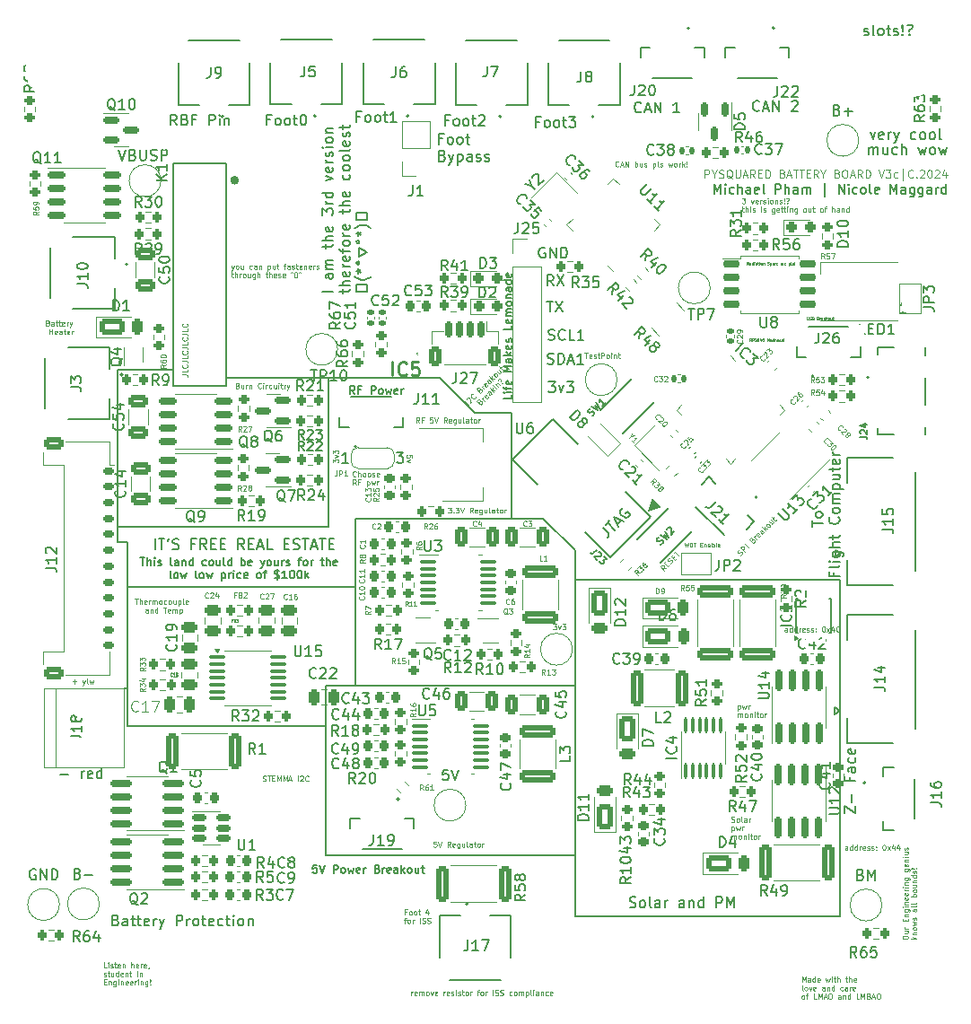
<source format=gbr>
%TF.GenerationSoftware,KiCad,Pcbnew,8.0.2-1*%
%TF.CreationDate,2024-07-17T00:17:58-07:00*%
%TF.ProjectId,battery_board_v3c,62617474-6572-4795-9f62-6f6172645f76,rev?*%
%TF.SameCoordinates,Original*%
%TF.FileFunction,Legend,Top*%
%TF.FilePolarity,Positive*%
%FSLAX46Y46*%
G04 Gerber Fmt 4.6, Leading zero omitted, Abs format (unit mm)*
G04 Created by KiCad (PCBNEW 8.0.2-1) date 2024-07-17 00:17:58*
%MOMM*%
%LPD*%
G01*
G04 APERTURE LIST*
G04 Aperture macros list*
%AMRoundRect*
0 Rectangle with rounded corners*
0 $1 Rounding radius*
0 $2 $3 $4 $5 $6 $7 $8 $9 X,Y pos of 4 corners*
0 Add a 4 corners polygon primitive as box body*
4,1,4,$2,$3,$4,$5,$6,$7,$8,$9,$2,$3,0*
0 Add four circle primitives for the rounded corners*
1,1,$1+$1,$2,$3*
1,1,$1+$1,$4,$5*
1,1,$1+$1,$6,$7*
1,1,$1+$1,$8,$9*
0 Add four rect primitives between the rounded corners*
20,1,$1+$1,$2,$3,$4,$5,0*
20,1,$1+$1,$4,$5,$6,$7,0*
20,1,$1+$1,$6,$7,$8,$9,0*
20,1,$1+$1,$8,$9,$2,$3,0*%
%AMRotRect*
0 Rectangle, with rotation*
0 The origin of the aperture is its center*
0 $1 length*
0 $2 width*
0 $3 Rotation angle, in degrees counterclockwise*
0 Add horizontal line*
21,1,$1,$2,0,0,$3*%
%AMFreePoly0*
4,1,6,1.000000,0.000000,0.500000,-0.750000,-0.500000,-0.750000,-0.500000,0.750000,0.500000,0.750000,1.000000,0.000000,1.000000,0.000000,$1*%
%AMFreePoly1*
4,1,6,0.500000,-0.750000,-0.650000,-0.750000,-0.150000,0.000000,-0.650000,0.750000,0.500000,0.750000,0.500000,-0.750000,0.500000,-0.750000,$1*%
%AMFreePoly2*
4,1,19,0.550000,-0.750000,0.000000,-0.750000,0.000000,-0.744911,-0.071157,-0.744911,-0.207708,-0.704816,-0.327430,-0.627875,-0.420627,-0.520320,-0.479746,-0.390866,-0.500000,-0.250000,-0.500000,0.250000,-0.479746,0.390866,-0.420627,0.520320,-0.327430,0.627875,-0.207708,0.704816,-0.071157,0.744911,0.000000,0.744911,0.000000,0.750000,0.550000,0.750000,0.550000,-0.750000,0.550000,-0.750000,
$1*%
%AMFreePoly3*
4,1,19,0.000000,0.744911,0.071157,0.744911,0.207708,0.704816,0.327430,0.627875,0.420627,0.520320,0.479746,0.390866,0.500000,0.250000,0.500000,-0.250000,0.479746,-0.390866,0.420627,-0.520320,0.327430,-0.627875,0.207708,-0.704816,0.071157,-0.744911,0.000000,-0.744911,0.000000,-0.750000,-0.550000,-0.750000,-0.550000,0.750000,0.000000,0.750000,0.000000,0.744911,0.000000,0.744911,
$1*%
G04 Aperture macros list end*
%ADD10C,0.150000*%
%ADD11C,0.200000*%
%ADD12C,0.100000*%
%ADD13C,0.125000*%
%ADD14C,0.093750*%
%ADD15C,0.062500*%
%ADD16C,0.075000*%
%ADD17C,0.146304*%
%ADD18C,0.254000*%
%ADD19C,0.120000*%
%ADD20C,0.127000*%
%ADD21C,0.203200*%
%ADD22C,0.000000*%
%ADD23C,0.400000*%
%ADD24C,0.010000*%
%ADD25RoundRect,0.200000X0.200000X0.275000X-0.200000X0.275000X-0.200000X-0.275000X0.200000X-0.275000X0*%
%ADD26FreePoly0,270.000000*%
%ADD27FreePoly1,270.000000*%
%ADD28RoundRect,0.250000X0.650000X-0.325000X0.650000X0.325000X-0.650000X0.325000X-0.650000X-0.325000X0*%
%ADD29FreePoly0,180.000000*%
%ADD30FreePoly1,180.000000*%
%ADD31RoundRect,0.200000X0.275000X-0.200000X0.275000X0.200000X-0.275000X0.200000X-0.275000X-0.200000X0*%
%ADD32RotRect,0.600000X1.550000X135.000000*%
%ADD33RotRect,1.200000X1.800000X135.000000*%
%ADD34C,5.000000*%
%ADD35RoundRect,0.225000X-0.225000X-0.250000X0.225000X-0.250000X0.225000X0.250000X-0.225000X0.250000X0*%
%ADD36RoundRect,0.250000X-1.450000X0.312500X-1.450000X-0.312500X1.450000X-0.312500X1.450000X0.312500X0*%
%ADD37C,2.000000*%
%ADD38R,1.500000X0.900000*%
%ADD39RoundRect,0.150000X0.825000X0.150000X-0.825000X0.150000X-0.825000X-0.150000X0.825000X-0.150000X0*%
%ADD40RoundRect,0.150000X0.150000X0.625000X-0.150000X0.625000X-0.150000X-0.625000X0.150000X-0.625000X0*%
%ADD41RoundRect,0.250000X0.350000X0.650000X-0.350000X0.650000X-0.350000X-0.650000X0.350000X-0.650000X0*%
%ADD42R,0.650000X0.400000*%
%ADD43RoundRect,0.200000X-0.200000X-0.275000X0.200000X-0.275000X0.200000X0.275000X-0.200000X0.275000X0*%
%ADD44RoundRect,0.150000X0.662500X0.150000X-0.662500X0.150000X-0.662500X-0.150000X0.662500X-0.150000X0*%
%ADD45R,2.514000X3.200000*%
%ADD46RoundRect,0.150000X-0.512500X-0.150000X0.512500X-0.150000X0.512500X0.150000X-0.512500X0.150000X0*%
%ADD47RoundRect,0.140000X-0.021213X0.219203X-0.219203X0.021213X0.021213X-0.219203X0.219203X-0.021213X0*%
%ADD48R,0.600000X1.000000*%
%ADD49R,1.250000X1.800000*%
%ADD50RoundRect,0.140000X-0.219203X-0.021213X-0.021213X-0.219203X0.219203X0.021213X0.021213X0.219203X0*%
%ADD51RoundRect,0.225000X-0.250000X0.225000X-0.250000X-0.225000X0.250000X-0.225000X0.250000X0.225000X0*%
%ADD52RoundRect,0.140000X0.170000X-0.140000X0.170000X0.140000X-0.170000X0.140000X-0.170000X-0.140000X0*%
%ADD53RotRect,0.800000X0.500000X135.000000*%
%ADD54RotRect,0.800000X0.400000X135.000000*%
%ADD55RoundRect,0.250000X-0.650000X0.325000X-0.650000X-0.325000X0.650000X-0.325000X0.650000X0.325000X0*%
%ADD56RoundRect,0.200000X0.335876X0.053033X0.053033X0.335876X-0.335876X-0.053033X-0.053033X-0.335876X0*%
%ADD57RoundRect,0.225000X0.250000X-0.225000X0.250000X0.225000X-0.250000X0.225000X-0.250000X-0.225000X0*%
%ADD58RoundRect,0.250000X-0.475000X0.250000X-0.475000X-0.250000X0.475000X-0.250000X0.475000X0.250000X0*%
%ADD59RoundRect,0.150000X0.150000X-0.825000X0.150000X0.825000X-0.150000X0.825000X-0.150000X-0.825000X0*%
%ADD60R,2.200000X0.600000*%
%ADD61R,2.150000X3.450000*%
%ADD62RoundRect,0.150000X0.406586X0.618718X-0.618718X-0.406586X-0.406586X-0.618718X0.618718X0.406586X0*%
%ADD63RoundRect,0.050800X0.000000X0.636396X-0.636396X0.000000X0.000000X-0.636396X0.636396X0.000000X0*%
%ADD64RoundRect,0.225000X0.225000X0.250000X-0.225000X0.250000X-0.225000X-0.250000X0.225000X-0.250000X0*%
%ADD65RoundRect,0.050800X0.000000X-0.636396X0.636396X0.000000X0.000000X0.636396X-0.636396X0.000000X0*%
%ADD66RoundRect,0.150000X-0.662500X-0.150000X0.662500X-0.150000X0.662500X0.150000X-0.662500X0.150000X0*%
%ADD67RoundRect,0.150000X0.587500X0.150000X-0.587500X0.150000X-0.587500X-0.150000X0.587500X-0.150000X0*%
%ADD68RoundRect,0.250000X0.362500X1.425000X-0.362500X1.425000X-0.362500X-1.425000X0.362500X-1.425000X0*%
%ADD69RoundRect,0.250000X0.325000X0.650000X-0.325000X0.650000X-0.325000X-0.650000X0.325000X-0.650000X0*%
%ADD70R,1.700000X1.700000*%
%ADD71O,1.700000X1.700000*%
%ADD72R,0.600000X1.550000*%
%ADD73R,1.200000X1.800000*%
%ADD74C,1.800000*%
%ADD75R,3.000000X3.100000*%
%ADD76RoundRect,0.100000X-0.687500X-0.100000X0.687500X-0.100000X0.687500X0.100000X-0.687500X0.100000X0*%
%ADD77R,0.400000X1.100000*%
%ADD78RoundRect,0.200000X0.053033X-0.335876X0.335876X-0.053033X-0.053033X0.335876X-0.335876X0.053033X0*%
%ADD79RoundRect,0.237500X-0.287500X-0.237500X0.287500X-0.237500X0.287500X0.237500X-0.287500X0.237500X0*%
%ADD80RoundRect,0.250000X-0.362500X-1.425000X0.362500X-1.425000X0.362500X1.425000X-0.362500X1.425000X0*%
%ADD81RoundRect,0.250000X-0.500000X0.950000X-0.500000X-0.950000X0.500000X-0.950000X0.500000X0.950000X0*%
%ADD82RoundRect,0.250000X-0.500000X0.275000X-0.500000X-0.275000X0.500000X-0.275000X0.500000X0.275000X0*%
%ADD83RoundRect,0.250000X0.950000X0.500000X-0.950000X0.500000X-0.950000X-0.500000X0.950000X-0.500000X0*%
%ADD84RoundRect,0.250000X0.275000X0.500000X-0.275000X0.500000X-0.275000X-0.500000X0.275000X-0.500000X0*%
%ADD85RoundRect,0.140000X0.219203X0.021213X0.021213X0.219203X-0.219203X-0.021213X-0.021213X-0.219203X0*%
%ADD86RoundRect,0.125000X0.176777X0.000000X0.000000X0.176777X-0.176777X0.000000X0.000000X-0.176777X0*%
%ADD87RoundRect,0.150000X-0.150000X0.512500X-0.150000X-0.512500X0.150000X-0.512500X0.150000X0.512500X0*%
%ADD88RoundRect,0.150000X-0.150000X0.825000X-0.150000X-0.825000X0.150000X-0.825000X0.150000X0.825000X0*%
%ADD89RoundRect,0.250000X-0.325000X-0.650000X0.325000X-0.650000X0.325000X0.650000X-0.325000X0.650000X0*%
%ADD90RoundRect,0.200000X-0.053033X0.335876X-0.335876X0.053033X0.053033X-0.335876X0.335876X-0.053033X0*%
%ADD91R,0.400000X0.510000*%
%ADD92R,0.800000X0.500000*%
%ADD93RoundRect,0.250000X-1.425000X0.362500X-1.425000X-0.362500X1.425000X-0.362500X1.425000X0.362500X0*%
%ADD94RoundRect,0.200000X-0.275000X0.200000X-0.275000X-0.200000X0.275000X-0.200000X0.275000X0.200000X0*%
%ADD95R,1.000000X0.600000*%
%ADD96R,1.800000X1.250000*%
%ADD97RoundRect,0.250000X-0.250000X-0.475000X0.250000X-0.475000X0.250000X0.475000X-0.250000X0.475000X0*%
%ADD98RoundRect,0.100000X-0.637500X-0.100000X0.637500X-0.100000X0.637500X0.100000X-0.637500X0.100000X0*%
%ADD99RoundRect,0.150000X-0.650000X-0.150000X0.650000X-0.150000X0.650000X0.150000X-0.650000X0.150000X0*%
%ADD100R,1.550000X0.600000*%
%ADD101R,1.800000X1.200000*%
%ADD102FreePoly2,0.000000*%
%ADD103R,1.000000X1.500000*%
%ADD104FreePoly3,0.000000*%
%ADD105RoundRect,0.250000X1.425000X-0.362500X1.425000X0.362500X-1.425000X0.362500X-1.425000X-0.362500X0*%
%ADD106RoundRect,0.140000X-0.140000X-0.170000X0.140000X-0.170000X0.140000X0.170000X-0.140000X0.170000X0*%
%ADD107R,1.380000X0.450000*%
%ADD108O,2.416000X1.208000*%
%ADD109R,2.100000X1.475000*%
%ADD110R,1.900000X1.375000*%
%ADD111RoundRect,0.250000X0.500000X-0.950000X0.500000X0.950000X-0.500000X0.950000X-0.500000X-0.950000X0*%
%ADD112RoundRect,0.250000X0.500000X-0.275000X0.500000X0.275000X-0.500000X0.275000X-0.500000X-0.275000X0*%
%ADD113RoundRect,0.140000X0.140000X0.170000X-0.140000X0.170000X-0.140000X-0.170000X0.140000X-0.170000X0*%
%ADD114RoundRect,0.050000X-0.309359X0.238649X0.238649X-0.309359X0.309359X-0.238649X-0.238649X0.309359X0*%
%ADD115RoundRect,0.050000X-0.309359X-0.238649X-0.238649X-0.309359X0.309359X0.238649X0.238649X0.309359X0*%
%ADD116RotRect,3.200000X3.200000X315.000000*%
%ADD117RoundRect,0.250000X-0.312500X-1.450000X0.312500X-1.450000X0.312500X1.450000X-0.312500X1.450000X0*%
%ADD118RoundRect,0.075000X0.362392X-0.256326X-0.256326X0.362392X-0.362392X0.256326X0.256326X-0.362392X0*%
%ADD119RoundRect,0.075000X0.362392X0.256326X0.256326X0.362392X-0.362392X-0.256326X-0.256326X-0.362392X0*%
%ADD120RotRect,4.250000X4.250000X135.000000*%
%ADD121C,1.000000*%
%ADD122RoundRect,0.050800X1.187939X0.650538X0.650538X1.187939X-1.187939X-0.650538X-0.650538X-1.187939X0*%
%ADD123RoundRect,0.250000X0.475000X-0.250000X0.475000X0.250000X-0.475000X0.250000X-0.475000X-0.250000X0*%
%ADD124RoundRect,0.150000X-0.350000X0.150000X-0.350000X-0.150000X0.350000X-0.150000X0.350000X0.150000X0*%
%ADD125RoundRect,0.250000X-0.650000X0.375000X-0.650000X-0.375000X0.650000X-0.375000X0.650000X0.375000X0*%
%ADD126RoundRect,0.150000X-0.587500X-0.150000X0.587500X-0.150000X0.587500X0.150000X-0.587500X0.150000X0*%
%ADD127R,1.508000X1.508000*%
%ADD128C,1.508000*%
%ADD129RoundRect,0.225000X0.017678X-0.335876X0.335876X-0.017678X-0.017678X0.335876X-0.335876X0.017678X0*%
%ADD130RoundRect,0.225000X-0.335876X-0.017678X-0.017678X-0.335876X0.335876X0.017678X0.017678X0.335876X0*%
%ADD131RoundRect,0.100000X0.100000X-0.625000X0.100000X0.625000X-0.100000X0.625000X-0.100000X-0.625000X0*%
%ADD132R,2.850000X1.650000*%
%ADD133RotRect,1.150000X1.000000X315.000000*%
%ADD134RoundRect,0.140000X0.021213X-0.219203X0.219203X-0.021213X-0.021213X0.219203X-0.219203X0.021213X0*%
%ADD135RotRect,1.150000X1.000000X225.000000*%
%ADD136C,4.770000*%
%ADD137C,5.325000*%
%ADD138C,3.570000*%
%ADD139C,1.980000*%
G04 APERTURE END LIST*
D10*
X121978572Y-91942956D02*
X122407144Y-91942956D01*
X122192858Y-92692956D02*
X122192858Y-91942956D01*
X122657144Y-92692956D02*
X122657144Y-91942956D01*
X122978573Y-92692956D02*
X122978573Y-92300099D01*
X122978573Y-92300099D02*
X122942858Y-92228670D01*
X122942858Y-92228670D02*
X122871430Y-92192956D01*
X122871430Y-92192956D02*
X122764287Y-92192956D01*
X122764287Y-92192956D02*
X122692858Y-92228670D01*
X122692858Y-92228670D02*
X122657144Y-92264384D01*
X123335715Y-92692956D02*
X123335715Y-92192956D01*
X123335715Y-91942956D02*
X123300001Y-91978670D01*
X123300001Y-91978670D02*
X123335715Y-92014384D01*
X123335715Y-92014384D02*
X123371429Y-91978670D01*
X123371429Y-91978670D02*
X123335715Y-91942956D01*
X123335715Y-91942956D02*
X123335715Y-92014384D01*
X123657144Y-92657242D02*
X123728572Y-92692956D01*
X123728572Y-92692956D02*
X123871429Y-92692956D01*
X123871429Y-92692956D02*
X123942858Y-92657242D01*
X123942858Y-92657242D02*
X123978572Y-92585813D01*
X123978572Y-92585813D02*
X123978572Y-92550099D01*
X123978572Y-92550099D02*
X123942858Y-92478670D01*
X123942858Y-92478670D02*
X123871429Y-92442956D01*
X123871429Y-92442956D02*
X123764287Y-92442956D01*
X123764287Y-92442956D02*
X123692858Y-92407242D01*
X123692858Y-92407242D02*
X123657144Y-92335813D01*
X123657144Y-92335813D02*
X123657144Y-92300099D01*
X123657144Y-92300099D02*
X123692858Y-92228670D01*
X123692858Y-92228670D02*
X123764287Y-92192956D01*
X123764287Y-92192956D02*
X123871429Y-92192956D01*
X123871429Y-92192956D02*
X123942858Y-92228670D01*
X124978573Y-92692956D02*
X124907144Y-92657242D01*
X124907144Y-92657242D02*
X124871430Y-92585813D01*
X124871430Y-92585813D02*
X124871430Y-91942956D01*
X125585716Y-92692956D02*
X125585716Y-92300099D01*
X125585716Y-92300099D02*
X125550001Y-92228670D01*
X125550001Y-92228670D02*
X125478573Y-92192956D01*
X125478573Y-92192956D02*
X125335716Y-92192956D01*
X125335716Y-92192956D02*
X125264287Y-92228670D01*
X125585716Y-92657242D02*
X125514287Y-92692956D01*
X125514287Y-92692956D02*
X125335716Y-92692956D01*
X125335716Y-92692956D02*
X125264287Y-92657242D01*
X125264287Y-92657242D02*
X125228573Y-92585813D01*
X125228573Y-92585813D02*
X125228573Y-92514384D01*
X125228573Y-92514384D02*
X125264287Y-92442956D01*
X125264287Y-92442956D02*
X125335716Y-92407242D01*
X125335716Y-92407242D02*
X125514287Y-92407242D01*
X125514287Y-92407242D02*
X125585716Y-92371527D01*
X125942858Y-92192956D02*
X125942858Y-92692956D01*
X125942858Y-92264384D02*
X125978572Y-92228670D01*
X125978572Y-92228670D02*
X126050001Y-92192956D01*
X126050001Y-92192956D02*
X126157144Y-92192956D01*
X126157144Y-92192956D02*
X126228572Y-92228670D01*
X126228572Y-92228670D02*
X126264287Y-92300099D01*
X126264287Y-92300099D02*
X126264287Y-92692956D01*
X126942858Y-92692956D02*
X126942858Y-91942956D01*
X126942858Y-92657242D02*
X126871429Y-92692956D01*
X126871429Y-92692956D02*
X126728572Y-92692956D01*
X126728572Y-92692956D02*
X126657143Y-92657242D01*
X126657143Y-92657242D02*
X126621429Y-92621527D01*
X126621429Y-92621527D02*
X126585715Y-92550099D01*
X126585715Y-92550099D02*
X126585715Y-92335813D01*
X126585715Y-92335813D02*
X126621429Y-92264384D01*
X126621429Y-92264384D02*
X126657143Y-92228670D01*
X126657143Y-92228670D02*
X126728572Y-92192956D01*
X126728572Y-92192956D02*
X126871429Y-92192956D01*
X126871429Y-92192956D02*
X126942858Y-92228670D01*
X128192858Y-92657242D02*
X128121429Y-92692956D01*
X128121429Y-92692956D02*
X127978572Y-92692956D01*
X127978572Y-92692956D02*
X127907143Y-92657242D01*
X127907143Y-92657242D02*
X127871429Y-92621527D01*
X127871429Y-92621527D02*
X127835715Y-92550099D01*
X127835715Y-92550099D02*
X127835715Y-92335813D01*
X127835715Y-92335813D02*
X127871429Y-92264384D01*
X127871429Y-92264384D02*
X127907143Y-92228670D01*
X127907143Y-92228670D02*
X127978572Y-92192956D01*
X127978572Y-92192956D02*
X128121429Y-92192956D01*
X128121429Y-92192956D02*
X128192858Y-92228670D01*
X128621429Y-92692956D02*
X128550000Y-92657242D01*
X128550000Y-92657242D02*
X128514286Y-92621527D01*
X128514286Y-92621527D02*
X128478572Y-92550099D01*
X128478572Y-92550099D02*
X128478572Y-92335813D01*
X128478572Y-92335813D02*
X128514286Y-92264384D01*
X128514286Y-92264384D02*
X128550000Y-92228670D01*
X128550000Y-92228670D02*
X128621429Y-92192956D01*
X128621429Y-92192956D02*
X128728572Y-92192956D01*
X128728572Y-92192956D02*
X128800000Y-92228670D01*
X128800000Y-92228670D02*
X128835715Y-92264384D01*
X128835715Y-92264384D02*
X128871429Y-92335813D01*
X128871429Y-92335813D02*
X128871429Y-92550099D01*
X128871429Y-92550099D02*
X128835715Y-92621527D01*
X128835715Y-92621527D02*
X128800000Y-92657242D01*
X128800000Y-92657242D02*
X128728572Y-92692956D01*
X128728572Y-92692956D02*
X128621429Y-92692956D01*
X129514286Y-92192956D02*
X129514286Y-92692956D01*
X129192857Y-92192956D02*
X129192857Y-92585813D01*
X129192857Y-92585813D02*
X129228571Y-92657242D01*
X129228571Y-92657242D02*
X129300000Y-92692956D01*
X129300000Y-92692956D02*
X129407143Y-92692956D01*
X129407143Y-92692956D02*
X129478571Y-92657242D01*
X129478571Y-92657242D02*
X129514286Y-92621527D01*
X129978571Y-92692956D02*
X129907142Y-92657242D01*
X129907142Y-92657242D02*
X129871428Y-92585813D01*
X129871428Y-92585813D02*
X129871428Y-91942956D01*
X130585714Y-92692956D02*
X130585714Y-91942956D01*
X130585714Y-92657242D02*
X130514285Y-92692956D01*
X130514285Y-92692956D02*
X130371428Y-92692956D01*
X130371428Y-92692956D02*
X130299999Y-92657242D01*
X130299999Y-92657242D02*
X130264285Y-92621527D01*
X130264285Y-92621527D02*
X130228571Y-92550099D01*
X130228571Y-92550099D02*
X130228571Y-92335813D01*
X130228571Y-92335813D02*
X130264285Y-92264384D01*
X130264285Y-92264384D02*
X130299999Y-92228670D01*
X130299999Y-92228670D02*
X130371428Y-92192956D01*
X130371428Y-92192956D02*
X130514285Y-92192956D01*
X130514285Y-92192956D02*
X130585714Y-92228670D01*
X131514285Y-92692956D02*
X131514285Y-91942956D01*
X131514285Y-92228670D02*
X131585714Y-92192956D01*
X131585714Y-92192956D02*
X131728571Y-92192956D01*
X131728571Y-92192956D02*
X131799999Y-92228670D01*
X131799999Y-92228670D02*
X131835714Y-92264384D01*
X131835714Y-92264384D02*
X131871428Y-92335813D01*
X131871428Y-92335813D02*
X131871428Y-92550099D01*
X131871428Y-92550099D02*
X131835714Y-92621527D01*
X131835714Y-92621527D02*
X131799999Y-92657242D01*
X131799999Y-92657242D02*
X131728571Y-92692956D01*
X131728571Y-92692956D02*
X131585714Y-92692956D01*
X131585714Y-92692956D02*
X131514285Y-92657242D01*
X132478570Y-92657242D02*
X132407142Y-92692956D01*
X132407142Y-92692956D02*
X132264285Y-92692956D01*
X132264285Y-92692956D02*
X132192856Y-92657242D01*
X132192856Y-92657242D02*
X132157142Y-92585813D01*
X132157142Y-92585813D02*
X132157142Y-92300099D01*
X132157142Y-92300099D02*
X132192856Y-92228670D01*
X132192856Y-92228670D02*
X132264285Y-92192956D01*
X132264285Y-92192956D02*
X132407142Y-92192956D01*
X132407142Y-92192956D02*
X132478570Y-92228670D01*
X132478570Y-92228670D02*
X132514285Y-92300099D01*
X132514285Y-92300099D02*
X132514285Y-92371527D01*
X132514285Y-92371527D02*
X132157142Y-92442956D01*
X133335713Y-92192956D02*
X133514285Y-92692956D01*
X133692856Y-92192956D02*
X133514285Y-92692956D01*
X133514285Y-92692956D02*
X133442856Y-92871527D01*
X133442856Y-92871527D02*
X133407142Y-92907242D01*
X133407142Y-92907242D02*
X133335713Y-92942956D01*
X134085714Y-92692956D02*
X134014285Y-92657242D01*
X134014285Y-92657242D02*
X133978571Y-92621527D01*
X133978571Y-92621527D02*
X133942857Y-92550099D01*
X133942857Y-92550099D02*
X133942857Y-92335813D01*
X133942857Y-92335813D02*
X133978571Y-92264384D01*
X133978571Y-92264384D02*
X134014285Y-92228670D01*
X134014285Y-92228670D02*
X134085714Y-92192956D01*
X134085714Y-92192956D02*
X134192857Y-92192956D01*
X134192857Y-92192956D02*
X134264285Y-92228670D01*
X134264285Y-92228670D02*
X134300000Y-92264384D01*
X134300000Y-92264384D02*
X134335714Y-92335813D01*
X134335714Y-92335813D02*
X134335714Y-92550099D01*
X134335714Y-92550099D02*
X134300000Y-92621527D01*
X134300000Y-92621527D02*
X134264285Y-92657242D01*
X134264285Y-92657242D02*
X134192857Y-92692956D01*
X134192857Y-92692956D02*
X134085714Y-92692956D01*
X134978571Y-92192956D02*
X134978571Y-92692956D01*
X134657142Y-92192956D02*
X134657142Y-92585813D01*
X134657142Y-92585813D02*
X134692856Y-92657242D01*
X134692856Y-92657242D02*
X134764285Y-92692956D01*
X134764285Y-92692956D02*
X134871428Y-92692956D01*
X134871428Y-92692956D02*
X134942856Y-92657242D01*
X134942856Y-92657242D02*
X134978571Y-92621527D01*
X135335713Y-92692956D02*
X135335713Y-92192956D01*
X135335713Y-92335813D02*
X135371427Y-92264384D01*
X135371427Y-92264384D02*
X135407142Y-92228670D01*
X135407142Y-92228670D02*
X135478570Y-92192956D01*
X135478570Y-92192956D02*
X135549999Y-92192956D01*
X135764285Y-92657242D02*
X135835713Y-92692956D01*
X135835713Y-92692956D02*
X135978570Y-92692956D01*
X135978570Y-92692956D02*
X136049999Y-92657242D01*
X136049999Y-92657242D02*
X136085713Y-92585813D01*
X136085713Y-92585813D02*
X136085713Y-92550099D01*
X136085713Y-92550099D02*
X136049999Y-92478670D01*
X136049999Y-92478670D02*
X135978570Y-92442956D01*
X135978570Y-92442956D02*
X135871428Y-92442956D01*
X135871428Y-92442956D02*
X135799999Y-92407242D01*
X135799999Y-92407242D02*
X135764285Y-92335813D01*
X135764285Y-92335813D02*
X135764285Y-92300099D01*
X135764285Y-92300099D02*
X135799999Y-92228670D01*
X135799999Y-92228670D02*
X135871428Y-92192956D01*
X135871428Y-92192956D02*
X135978570Y-92192956D01*
X135978570Y-92192956D02*
X136049999Y-92228670D01*
X136871428Y-92192956D02*
X137157142Y-92192956D01*
X136978571Y-92692956D02*
X136978571Y-92050099D01*
X136978571Y-92050099D02*
X137014285Y-91978670D01*
X137014285Y-91978670D02*
X137085714Y-91942956D01*
X137085714Y-91942956D02*
X137157142Y-91942956D01*
X137514285Y-92692956D02*
X137442856Y-92657242D01*
X137442856Y-92657242D02*
X137407142Y-92621527D01*
X137407142Y-92621527D02*
X137371428Y-92550099D01*
X137371428Y-92550099D02*
X137371428Y-92335813D01*
X137371428Y-92335813D02*
X137407142Y-92264384D01*
X137407142Y-92264384D02*
X137442856Y-92228670D01*
X137442856Y-92228670D02*
X137514285Y-92192956D01*
X137514285Y-92192956D02*
X137621428Y-92192956D01*
X137621428Y-92192956D02*
X137692856Y-92228670D01*
X137692856Y-92228670D02*
X137728571Y-92264384D01*
X137728571Y-92264384D02*
X137764285Y-92335813D01*
X137764285Y-92335813D02*
X137764285Y-92550099D01*
X137764285Y-92550099D02*
X137728571Y-92621527D01*
X137728571Y-92621527D02*
X137692856Y-92657242D01*
X137692856Y-92657242D02*
X137621428Y-92692956D01*
X137621428Y-92692956D02*
X137514285Y-92692956D01*
X138085713Y-92692956D02*
X138085713Y-92192956D01*
X138085713Y-92335813D02*
X138121427Y-92264384D01*
X138121427Y-92264384D02*
X138157142Y-92228670D01*
X138157142Y-92228670D02*
X138228570Y-92192956D01*
X138228570Y-92192956D02*
X138299999Y-92192956D01*
X139014285Y-92192956D02*
X139299999Y-92192956D01*
X139121428Y-91942956D02*
X139121428Y-92585813D01*
X139121428Y-92585813D02*
X139157142Y-92657242D01*
X139157142Y-92657242D02*
X139228571Y-92692956D01*
X139228571Y-92692956D02*
X139299999Y-92692956D01*
X139549999Y-92692956D02*
X139549999Y-91942956D01*
X139871428Y-92692956D02*
X139871428Y-92300099D01*
X139871428Y-92300099D02*
X139835713Y-92228670D01*
X139835713Y-92228670D02*
X139764285Y-92192956D01*
X139764285Y-92192956D02*
X139657142Y-92192956D01*
X139657142Y-92192956D02*
X139585713Y-92228670D01*
X139585713Y-92228670D02*
X139549999Y-92264384D01*
X140514284Y-92657242D02*
X140442856Y-92692956D01*
X140442856Y-92692956D02*
X140299999Y-92692956D01*
X140299999Y-92692956D02*
X140228570Y-92657242D01*
X140228570Y-92657242D02*
X140192856Y-92585813D01*
X140192856Y-92585813D02*
X140192856Y-92300099D01*
X140192856Y-92300099D02*
X140228570Y-92228670D01*
X140228570Y-92228670D02*
X140299999Y-92192956D01*
X140299999Y-92192956D02*
X140442856Y-92192956D01*
X140442856Y-92192956D02*
X140514284Y-92228670D01*
X140514284Y-92228670D02*
X140549999Y-92300099D01*
X140549999Y-92300099D02*
X140549999Y-92371527D01*
X140549999Y-92371527D02*
X140192856Y-92442956D01*
X124907143Y-93900414D02*
X124835714Y-93864700D01*
X124835714Y-93864700D02*
X124800000Y-93793271D01*
X124800000Y-93793271D02*
X124800000Y-93150414D01*
X125300000Y-93900414D02*
X125228571Y-93864700D01*
X125228571Y-93864700D02*
X125192857Y-93828985D01*
X125192857Y-93828985D02*
X125157143Y-93757557D01*
X125157143Y-93757557D02*
X125157143Y-93543271D01*
X125157143Y-93543271D02*
X125192857Y-93471842D01*
X125192857Y-93471842D02*
X125228571Y-93436128D01*
X125228571Y-93436128D02*
X125300000Y-93400414D01*
X125300000Y-93400414D02*
X125407143Y-93400414D01*
X125407143Y-93400414D02*
X125478571Y-93436128D01*
X125478571Y-93436128D02*
X125514286Y-93471842D01*
X125514286Y-93471842D02*
X125550000Y-93543271D01*
X125550000Y-93543271D02*
X125550000Y-93757557D01*
X125550000Y-93757557D02*
X125514286Y-93828985D01*
X125514286Y-93828985D02*
X125478571Y-93864700D01*
X125478571Y-93864700D02*
X125407143Y-93900414D01*
X125407143Y-93900414D02*
X125300000Y-93900414D01*
X125799999Y-93400414D02*
X125942857Y-93900414D01*
X125942857Y-93900414D02*
X126085714Y-93543271D01*
X126085714Y-93543271D02*
X126228571Y-93900414D01*
X126228571Y-93900414D02*
X126371428Y-93400414D01*
X127335714Y-93900414D02*
X127264285Y-93864700D01*
X127264285Y-93864700D02*
X127228571Y-93793271D01*
X127228571Y-93793271D02*
X127228571Y-93150414D01*
X127728571Y-93900414D02*
X127657142Y-93864700D01*
X127657142Y-93864700D02*
X127621428Y-93828985D01*
X127621428Y-93828985D02*
X127585714Y-93757557D01*
X127585714Y-93757557D02*
X127585714Y-93543271D01*
X127585714Y-93543271D02*
X127621428Y-93471842D01*
X127621428Y-93471842D02*
X127657142Y-93436128D01*
X127657142Y-93436128D02*
X127728571Y-93400414D01*
X127728571Y-93400414D02*
X127835714Y-93400414D01*
X127835714Y-93400414D02*
X127907142Y-93436128D01*
X127907142Y-93436128D02*
X127942857Y-93471842D01*
X127942857Y-93471842D02*
X127978571Y-93543271D01*
X127978571Y-93543271D02*
X127978571Y-93757557D01*
X127978571Y-93757557D02*
X127942857Y-93828985D01*
X127942857Y-93828985D02*
X127907142Y-93864700D01*
X127907142Y-93864700D02*
X127835714Y-93900414D01*
X127835714Y-93900414D02*
X127728571Y-93900414D01*
X128228570Y-93400414D02*
X128371428Y-93900414D01*
X128371428Y-93900414D02*
X128514285Y-93543271D01*
X128514285Y-93543271D02*
X128657142Y-93900414D01*
X128657142Y-93900414D02*
X128799999Y-93400414D01*
X129657142Y-93400414D02*
X129657142Y-94150414D01*
X129657142Y-93436128D02*
X129728571Y-93400414D01*
X129728571Y-93400414D02*
X129871428Y-93400414D01*
X129871428Y-93400414D02*
X129942856Y-93436128D01*
X129942856Y-93436128D02*
X129978571Y-93471842D01*
X129978571Y-93471842D02*
X130014285Y-93543271D01*
X130014285Y-93543271D02*
X130014285Y-93757557D01*
X130014285Y-93757557D02*
X129978571Y-93828985D01*
X129978571Y-93828985D02*
X129942856Y-93864700D01*
X129942856Y-93864700D02*
X129871428Y-93900414D01*
X129871428Y-93900414D02*
X129728571Y-93900414D01*
X129728571Y-93900414D02*
X129657142Y-93864700D01*
X130335713Y-93900414D02*
X130335713Y-93400414D01*
X130335713Y-93543271D02*
X130371427Y-93471842D01*
X130371427Y-93471842D02*
X130407142Y-93436128D01*
X130407142Y-93436128D02*
X130478570Y-93400414D01*
X130478570Y-93400414D02*
X130549999Y-93400414D01*
X130799999Y-93900414D02*
X130799999Y-93400414D01*
X130799999Y-93150414D02*
X130764285Y-93186128D01*
X130764285Y-93186128D02*
X130799999Y-93221842D01*
X130799999Y-93221842D02*
X130835713Y-93186128D01*
X130835713Y-93186128D02*
X130799999Y-93150414D01*
X130799999Y-93150414D02*
X130799999Y-93221842D01*
X131478571Y-93864700D02*
X131407142Y-93900414D01*
X131407142Y-93900414D02*
X131264285Y-93900414D01*
X131264285Y-93900414D02*
X131192856Y-93864700D01*
X131192856Y-93864700D02*
X131157142Y-93828985D01*
X131157142Y-93828985D02*
X131121428Y-93757557D01*
X131121428Y-93757557D02*
X131121428Y-93543271D01*
X131121428Y-93543271D02*
X131157142Y-93471842D01*
X131157142Y-93471842D02*
X131192856Y-93436128D01*
X131192856Y-93436128D02*
X131264285Y-93400414D01*
X131264285Y-93400414D02*
X131407142Y-93400414D01*
X131407142Y-93400414D02*
X131478571Y-93436128D01*
X132085713Y-93864700D02*
X132014285Y-93900414D01*
X132014285Y-93900414D02*
X131871428Y-93900414D01*
X131871428Y-93900414D02*
X131799999Y-93864700D01*
X131799999Y-93864700D02*
X131764285Y-93793271D01*
X131764285Y-93793271D02*
X131764285Y-93507557D01*
X131764285Y-93507557D02*
X131799999Y-93436128D01*
X131799999Y-93436128D02*
X131871428Y-93400414D01*
X131871428Y-93400414D02*
X132014285Y-93400414D01*
X132014285Y-93400414D02*
X132085713Y-93436128D01*
X132085713Y-93436128D02*
X132121428Y-93507557D01*
X132121428Y-93507557D02*
X132121428Y-93578985D01*
X132121428Y-93578985D02*
X131764285Y-93650414D01*
X133121428Y-93900414D02*
X133049999Y-93864700D01*
X133049999Y-93864700D02*
X133014285Y-93828985D01*
X133014285Y-93828985D02*
X132978571Y-93757557D01*
X132978571Y-93757557D02*
X132978571Y-93543271D01*
X132978571Y-93543271D02*
X133014285Y-93471842D01*
X133014285Y-93471842D02*
X133049999Y-93436128D01*
X133049999Y-93436128D02*
X133121428Y-93400414D01*
X133121428Y-93400414D02*
X133228571Y-93400414D01*
X133228571Y-93400414D02*
X133299999Y-93436128D01*
X133299999Y-93436128D02*
X133335714Y-93471842D01*
X133335714Y-93471842D02*
X133371428Y-93543271D01*
X133371428Y-93543271D02*
X133371428Y-93757557D01*
X133371428Y-93757557D02*
X133335714Y-93828985D01*
X133335714Y-93828985D02*
X133299999Y-93864700D01*
X133299999Y-93864700D02*
X133228571Y-93900414D01*
X133228571Y-93900414D02*
X133121428Y-93900414D01*
X133585713Y-93400414D02*
X133871427Y-93400414D01*
X133692856Y-93900414D02*
X133692856Y-93257557D01*
X133692856Y-93257557D02*
X133728570Y-93186128D01*
X133728570Y-93186128D02*
X133799999Y-93150414D01*
X133799999Y-93150414D02*
X133871427Y-93150414D01*
X134657142Y-93864700D02*
X134764285Y-93900414D01*
X134764285Y-93900414D02*
X134942856Y-93900414D01*
X134942856Y-93900414D02*
X135014285Y-93864700D01*
X135014285Y-93864700D02*
X135049999Y-93828985D01*
X135049999Y-93828985D02*
X135085713Y-93757557D01*
X135085713Y-93757557D02*
X135085713Y-93686128D01*
X135085713Y-93686128D02*
X135049999Y-93614700D01*
X135049999Y-93614700D02*
X135014285Y-93578985D01*
X135014285Y-93578985D02*
X134942856Y-93543271D01*
X134942856Y-93543271D02*
X134799999Y-93507557D01*
X134799999Y-93507557D02*
X134728570Y-93471842D01*
X134728570Y-93471842D02*
X134692856Y-93436128D01*
X134692856Y-93436128D02*
X134657142Y-93364700D01*
X134657142Y-93364700D02*
X134657142Y-93293271D01*
X134657142Y-93293271D02*
X134692856Y-93221842D01*
X134692856Y-93221842D02*
X134728570Y-93186128D01*
X134728570Y-93186128D02*
X134799999Y-93150414D01*
X134799999Y-93150414D02*
X134978570Y-93150414D01*
X134978570Y-93150414D02*
X135085713Y-93186128D01*
X134871427Y-93043271D02*
X134871427Y-94007557D01*
X135799999Y-93900414D02*
X135371428Y-93900414D01*
X135585713Y-93900414D02*
X135585713Y-93150414D01*
X135585713Y-93150414D02*
X135514285Y-93257557D01*
X135514285Y-93257557D02*
X135442856Y-93328985D01*
X135442856Y-93328985D02*
X135371428Y-93364700D01*
X136264285Y-93150414D02*
X136335714Y-93150414D01*
X136335714Y-93150414D02*
X136407142Y-93186128D01*
X136407142Y-93186128D02*
X136442857Y-93221842D01*
X136442857Y-93221842D02*
X136478571Y-93293271D01*
X136478571Y-93293271D02*
X136514285Y-93436128D01*
X136514285Y-93436128D02*
X136514285Y-93614700D01*
X136514285Y-93614700D02*
X136478571Y-93757557D01*
X136478571Y-93757557D02*
X136442857Y-93828985D01*
X136442857Y-93828985D02*
X136407142Y-93864700D01*
X136407142Y-93864700D02*
X136335714Y-93900414D01*
X136335714Y-93900414D02*
X136264285Y-93900414D01*
X136264285Y-93900414D02*
X136192857Y-93864700D01*
X136192857Y-93864700D02*
X136157142Y-93828985D01*
X136157142Y-93828985D02*
X136121428Y-93757557D01*
X136121428Y-93757557D02*
X136085714Y-93614700D01*
X136085714Y-93614700D02*
X136085714Y-93436128D01*
X136085714Y-93436128D02*
X136121428Y-93293271D01*
X136121428Y-93293271D02*
X136157142Y-93221842D01*
X136157142Y-93221842D02*
X136192857Y-93186128D01*
X136192857Y-93186128D02*
X136264285Y-93150414D01*
X136978571Y-93150414D02*
X137050000Y-93150414D01*
X137050000Y-93150414D02*
X137121428Y-93186128D01*
X137121428Y-93186128D02*
X137157143Y-93221842D01*
X137157143Y-93221842D02*
X137192857Y-93293271D01*
X137192857Y-93293271D02*
X137228571Y-93436128D01*
X137228571Y-93436128D02*
X137228571Y-93614700D01*
X137228571Y-93614700D02*
X137192857Y-93757557D01*
X137192857Y-93757557D02*
X137157143Y-93828985D01*
X137157143Y-93828985D02*
X137121428Y-93864700D01*
X137121428Y-93864700D02*
X137050000Y-93900414D01*
X137050000Y-93900414D02*
X136978571Y-93900414D01*
X136978571Y-93900414D02*
X136907143Y-93864700D01*
X136907143Y-93864700D02*
X136871428Y-93828985D01*
X136871428Y-93828985D02*
X136835714Y-93757557D01*
X136835714Y-93757557D02*
X136800000Y-93614700D01*
X136800000Y-93614700D02*
X136800000Y-93436128D01*
X136800000Y-93436128D02*
X136835714Y-93293271D01*
X136835714Y-93293271D02*
X136871428Y-93221842D01*
X136871428Y-93221842D02*
X136907143Y-93186128D01*
X136907143Y-93186128D02*
X136978571Y-93150414D01*
X137550000Y-93900414D02*
X137550000Y-93150414D01*
X137621429Y-93614700D02*
X137835714Y-93900414D01*
X137835714Y-93400414D02*
X137550000Y-93686128D01*
D11*
X123369673Y-91167219D02*
X123369673Y-90167219D01*
X123703006Y-90167219D02*
X124274434Y-90167219D01*
X123988720Y-91167219D02*
X123988720Y-90167219D01*
X124655387Y-90167219D02*
X124560149Y-90357695D01*
X125036339Y-91119600D02*
X125179196Y-91167219D01*
X125179196Y-91167219D02*
X125417291Y-91167219D01*
X125417291Y-91167219D02*
X125512529Y-91119600D01*
X125512529Y-91119600D02*
X125560148Y-91071980D01*
X125560148Y-91071980D02*
X125607767Y-90976742D01*
X125607767Y-90976742D02*
X125607767Y-90881504D01*
X125607767Y-90881504D02*
X125560148Y-90786266D01*
X125560148Y-90786266D02*
X125512529Y-90738647D01*
X125512529Y-90738647D02*
X125417291Y-90691028D01*
X125417291Y-90691028D02*
X125226815Y-90643409D01*
X125226815Y-90643409D02*
X125131577Y-90595790D01*
X125131577Y-90595790D02*
X125083958Y-90548171D01*
X125083958Y-90548171D02*
X125036339Y-90452933D01*
X125036339Y-90452933D02*
X125036339Y-90357695D01*
X125036339Y-90357695D02*
X125083958Y-90262457D01*
X125083958Y-90262457D02*
X125131577Y-90214838D01*
X125131577Y-90214838D02*
X125226815Y-90167219D01*
X125226815Y-90167219D02*
X125464910Y-90167219D01*
X125464910Y-90167219D02*
X125607767Y-90214838D01*
X127131577Y-90643409D02*
X126798244Y-90643409D01*
X126798244Y-91167219D02*
X126798244Y-90167219D01*
X126798244Y-90167219D02*
X127274434Y-90167219D01*
X128226815Y-91167219D02*
X127893482Y-90691028D01*
X127655387Y-91167219D02*
X127655387Y-90167219D01*
X127655387Y-90167219D02*
X128036339Y-90167219D01*
X128036339Y-90167219D02*
X128131577Y-90214838D01*
X128131577Y-90214838D02*
X128179196Y-90262457D01*
X128179196Y-90262457D02*
X128226815Y-90357695D01*
X128226815Y-90357695D02*
X128226815Y-90500552D01*
X128226815Y-90500552D02*
X128179196Y-90595790D01*
X128179196Y-90595790D02*
X128131577Y-90643409D01*
X128131577Y-90643409D02*
X128036339Y-90691028D01*
X128036339Y-90691028D02*
X127655387Y-90691028D01*
X128655387Y-90643409D02*
X128988720Y-90643409D01*
X129131577Y-91167219D02*
X128655387Y-91167219D01*
X128655387Y-91167219D02*
X128655387Y-90167219D01*
X128655387Y-90167219D02*
X129131577Y-90167219D01*
X129560149Y-90643409D02*
X129893482Y-90643409D01*
X130036339Y-91167219D02*
X129560149Y-91167219D01*
X129560149Y-91167219D02*
X129560149Y-90167219D01*
X129560149Y-90167219D02*
X130036339Y-90167219D01*
X131798244Y-91167219D02*
X131464911Y-90691028D01*
X131226816Y-91167219D02*
X131226816Y-90167219D01*
X131226816Y-90167219D02*
X131607768Y-90167219D01*
X131607768Y-90167219D02*
X131703006Y-90214838D01*
X131703006Y-90214838D02*
X131750625Y-90262457D01*
X131750625Y-90262457D02*
X131798244Y-90357695D01*
X131798244Y-90357695D02*
X131798244Y-90500552D01*
X131798244Y-90500552D02*
X131750625Y-90595790D01*
X131750625Y-90595790D02*
X131703006Y-90643409D01*
X131703006Y-90643409D02*
X131607768Y-90691028D01*
X131607768Y-90691028D02*
X131226816Y-90691028D01*
X132226816Y-90643409D02*
X132560149Y-90643409D01*
X132703006Y-91167219D02*
X132226816Y-91167219D01*
X132226816Y-91167219D02*
X132226816Y-90167219D01*
X132226816Y-90167219D02*
X132703006Y-90167219D01*
X133083959Y-90881504D02*
X133560149Y-90881504D01*
X132988721Y-91167219D02*
X133322054Y-90167219D01*
X133322054Y-90167219D02*
X133655387Y-91167219D01*
X134464911Y-91167219D02*
X133988721Y-91167219D01*
X133988721Y-91167219D02*
X133988721Y-90167219D01*
X135560150Y-90643409D02*
X135893483Y-90643409D01*
X136036340Y-91167219D02*
X135560150Y-91167219D01*
X135560150Y-91167219D02*
X135560150Y-90167219D01*
X135560150Y-90167219D02*
X136036340Y-90167219D01*
X136417293Y-91119600D02*
X136560150Y-91167219D01*
X136560150Y-91167219D02*
X136798245Y-91167219D01*
X136798245Y-91167219D02*
X136893483Y-91119600D01*
X136893483Y-91119600D02*
X136941102Y-91071980D01*
X136941102Y-91071980D02*
X136988721Y-90976742D01*
X136988721Y-90976742D02*
X136988721Y-90881504D01*
X136988721Y-90881504D02*
X136941102Y-90786266D01*
X136941102Y-90786266D02*
X136893483Y-90738647D01*
X136893483Y-90738647D02*
X136798245Y-90691028D01*
X136798245Y-90691028D02*
X136607769Y-90643409D01*
X136607769Y-90643409D02*
X136512531Y-90595790D01*
X136512531Y-90595790D02*
X136464912Y-90548171D01*
X136464912Y-90548171D02*
X136417293Y-90452933D01*
X136417293Y-90452933D02*
X136417293Y-90357695D01*
X136417293Y-90357695D02*
X136464912Y-90262457D01*
X136464912Y-90262457D02*
X136512531Y-90214838D01*
X136512531Y-90214838D02*
X136607769Y-90167219D01*
X136607769Y-90167219D02*
X136845864Y-90167219D01*
X136845864Y-90167219D02*
X136988721Y-90214838D01*
X137274436Y-90167219D02*
X137845864Y-90167219D01*
X137560150Y-91167219D02*
X137560150Y-90167219D01*
X138131579Y-90881504D02*
X138607769Y-90881504D01*
X138036341Y-91167219D02*
X138369674Y-90167219D01*
X138369674Y-90167219D02*
X138703007Y-91167219D01*
X138893484Y-90167219D02*
X139464912Y-90167219D01*
X139179198Y-91167219D02*
X139179198Y-90167219D01*
X139798246Y-90643409D02*
X140131579Y-90643409D01*
X140274436Y-91167219D02*
X139798246Y-91167219D01*
X139798246Y-91167219D02*
X139798246Y-90167219D01*
X139798246Y-90167219D02*
X140274436Y-90167219D01*
D10*
X120750000Y-94700000D02*
X142300000Y-94700000D01*
X142250000Y-88250000D02*
X160000000Y-88250000D01*
X119800000Y-74250000D02*
X119800000Y-90500000D01*
X139500000Y-104000000D02*
X139500000Y-120000000D01*
X163000000Y-125800000D02*
X163000000Y-120000000D01*
X163000000Y-91250000D02*
X163000000Y-104000000D01*
X139750000Y-75000000D02*
X130062500Y-75000000D01*
X139500000Y-120000000D02*
X163000000Y-120000000D01*
X150250000Y-75000000D02*
X153500000Y-78250000D01*
X157000000Y-78250000D02*
X157000000Y-88250000D01*
X142250000Y-90000000D02*
X142250000Y-88250000D01*
X142250000Y-90500000D02*
X142250000Y-104000000D01*
X163000000Y-104000000D02*
X139500000Y-104000000D01*
X120750000Y-90500000D02*
X120750000Y-107800000D01*
X142250000Y-90500000D02*
X142250000Y-90000000D01*
X122000000Y-74250000D02*
X119800000Y-74250000D01*
X119800000Y-90500000D02*
X120750000Y-90500000D01*
X160000000Y-88250000D02*
X163000000Y-91250000D01*
X119800000Y-89000000D02*
X139700000Y-89000000D01*
X139750000Y-75000000D02*
X150250000Y-75000000D01*
X163000000Y-120000000D02*
X163000000Y-104000000D01*
X120750000Y-107800000D02*
X139500000Y-107800000D01*
X188000000Y-125800000D02*
X163000000Y-125800000D01*
X139750000Y-89000000D02*
X139750000Y-75000000D01*
X125000000Y-74250000D02*
X122000000Y-74250000D01*
X163000000Y-94000000D02*
X188000000Y-94000000D01*
X188000000Y-94000000D02*
X188000000Y-125800000D01*
X120400000Y-104250000D02*
X120700000Y-104250000D01*
X153500000Y-78250000D02*
X157000000Y-78250000D01*
X160160588Y-62727438D02*
X160065350Y-62679819D01*
X160065350Y-62679819D02*
X159922493Y-62679819D01*
X159922493Y-62679819D02*
X159779636Y-62727438D01*
X159779636Y-62727438D02*
X159684398Y-62822676D01*
X159684398Y-62822676D02*
X159636779Y-62917914D01*
X159636779Y-62917914D02*
X159589160Y-63108390D01*
X159589160Y-63108390D02*
X159589160Y-63251247D01*
X159589160Y-63251247D02*
X159636779Y-63441723D01*
X159636779Y-63441723D02*
X159684398Y-63536961D01*
X159684398Y-63536961D02*
X159779636Y-63632200D01*
X159779636Y-63632200D02*
X159922493Y-63679819D01*
X159922493Y-63679819D02*
X160017731Y-63679819D01*
X160017731Y-63679819D02*
X160160588Y-63632200D01*
X160160588Y-63632200D02*
X160208207Y-63584580D01*
X160208207Y-63584580D02*
X160208207Y-63251247D01*
X160208207Y-63251247D02*
X160017731Y-63251247D01*
X160636779Y-63679819D02*
X160636779Y-62679819D01*
X160636779Y-62679819D02*
X161208207Y-63679819D01*
X161208207Y-63679819D02*
X161208207Y-62679819D01*
X161684398Y-63679819D02*
X161684398Y-62679819D01*
X161684398Y-62679819D02*
X161922493Y-62679819D01*
X161922493Y-62679819D02*
X162065350Y-62727438D01*
X162065350Y-62727438D02*
X162160588Y-62822676D01*
X162160588Y-62822676D02*
X162208207Y-62917914D01*
X162208207Y-62917914D02*
X162255826Y-63108390D01*
X162255826Y-63108390D02*
X162255826Y-63251247D01*
X162255826Y-63251247D02*
X162208207Y-63441723D01*
X162208207Y-63441723D02*
X162160588Y-63536961D01*
X162160588Y-63536961D02*
X162065350Y-63632200D01*
X162065350Y-63632200D02*
X161922493Y-63679819D01*
X161922493Y-63679819D02*
X161684398Y-63679819D01*
X190861541Y-51813152D02*
X191099636Y-52479819D01*
X191099636Y-52479819D02*
X191337731Y-51813152D01*
X192099636Y-52432200D02*
X192004398Y-52479819D01*
X192004398Y-52479819D02*
X191813922Y-52479819D01*
X191813922Y-52479819D02*
X191718684Y-52432200D01*
X191718684Y-52432200D02*
X191671065Y-52336961D01*
X191671065Y-52336961D02*
X191671065Y-51956009D01*
X191671065Y-51956009D02*
X191718684Y-51860771D01*
X191718684Y-51860771D02*
X191813922Y-51813152D01*
X191813922Y-51813152D02*
X192004398Y-51813152D01*
X192004398Y-51813152D02*
X192099636Y-51860771D01*
X192099636Y-51860771D02*
X192147255Y-51956009D01*
X192147255Y-51956009D02*
X192147255Y-52051247D01*
X192147255Y-52051247D02*
X191671065Y-52146485D01*
X192575827Y-52479819D02*
X192575827Y-51813152D01*
X192575827Y-52003628D02*
X192623446Y-51908390D01*
X192623446Y-51908390D02*
X192671065Y-51860771D01*
X192671065Y-51860771D02*
X192766303Y-51813152D01*
X192766303Y-51813152D02*
X192861541Y-51813152D01*
X193099637Y-51813152D02*
X193337732Y-52479819D01*
X193575827Y-51813152D02*
X193337732Y-52479819D01*
X193337732Y-52479819D02*
X193242494Y-52717914D01*
X193242494Y-52717914D02*
X193194875Y-52765533D01*
X193194875Y-52765533D02*
X193099637Y-52813152D01*
X195147256Y-52432200D02*
X195052018Y-52479819D01*
X195052018Y-52479819D02*
X194861542Y-52479819D01*
X194861542Y-52479819D02*
X194766304Y-52432200D01*
X194766304Y-52432200D02*
X194718685Y-52384580D01*
X194718685Y-52384580D02*
X194671066Y-52289342D01*
X194671066Y-52289342D02*
X194671066Y-52003628D01*
X194671066Y-52003628D02*
X194718685Y-51908390D01*
X194718685Y-51908390D02*
X194766304Y-51860771D01*
X194766304Y-51860771D02*
X194861542Y-51813152D01*
X194861542Y-51813152D02*
X195052018Y-51813152D01*
X195052018Y-51813152D02*
X195147256Y-51860771D01*
X195718685Y-52479819D02*
X195623447Y-52432200D01*
X195623447Y-52432200D02*
X195575828Y-52384580D01*
X195575828Y-52384580D02*
X195528209Y-52289342D01*
X195528209Y-52289342D02*
X195528209Y-52003628D01*
X195528209Y-52003628D02*
X195575828Y-51908390D01*
X195575828Y-51908390D02*
X195623447Y-51860771D01*
X195623447Y-51860771D02*
X195718685Y-51813152D01*
X195718685Y-51813152D02*
X195861542Y-51813152D01*
X195861542Y-51813152D02*
X195956780Y-51860771D01*
X195956780Y-51860771D02*
X196004399Y-51908390D01*
X196004399Y-51908390D02*
X196052018Y-52003628D01*
X196052018Y-52003628D02*
X196052018Y-52289342D01*
X196052018Y-52289342D02*
X196004399Y-52384580D01*
X196004399Y-52384580D02*
X195956780Y-52432200D01*
X195956780Y-52432200D02*
X195861542Y-52479819D01*
X195861542Y-52479819D02*
X195718685Y-52479819D01*
X196623447Y-52479819D02*
X196528209Y-52432200D01*
X196528209Y-52432200D02*
X196480590Y-52384580D01*
X196480590Y-52384580D02*
X196432971Y-52289342D01*
X196432971Y-52289342D02*
X196432971Y-52003628D01*
X196432971Y-52003628D02*
X196480590Y-51908390D01*
X196480590Y-51908390D02*
X196528209Y-51860771D01*
X196528209Y-51860771D02*
X196623447Y-51813152D01*
X196623447Y-51813152D02*
X196766304Y-51813152D01*
X196766304Y-51813152D02*
X196861542Y-51860771D01*
X196861542Y-51860771D02*
X196909161Y-51908390D01*
X196909161Y-51908390D02*
X196956780Y-52003628D01*
X196956780Y-52003628D02*
X196956780Y-52289342D01*
X196956780Y-52289342D02*
X196909161Y-52384580D01*
X196909161Y-52384580D02*
X196861542Y-52432200D01*
X196861542Y-52432200D02*
X196766304Y-52479819D01*
X196766304Y-52479819D02*
X196623447Y-52479819D01*
X197528209Y-52479819D02*
X197432971Y-52432200D01*
X197432971Y-52432200D02*
X197385352Y-52336961D01*
X197385352Y-52336961D02*
X197385352Y-51479819D01*
X169228207Y-49864580D02*
X169180588Y-49912200D01*
X169180588Y-49912200D02*
X169037731Y-49959819D01*
X169037731Y-49959819D02*
X168942493Y-49959819D01*
X168942493Y-49959819D02*
X168799636Y-49912200D01*
X168799636Y-49912200D02*
X168704398Y-49816961D01*
X168704398Y-49816961D02*
X168656779Y-49721723D01*
X168656779Y-49721723D02*
X168609160Y-49531247D01*
X168609160Y-49531247D02*
X168609160Y-49388390D01*
X168609160Y-49388390D02*
X168656779Y-49197914D01*
X168656779Y-49197914D02*
X168704398Y-49102676D01*
X168704398Y-49102676D02*
X168799636Y-49007438D01*
X168799636Y-49007438D02*
X168942493Y-48959819D01*
X168942493Y-48959819D02*
X169037731Y-48959819D01*
X169037731Y-48959819D02*
X169180588Y-49007438D01*
X169180588Y-49007438D02*
X169228207Y-49055057D01*
X169609160Y-49674104D02*
X170085350Y-49674104D01*
X169513922Y-49959819D02*
X169847255Y-48959819D01*
X169847255Y-48959819D02*
X170180588Y-49959819D01*
X170513922Y-49959819D02*
X170513922Y-48959819D01*
X170513922Y-48959819D02*
X171085350Y-49959819D01*
X171085350Y-49959819D02*
X171085350Y-48959819D01*
X172847255Y-49959819D02*
X172275827Y-49959819D01*
X172561541Y-49959819D02*
X172561541Y-48959819D01*
X172561541Y-48959819D02*
X172466303Y-49102676D01*
X172466303Y-49102676D02*
X172371065Y-49197914D01*
X172371065Y-49197914D02*
X172275827Y-49245533D01*
X160958207Y-66289819D02*
X160624874Y-65813628D01*
X160386779Y-66289819D02*
X160386779Y-65289819D01*
X160386779Y-65289819D02*
X160767731Y-65289819D01*
X160767731Y-65289819D02*
X160862969Y-65337438D01*
X160862969Y-65337438D02*
X160910588Y-65385057D01*
X160910588Y-65385057D02*
X160958207Y-65480295D01*
X160958207Y-65480295D02*
X160958207Y-65623152D01*
X160958207Y-65623152D02*
X160910588Y-65718390D01*
X160910588Y-65718390D02*
X160862969Y-65766009D01*
X160862969Y-65766009D02*
X160767731Y-65813628D01*
X160767731Y-65813628D02*
X160386779Y-65813628D01*
X161291541Y-65289819D02*
X161958207Y-66289819D01*
X161958207Y-65289819D02*
X161291541Y-66289819D01*
D12*
X133561027Y-113009800D02*
X133632455Y-113033609D01*
X133632455Y-113033609D02*
X133751503Y-113033609D01*
X133751503Y-113033609D02*
X133799122Y-113009800D01*
X133799122Y-113009800D02*
X133822931Y-112985990D01*
X133822931Y-112985990D02*
X133846741Y-112938371D01*
X133846741Y-112938371D02*
X133846741Y-112890752D01*
X133846741Y-112890752D02*
X133822931Y-112843133D01*
X133822931Y-112843133D02*
X133799122Y-112819323D01*
X133799122Y-112819323D02*
X133751503Y-112795514D01*
X133751503Y-112795514D02*
X133656265Y-112771704D01*
X133656265Y-112771704D02*
X133608646Y-112747895D01*
X133608646Y-112747895D02*
X133584836Y-112724085D01*
X133584836Y-112724085D02*
X133561027Y-112676466D01*
X133561027Y-112676466D02*
X133561027Y-112628847D01*
X133561027Y-112628847D02*
X133584836Y-112581228D01*
X133584836Y-112581228D02*
X133608646Y-112557419D01*
X133608646Y-112557419D02*
X133656265Y-112533609D01*
X133656265Y-112533609D02*
X133775312Y-112533609D01*
X133775312Y-112533609D02*
X133846741Y-112557419D01*
X133989598Y-112533609D02*
X134275312Y-112533609D01*
X134132455Y-113033609D02*
X134132455Y-112533609D01*
X134441978Y-112771704D02*
X134608645Y-112771704D01*
X134680073Y-113033609D02*
X134441978Y-113033609D01*
X134441978Y-113033609D02*
X134441978Y-112533609D01*
X134441978Y-112533609D02*
X134680073Y-112533609D01*
X134894359Y-113033609D02*
X134894359Y-112533609D01*
X134894359Y-112533609D02*
X135061026Y-112890752D01*
X135061026Y-112890752D02*
X135227692Y-112533609D01*
X135227692Y-112533609D02*
X135227692Y-113033609D01*
X135465788Y-113033609D02*
X135465788Y-112533609D01*
X135465788Y-112533609D02*
X135632455Y-112890752D01*
X135632455Y-112890752D02*
X135799121Y-112533609D01*
X135799121Y-112533609D02*
X135799121Y-113033609D01*
X136013408Y-112890752D02*
X136251503Y-112890752D01*
X135965789Y-113033609D02*
X136132455Y-112533609D01*
X136132455Y-112533609D02*
X136299122Y-113033609D01*
X136846740Y-113033609D02*
X136846740Y-112533609D01*
X137061026Y-112581228D02*
X137084835Y-112557419D01*
X137084835Y-112557419D02*
X137132454Y-112533609D01*
X137132454Y-112533609D02*
X137251502Y-112533609D01*
X137251502Y-112533609D02*
X137299121Y-112557419D01*
X137299121Y-112557419D02*
X137322930Y-112581228D01*
X137322930Y-112581228D02*
X137346740Y-112628847D01*
X137346740Y-112628847D02*
X137346740Y-112676466D01*
X137346740Y-112676466D02*
X137322930Y-112747895D01*
X137322930Y-112747895D02*
X137037216Y-113033609D01*
X137037216Y-113033609D02*
X137346740Y-113033609D01*
X137846739Y-112985990D02*
X137822930Y-113009800D01*
X137822930Y-113009800D02*
X137751501Y-113033609D01*
X137751501Y-113033609D02*
X137703882Y-113033609D01*
X137703882Y-113033609D02*
X137632454Y-113009800D01*
X137632454Y-113009800D02*
X137584835Y-112962180D01*
X137584835Y-112962180D02*
X137561025Y-112914561D01*
X137561025Y-112914561D02*
X137537216Y-112819323D01*
X137537216Y-112819323D02*
X137537216Y-112747895D01*
X137537216Y-112747895D02*
X137561025Y-112652657D01*
X137561025Y-112652657D02*
X137584835Y-112605038D01*
X137584835Y-112605038D02*
X137632454Y-112557419D01*
X137632454Y-112557419D02*
X137703882Y-112533609D01*
X137703882Y-112533609D02*
X137751501Y-112533609D01*
X137751501Y-112533609D02*
X137822930Y-112557419D01*
X137822930Y-112557419D02*
X137846739Y-112581228D01*
D10*
X160343922Y-67759819D02*
X160915350Y-67759819D01*
X160629636Y-68759819D02*
X160629636Y-67759819D01*
X161153446Y-67759819D02*
X161820112Y-68759819D01*
X161820112Y-67759819D02*
X161153446Y-68759819D01*
D13*
X178620792Y-91709806D02*
X178688136Y-91676134D01*
X178688136Y-91676134D02*
X178772315Y-91591955D01*
X178772315Y-91591955D02*
X178789151Y-91541447D01*
X178789151Y-91541447D02*
X178789151Y-91507776D01*
X178789151Y-91507776D02*
X178772315Y-91457268D01*
X178772315Y-91457268D02*
X178738643Y-91423596D01*
X178738643Y-91423596D02*
X178688136Y-91406760D01*
X178688136Y-91406760D02*
X178654464Y-91406760D01*
X178654464Y-91406760D02*
X178603956Y-91423596D01*
X178603956Y-91423596D02*
X178519777Y-91474104D01*
X178519777Y-91474104D02*
X178469269Y-91490940D01*
X178469269Y-91490940D02*
X178435598Y-91490940D01*
X178435598Y-91490940D02*
X178385090Y-91474104D01*
X178385090Y-91474104D02*
X178351418Y-91440432D01*
X178351418Y-91440432D02*
X178334582Y-91389924D01*
X178334582Y-91389924D02*
X178334582Y-91356253D01*
X178334582Y-91356253D02*
X178351418Y-91305745D01*
X178351418Y-91305745D02*
X178435598Y-91221566D01*
X178435598Y-91221566D02*
X178502941Y-91187894D01*
X178991181Y-91373089D02*
X178637628Y-91019536D01*
X178637628Y-91019536D02*
X178772315Y-90884849D01*
X178772315Y-90884849D02*
X178822823Y-90868013D01*
X178822823Y-90868013D02*
X178856494Y-90868013D01*
X178856494Y-90868013D02*
X178907002Y-90884849D01*
X178907002Y-90884849D02*
X178957510Y-90935356D01*
X178957510Y-90935356D02*
X178974345Y-90985864D01*
X178974345Y-90985864D02*
X178974345Y-91019536D01*
X178974345Y-91019536D02*
X178957510Y-91070043D01*
X178957510Y-91070043D02*
X178822823Y-91204730D01*
X179344735Y-91019536D02*
X178991181Y-90665982D01*
X179715124Y-90278757D02*
X179782467Y-90245086D01*
X179782467Y-90245086D02*
X179816139Y-90245086D01*
X179816139Y-90245086D02*
X179866646Y-90261922D01*
X179866646Y-90261922D02*
X179917154Y-90312429D01*
X179917154Y-90312429D02*
X179933990Y-90362937D01*
X179933990Y-90362937D02*
X179933990Y-90396609D01*
X179933990Y-90396609D02*
X179917154Y-90447116D01*
X179917154Y-90447116D02*
X179782467Y-90581803D01*
X179782467Y-90581803D02*
X179428914Y-90228250D01*
X179428914Y-90228250D02*
X179546765Y-90110399D01*
X179546765Y-90110399D02*
X179597272Y-90093563D01*
X179597272Y-90093563D02*
X179630944Y-90093563D01*
X179630944Y-90093563D02*
X179681452Y-90110399D01*
X179681452Y-90110399D02*
X179715124Y-90144070D01*
X179715124Y-90144070D02*
X179731959Y-90194578D01*
X179731959Y-90194578D02*
X179731959Y-90228250D01*
X179731959Y-90228250D02*
X179715124Y-90278757D01*
X179715124Y-90278757D02*
X179597272Y-90396609D01*
X180136020Y-90228250D02*
X179900318Y-89992548D01*
X179967662Y-90059891D02*
X179950826Y-90009383D01*
X179950826Y-90009383D02*
X179950826Y-89975712D01*
X179950826Y-89975712D02*
X179967662Y-89925204D01*
X179967662Y-89925204D02*
X180001333Y-89891532D01*
X180472738Y-89857860D02*
X180455902Y-89908368D01*
X180455902Y-89908368D02*
X180388559Y-89975712D01*
X180388559Y-89975712D02*
X180338051Y-89992547D01*
X180338051Y-89992547D02*
X180287543Y-89975712D01*
X180287543Y-89975712D02*
X180152856Y-89841025D01*
X180152856Y-89841025D02*
X180136021Y-89790517D01*
X180136021Y-89790517D02*
X180152856Y-89740009D01*
X180152856Y-89740009D02*
X180220200Y-89672666D01*
X180220200Y-89672666D02*
X180270708Y-89655830D01*
X180270708Y-89655830D02*
X180321215Y-89672666D01*
X180321215Y-89672666D02*
X180354887Y-89706338D01*
X180354887Y-89706338D02*
X180220200Y-89908368D01*
X180809455Y-89554815D02*
X180624261Y-89369620D01*
X180624261Y-89369620D02*
X180573753Y-89352784D01*
X180573753Y-89352784D02*
X180523245Y-89369620D01*
X180523245Y-89369620D02*
X180455902Y-89436964D01*
X180455902Y-89436964D02*
X180439066Y-89487471D01*
X180792619Y-89537979D02*
X180775784Y-89588487D01*
X180775784Y-89588487D02*
X180691604Y-89672666D01*
X180691604Y-89672666D02*
X180641097Y-89689502D01*
X180641097Y-89689502D02*
X180590589Y-89672666D01*
X180590589Y-89672666D02*
X180556917Y-89638994D01*
X180556917Y-89638994D02*
X180540081Y-89588487D01*
X180540081Y-89588487D02*
X180556917Y-89537979D01*
X180556917Y-89537979D02*
X180641097Y-89453800D01*
X180641097Y-89453800D02*
X180657932Y-89403292D01*
X180977814Y-89386456D02*
X180624261Y-89032903D01*
X180876799Y-89218097D02*
X181112501Y-89251769D01*
X180876799Y-89016067D02*
X180876799Y-89285441D01*
X181314532Y-89049739D02*
X181264024Y-89066574D01*
X181264024Y-89066574D02*
X181230352Y-89066574D01*
X181230352Y-89066574D02*
X181179845Y-89049739D01*
X181179845Y-89049739D02*
X181078829Y-88948723D01*
X181078829Y-88948723D02*
X181061994Y-88898216D01*
X181061994Y-88898216D02*
X181061994Y-88864544D01*
X181061994Y-88864544D02*
X181078829Y-88814036D01*
X181078829Y-88814036D02*
X181129337Y-88763529D01*
X181129337Y-88763529D02*
X181179845Y-88746693D01*
X181179845Y-88746693D02*
X181213516Y-88746693D01*
X181213516Y-88746693D02*
X181264024Y-88763529D01*
X181264024Y-88763529D02*
X181365039Y-88864544D01*
X181365039Y-88864544D02*
X181381875Y-88915052D01*
X181381875Y-88915052D02*
X181381875Y-88948723D01*
X181381875Y-88948723D02*
X181365039Y-88999231D01*
X181365039Y-88999231D02*
X181314532Y-89049739D01*
X181499726Y-88393139D02*
X181735429Y-88628842D01*
X181348203Y-88544662D02*
X181533398Y-88729857D01*
X181533398Y-88729857D02*
X181583906Y-88746693D01*
X181583906Y-88746693D02*
X181634413Y-88729857D01*
X181634413Y-88729857D02*
X181684921Y-88679349D01*
X181684921Y-88679349D02*
X181701757Y-88628842D01*
X181701757Y-88628842D02*
X181701757Y-88595170D01*
X181617577Y-88275288D02*
X181752264Y-88140601D01*
X181550234Y-88106929D02*
X181853280Y-88409975D01*
X181853280Y-88409975D02*
X181903787Y-88426811D01*
X181903787Y-88426811D02*
X181954295Y-88409975D01*
X181954295Y-88409975D02*
X181987967Y-88376303D01*
D10*
X168147618Y-124907200D02*
X168290475Y-124954819D01*
X168290475Y-124954819D02*
X168528570Y-124954819D01*
X168528570Y-124954819D02*
X168623808Y-124907200D01*
X168623808Y-124907200D02*
X168671427Y-124859580D01*
X168671427Y-124859580D02*
X168719046Y-124764342D01*
X168719046Y-124764342D02*
X168719046Y-124669104D01*
X168719046Y-124669104D02*
X168671427Y-124573866D01*
X168671427Y-124573866D02*
X168623808Y-124526247D01*
X168623808Y-124526247D02*
X168528570Y-124478628D01*
X168528570Y-124478628D02*
X168338094Y-124431009D01*
X168338094Y-124431009D02*
X168242856Y-124383390D01*
X168242856Y-124383390D02*
X168195237Y-124335771D01*
X168195237Y-124335771D02*
X168147618Y-124240533D01*
X168147618Y-124240533D02*
X168147618Y-124145295D01*
X168147618Y-124145295D02*
X168195237Y-124050057D01*
X168195237Y-124050057D02*
X168242856Y-124002438D01*
X168242856Y-124002438D02*
X168338094Y-123954819D01*
X168338094Y-123954819D02*
X168576189Y-123954819D01*
X168576189Y-123954819D02*
X168719046Y-124002438D01*
X169290475Y-124954819D02*
X169195237Y-124907200D01*
X169195237Y-124907200D02*
X169147618Y-124859580D01*
X169147618Y-124859580D02*
X169099999Y-124764342D01*
X169099999Y-124764342D02*
X169099999Y-124478628D01*
X169099999Y-124478628D02*
X169147618Y-124383390D01*
X169147618Y-124383390D02*
X169195237Y-124335771D01*
X169195237Y-124335771D02*
X169290475Y-124288152D01*
X169290475Y-124288152D02*
X169433332Y-124288152D01*
X169433332Y-124288152D02*
X169528570Y-124335771D01*
X169528570Y-124335771D02*
X169576189Y-124383390D01*
X169576189Y-124383390D02*
X169623808Y-124478628D01*
X169623808Y-124478628D02*
X169623808Y-124764342D01*
X169623808Y-124764342D02*
X169576189Y-124859580D01*
X169576189Y-124859580D02*
X169528570Y-124907200D01*
X169528570Y-124907200D02*
X169433332Y-124954819D01*
X169433332Y-124954819D02*
X169290475Y-124954819D01*
X170195237Y-124954819D02*
X170099999Y-124907200D01*
X170099999Y-124907200D02*
X170052380Y-124811961D01*
X170052380Y-124811961D02*
X170052380Y-123954819D01*
X171004761Y-124954819D02*
X171004761Y-124431009D01*
X171004761Y-124431009D02*
X170957142Y-124335771D01*
X170957142Y-124335771D02*
X170861904Y-124288152D01*
X170861904Y-124288152D02*
X170671428Y-124288152D01*
X170671428Y-124288152D02*
X170576190Y-124335771D01*
X171004761Y-124907200D02*
X170909523Y-124954819D01*
X170909523Y-124954819D02*
X170671428Y-124954819D01*
X170671428Y-124954819D02*
X170576190Y-124907200D01*
X170576190Y-124907200D02*
X170528571Y-124811961D01*
X170528571Y-124811961D02*
X170528571Y-124716723D01*
X170528571Y-124716723D02*
X170576190Y-124621485D01*
X170576190Y-124621485D02*
X170671428Y-124573866D01*
X170671428Y-124573866D02*
X170909523Y-124573866D01*
X170909523Y-124573866D02*
X171004761Y-124526247D01*
X171480952Y-124954819D02*
X171480952Y-124288152D01*
X171480952Y-124478628D02*
X171528571Y-124383390D01*
X171528571Y-124383390D02*
X171576190Y-124335771D01*
X171576190Y-124335771D02*
X171671428Y-124288152D01*
X171671428Y-124288152D02*
X171766666Y-124288152D01*
X173290476Y-124954819D02*
X173290476Y-124431009D01*
X173290476Y-124431009D02*
X173242857Y-124335771D01*
X173242857Y-124335771D02*
X173147619Y-124288152D01*
X173147619Y-124288152D02*
X172957143Y-124288152D01*
X172957143Y-124288152D02*
X172861905Y-124335771D01*
X173290476Y-124907200D02*
X173195238Y-124954819D01*
X173195238Y-124954819D02*
X172957143Y-124954819D01*
X172957143Y-124954819D02*
X172861905Y-124907200D01*
X172861905Y-124907200D02*
X172814286Y-124811961D01*
X172814286Y-124811961D02*
X172814286Y-124716723D01*
X172814286Y-124716723D02*
X172861905Y-124621485D01*
X172861905Y-124621485D02*
X172957143Y-124573866D01*
X172957143Y-124573866D02*
X173195238Y-124573866D01*
X173195238Y-124573866D02*
X173290476Y-124526247D01*
X173766667Y-124288152D02*
X173766667Y-124954819D01*
X173766667Y-124383390D02*
X173814286Y-124335771D01*
X173814286Y-124335771D02*
X173909524Y-124288152D01*
X173909524Y-124288152D02*
X174052381Y-124288152D01*
X174052381Y-124288152D02*
X174147619Y-124335771D01*
X174147619Y-124335771D02*
X174195238Y-124431009D01*
X174195238Y-124431009D02*
X174195238Y-124954819D01*
X175100000Y-124954819D02*
X175100000Y-123954819D01*
X175100000Y-124907200D02*
X175004762Y-124954819D01*
X175004762Y-124954819D02*
X174814286Y-124954819D01*
X174814286Y-124954819D02*
X174719048Y-124907200D01*
X174719048Y-124907200D02*
X174671429Y-124859580D01*
X174671429Y-124859580D02*
X174623810Y-124764342D01*
X174623810Y-124764342D02*
X174623810Y-124478628D01*
X174623810Y-124478628D02*
X174671429Y-124383390D01*
X174671429Y-124383390D02*
X174719048Y-124335771D01*
X174719048Y-124335771D02*
X174814286Y-124288152D01*
X174814286Y-124288152D02*
X175004762Y-124288152D01*
X175004762Y-124288152D02*
X175100000Y-124335771D01*
X176338096Y-124954819D02*
X176338096Y-123954819D01*
X176338096Y-123954819D02*
X176719048Y-123954819D01*
X176719048Y-123954819D02*
X176814286Y-124002438D01*
X176814286Y-124002438D02*
X176861905Y-124050057D01*
X176861905Y-124050057D02*
X176909524Y-124145295D01*
X176909524Y-124145295D02*
X176909524Y-124288152D01*
X176909524Y-124288152D02*
X176861905Y-124383390D01*
X176861905Y-124383390D02*
X176814286Y-124431009D01*
X176814286Y-124431009D02*
X176719048Y-124478628D01*
X176719048Y-124478628D02*
X176338096Y-124478628D01*
X177338096Y-124954819D02*
X177338096Y-123954819D01*
X177338096Y-123954819D02*
X177671429Y-124669104D01*
X177671429Y-124669104D02*
X178004762Y-123954819D01*
X178004762Y-123954819D02*
X178004762Y-124954819D01*
D13*
X183015569Y-98932309D02*
X183015569Y-98670404D01*
X183015569Y-98670404D02*
X182991759Y-98622785D01*
X182991759Y-98622785D02*
X182944140Y-98598976D01*
X182944140Y-98598976D02*
X182848902Y-98598976D01*
X182848902Y-98598976D02*
X182801283Y-98622785D01*
X183015569Y-98908500D02*
X182967950Y-98932309D01*
X182967950Y-98932309D02*
X182848902Y-98932309D01*
X182848902Y-98932309D02*
X182801283Y-98908500D01*
X182801283Y-98908500D02*
X182777474Y-98860880D01*
X182777474Y-98860880D02*
X182777474Y-98813261D01*
X182777474Y-98813261D02*
X182801283Y-98765642D01*
X182801283Y-98765642D02*
X182848902Y-98741833D01*
X182848902Y-98741833D02*
X182967950Y-98741833D01*
X182967950Y-98741833D02*
X183015569Y-98718023D01*
X183467950Y-98932309D02*
X183467950Y-98432309D01*
X183467950Y-98908500D02*
X183420331Y-98932309D01*
X183420331Y-98932309D02*
X183325093Y-98932309D01*
X183325093Y-98932309D02*
X183277474Y-98908500D01*
X183277474Y-98908500D02*
X183253664Y-98884690D01*
X183253664Y-98884690D02*
X183229855Y-98837071D01*
X183229855Y-98837071D02*
X183229855Y-98694214D01*
X183229855Y-98694214D02*
X183253664Y-98646595D01*
X183253664Y-98646595D02*
X183277474Y-98622785D01*
X183277474Y-98622785D02*
X183325093Y-98598976D01*
X183325093Y-98598976D02*
X183420331Y-98598976D01*
X183420331Y-98598976D02*
X183467950Y-98622785D01*
X183920331Y-98932309D02*
X183920331Y-98432309D01*
X183920331Y-98908500D02*
X183872712Y-98932309D01*
X183872712Y-98932309D02*
X183777474Y-98932309D01*
X183777474Y-98932309D02*
X183729855Y-98908500D01*
X183729855Y-98908500D02*
X183706045Y-98884690D01*
X183706045Y-98884690D02*
X183682236Y-98837071D01*
X183682236Y-98837071D02*
X183682236Y-98694214D01*
X183682236Y-98694214D02*
X183706045Y-98646595D01*
X183706045Y-98646595D02*
X183729855Y-98622785D01*
X183729855Y-98622785D02*
X183777474Y-98598976D01*
X183777474Y-98598976D02*
X183872712Y-98598976D01*
X183872712Y-98598976D02*
X183920331Y-98622785D01*
X184158426Y-98932309D02*
X184158426Y-98598976D01*
X184158426Y-98694214D02*
X184182236Y-98646595D01*
X184182236Y-98646595D02*
X184206045Y-98622785D01*
X184206045Y-98622785D02*
X184253664Y-98598976D01*
X184253664Y-98598976D02*
X184301283Y-98598976D01*
X184658426Y-98908500D02*
X184610807Y-98932309D01*
X184610807Y-98932309D02*
X184515569Y-98932309D01*
X184515569Y-98932309D02*
X184467950Y-98908500D01*
X184467950Y-98908500D02*
X184444141Y-98860880D01*
X184444141Y-98860880D02*
X184444141Y-98670404D01*
X184444141Y-98670404D02*
X184467950Y-98622785D01*
X184467950Y-98622785D02*
X184515569Y-98598976D01*
X184515569Y-98598976D02*
X184610807Y-98598976D01*
X184610807Y-98598976D02*
X184658426Y-98622785D01*
X184658426Y-98622785D02*
X184682236Y-98670404D01*
X184682236Y-98670404D02*
X184682236Y-98718023D01*
X184682236Y-98718023D02*
X184444141Y-98765642D01*
X184872712Y-98908500D02*
X184920331Y-98932309D01*
X184920331Y-98932309D02*
X185015569Y-98932309D01*
X185015569Y-98932309D02*
X185063188Y-98908500D01*
X185063188Y-98908500D02*
X185086997Y-98860880D01*
X185086997Y-98860880D02*
X185086997Y-98837071D01*
X185086997Y-98837071D02*
X185063188Y-98789452D01*
X185063188Y-98789452D02*
X185015569Y-98765642D01*
X185015569Y-98765642D02*
X184944140Y-98765642D01*
X184944140Y-98765642D02*
X184896521Y-98741833D01*
X184896521Y-98741833D02*
X184872712Y-98694214D01*
X184872712Y-98694214D02*
X184872712Y-98670404D01*
X184872712Y-98670404D02*
X184896521Y-98622785D01*
X184896521Y-98622785D02*
X184944140Y-98598976D01*
X184944140Y-98598976D02*
X185015569Y-98598976D01*
X185015569Y-98598976D02*
X185063188Y-98622785D01*
X185277474Y-98908500D02*
X185325093Y-98932309D01*
X185325093Y-98932309D02*
X185420331Y-98932309D01*
X185420331Y-98932309D02*
X185467950Y-98908500D01*
X185467950Y-98908500D02*
X185491759Y-98860880D01*
X185491759Y-98860880D02*
X185491759Y-98837071D01*
X185491759Y-98837071D02*
X185467950Y-98789452D01*
X185467950Y-98789452D02*
X185420331Y-98765642D01*
X185420331Y-98765642D02*
X185348902Y-98765642D01*
X185348902Y-98765642D02*
X185301283Y-98741833D01*
X185301283Y-98741833D02*
X185277474Y-98694214D01*
X185277474Y-98694214D02*
X185277474Y-98670404D01*
X185277474Y-98670404D02*
X185301283Y-98622785D01*
X185301283Y-98622785D02*
X185348902Y-98598976D01*
X185348902Y-98598976D02*
X185420331Y-98598976D01*
X185420331Y-98598976D02*
X185467950Y-98622785D01*
X185706045Y-98884690D02*
X185729855Y-98908500D01*
X185729855Y-98908500D02*
X185706045Y-98932309D01*
X185706045Y-98932309D02*
X185682236Y-98908500D01*
X185682236Y-98908500D02*
X185706045Y-98884690D01*
X185706045Y-98884690D02*
X185706045Y-98932309D01*
X185706045Y-98622785D02*
X185729855Y-98646595D01*
X185729855Y-98646595D02*
X185706045Y-98670404D01*
X185706045Y-98670404D02*
X185682236Y-98646595D01*
X185682236Y-98646595D02*
X185706045Y-98622785D01*
X185706045Y-98622785D02*
X185706045Y-98670404D01*
X186420330Y-98432309D02*
X186467949Y-98432309D01*
X186467949Y-98432309D02*
X186515568Y-98456119D01*
X186515568Y-98456119D02*
X186539378Y-98479928D01*
X186539378Y-98479928D02*
X186563187Y-98527547D01*
X186563187Y-98527547D02*
X186586997Y-98622785D01*
X186586997Y-98622785D02*
X186586997Y-98741833D01*
X186586997Y-98741833D02*
X186563187Y-98837071D01*
X186563187Y-98837071D02*
X186539378Y-98884690D01*
X186539378Y-98884690D02*
X186515568Y-98908500D01*
X186515568Y-98908500D02*
X186467949Y-98932309D01*
X186467949Y-98932309D02*
X186420330Y-98932309D01*
X186420330Y-98932309D02*
X186372711Y-98908500D01*
X186372711Y-98908500D02*
X186348902Y-98884690D01*
X186348902Y-98884690D02*
X186325092Y-98837071D01*
X186325092Y-98837071D02*
X186301283Y-98741833D01*
X186301283Y-98741833D02*
X186301283Y-98622785D01*
X186301283Y-98622785D02*
X186325092Y-98527547D01*
X186325092Y-98527547D02*
X186348902Y-98479928D01*
X186348902Y-98479928D02*
X186372711Y-98456119D01*
X186372711Y-98456119D02*
X186420330Y-98432309D01*
X186753663Y-98932309D02*
X187015568Y-98598976D01*
X186753663Y-98598976D02*
X187015568Y-98932309D01*
X187420330Y-98598976D02*
X187420330Y-98932309D01*
X187301282Y-98408500D02*
X187182235Y-98765642D01*
X187182235Y-98765642D02*
X187491758Y-98765642D01*
X187777472Y-98432309D02*
X187825091Y-98432309D01*
X187825091Y-98432309D02*
X187872710Y-98456119D01*
X187872710Y-98456119D02*
X187896520Y-98479928D01*
X187896520Y-98479928D02*
X187920329Y-98527547D01*
X187920329Y-98527547D02*
X187944139Y-98622785D01*
X187944139Y-98622785D02*
X187944139Y-98741833D01*
X187944139Y-98741833D02*
X187920329Y-98837071D01*
X187920329Y-98837071D02*
X187896520Y-98884690D01*
X187896520Y-98884690D02*
X187872710Y-98908500D01*
X187872710Y-98908500D02*
X187825091Y-98932309D01*
X187825091Y-98932309D02*
X187777472Y-98932309D01*
X187777472Y-98932309D02*
X187729853Y-98908500D01*
X187729853Y-98908500D02*
X187706044Y-98884690D01*
X187706044Y-98884690D02*
X187682234Y-98837071D01*
X187682234Y-98837071D02*
X187658425Y-98741833D01*
X187658425Y-98741833D02*
X187658425Y-98622785D01*
X187658425Y-98622785D02*
X187682234Y-98527547D01*
X187682234Y-98527547D02*
X187706044Y-98479928D01*
X187706044Y-98479928D02*
X187729853Y-98456119D01*
X187729853Y-98456119D02*
X187777472Y-98432309D01*
D12*
X121473810Y-95823623D02*
X121759524Y-95823623D01*
X121616667Y-96323623D02*
X121616667Y-95823623D01*
X121926190Y-96323623D02*
X121926190Y-95823623D01*
X122140476Y-96323623D02*
X122140476Y-96061718D01*
X122140476Y-96061718D02*
X122116666Y-96014099D01*
X122116666Y-96014099D02*
X122069047Y-95990290D01*
X122069047Y-95990290D02*
X121997619Y-95990290D01*
X121997619Y-95990290D02*
X121950000Y-96014099D01*
X121950000Y-96014099D02*
X121926190Y-96037909D01*
X122569047Y-96299814D02*
X122521428Y-96323623D01*
X122521428Y-96323623D02*
X122426190Y-96323623D01*
X122426190Y-96323623D02*
X122378571Y-96299814D01*
X122378571Y-96299814D02*
X122354762Y-96252194D01*
X122354762Y-96252194D02*
X122354762Y-96061718D01*
X122354762Y-96061718D02*
X122378571Y-96014099D01*
X122378571Y-96014099D02*
X122426190Y-95990290D01*
X122426190Y-95990290D02*
X122521428Y-95990290D01*
X122521428Y-95990290D02*
X122569047Y-96014099D01*
X122569047Y-96014099D02*
X122592857Y-96061718D01*
X122592857Y-96061718D02*
X122592857Y-96109337D01*
X122592857Y-96109337D02*
X122354762Y-96156956D01*
X122807142Y-96323623D02*
X122807142Y-95990290D01*
X122807142Y-96085528D02*
X122830952Y-96037909D01*
X122830952Y-96037909D02*
X122854761Y-96014099D01*
X122854761Y-96014099D02*
X122902380Y-95990290D01*
X122902380Y-95990290D02*
X122949999Y-95990290D01*
X123116666Y-96323623D02*
X123116666Y-95990290D01*
X123116666Y-96037909D02*
X123140476Y-96014099D01*
X123140476Y-96014099D02*
X123188095Y-95990290D01*
X123188095Y-95990290D02*
X123259523Y-95990290D01*
X123259523Y-95990290D02*
X123307142Y-96014099D01*
X123307142Y-96014099D02*
X123330952Y-96061718D01*
X123330952Y-96061718D02*
X123330952Y-96323623D01*
X123330952Y-96061718D02*
X123354761Y-96014099D01*
X123354761Y-96014099D02*
X123402380Y-95990290D01*
X123402380Y-95990290D02*
X123473809Y-95990290D01*
X123473809Y-95990290D02*
X123521428Y-96014099D01*
X123521428Y-96014099D02*
X123545238Y-96061718D01*
X123545238Y-96061718D02*
X123545238Y-96323623D01*
X123854762Y-96323623D02*
X123807143Y-96299814D01*
X123807143Y-96299814D02*
X123783333Y-96276004D01*
X123783333Y-96276004D02*
X123759524Y-96228385D01*
X123759524Y-96228385D02*
X123759524Y-96085528D01*
X123759524Y-96085528D02*
X123783333Y-96037909D01*
X123783333Y-96037909D02*
X123807143Y-96014099D01*
X123807143Y-96014099D02*
X123854762Y-95990290D01*
X123854762Y-95990290D02*
X123926190Y-95990290D01*
X123926190Y-95990290D02*
X123973809Y-96014099D01*
X123973809Y-96014099D02*
X123997619Y-96037909D01*
X123997619Y-96037909D02*
X124021428Y-96085528D01*
X124021428Y-96085528D02*
X124021428Y-96228385D01*
X124021428Y-96228385D02*
X123997619Y-96276004D01*
X123997619Y-96276004D02*
X123973809Y-96299814D01*
X123973809Y-96299814D02*
X123926190Y-96323623D01*
X123926190Y-96323623D02*
X123854762Y-96323623D01*
X124450000Y-96299814D02*
X124402381Y-96323623D01*
X124402381Y-96323623D02*
X124307143Y-96323623D01*
X124307143Y-96323623D02*
X124259524Y-96299814D01*
X124259524Y-96299814D02*
X124235714Y-96276004D01*
X124235714Y-96276004D02*
X124211905Y-96228385D01*
X124211905Y-96228385D02*
X124211905Y-96085528D01*
X124211905Y-96085528D02*
X124235714Y-96037909D01*
X124235714Y-96037909D02*
X124259524Y-96014099D01*
X124259524Y-96014099D02*
X124307143Y-95990290D01*
X124307143Y-95990290D02*
X124402381Y-95990290D01*
X124402381Y-95990290D02*
X124450000Y-96014099D01*
X124735714Y-96323623D02*
X124688095Y-96299814D01*
X124688095Y-96299814D02*
X124664285Y-96276004D01*
X124664285Y-96276004D02*
X124640476Y-96228385D01*
X124640476Y-96228385D02*
X124640476Y-96085528D01*
X124640476Y-96085528D02*
X124664285Y-96037909D01*
X124664285Y-96037909D02*
X124688095Y-96014099D01*
X124688095Y-96014099D02*
X124735714Y-95990290D01*
X124735714Y-95990290D02*
X124807142Y-95990290D01*
X124807142Y-95990290D02*
X124854761Y-96014099D01*
X124854761Y-96014099D02*
X124878571Y-96037909D01*
X124878571Y-96037909D02*
X124902380Y-96085528D01*
X124902380Y-96085528D02*
X124902380Y-96228385D01*
X124902380Y-96228385D02*
X124878571Y-96276004D01*
X124878571Y-96276004D02*
X124854761Y-96299814D01*
X124854761Y-96299814D02*
X124807142Y-96323623D01*
X124807142Y-96323623D02*
X124735714Y-96323623D01*
X125330952Y-95990290D02*
X125330952Y-96323623D01*
X125116666Y-95990290D02*
X125116666Y-96252194D01*
X125116666Y-96252194D02*
X125140476Y-96299814D01*
X125140476Y-96299814D02*
X125188095Y-96323623D01*
X125188095Y-96323623D02*
X125259523Y-96323623D01*
X125259523Y-96323623D02*
X125307142Y-96299814D01*
X125307142Y-96299814D02*
X125330952Y-96276004D01*
X125569047Y-95990290D02*
X125569047Y-96490290D01*
X125569047Y-96014099D02*
X125616666Y-95990290D01*
X125616666Y-95990290D02*
X125711904Y-95990290D01*
X125711904Y-95990290D02*
X125759523Y-96014099D01*
X125759523Y-96014099D02*
X125783333Y-96037909D01*
X125783333Y-96037909D02*
X125807142Y-96085528D01*
X125807142Y-96085528D02*
X125807142Y-96228385D01*
X125807142Y-96228385D02*
X125783333Y-96276004D01*
X125783333Y-96276004D02*
X125759523Y-96299814D01*
X125759523Y-96299814D02*
X125711904Y-96323623D01*
X125711904Y-96323623D02*
X125616666Y-96323623D01*
X125616666Y-96323623D02*
X125569047Y-96299814D01*
X126092857Y-96323623D02*
X126045238Y-96299814D01*
X126045238Y-96299814D02*
X126021428Y-96252194D01*
X126021428Y-96252194D02*
X126021428Y-95823623D01*
X126473809Y-96299814D02*
X126426190Y-96323623D01*
X126426190Y-96323623D02*
X126330952Y-96323623D01*
X126330952Y-96323623D02*
X126283333Y-96299814D01*
X126283333Y-96299814D02*
X126259524Y-96252194D01*
X126259524Y-96252194D02*
X126259524Y-96061718D01*
X126259524Y-96061718D02*
X126283333Y-96014099D01*
X126283333Y-96014099D02*
X126330952Y-95990290D01*
X126330952Y-95990290D02*
X126426190Y-95990290D01*
X126426190Y-95990290D02*
X126473809Y-96014099D01*
X126473809Y-96014099D02*
X126497619Y-96061718D01*
X126497619Y-96061718D02*
X126497619Y-96109337D01*
X126497619Y-96109337D02*
X126259524Y-96156956D01*
X122700000Y-97128595D02*
X122700000Y-96866690D01*
X122700000Y-96866690D02*
X122676190Y-96819071D01*
X122676190Y-96819071D02*
X122628571Y-96795262D01*
X122628571Y-96795262D02*
X122533333Y-96795262D01*
X122533333Y-96795262D02*
X122485714Y-96819071D01*
X122700000Y-97104786D02*
X122652381Y-97128595D01*
X122652381Y-97128595D02*
X122533333Y-97128595D01*
X122533333Y-97128595D02*
X122485714Y-97104786D01*
X122485714Y-97104786D02*
X122461905Y-97057166D01*
X122461905Y-97057166D02*
X122461905Y-97009547D01*
X122461905Y-97009547D02*
X122485714Y-96961928D01*
X122485714Y-96961928D02*
X122533333Y-96938119D01*
X122533333Y-96938119D02*
X122652381Y-96938119D01*
X122652381Y-96938119D02*
X122700000Y-96914309D01*
X122938095Y-96795262D02*
X122938095Y-97128595D01*
X122938095Y-96842881D02*
X122961905Y-96819071D01*
X122961905Y-96819071D02*
X123009524Y-96795262D01*
X123009524Y-96795262D02*
X123080952Y-96795262D01*
X123080952Y-96795262D02*
X123128571Y-96819071D01*
X123128571Y-96819071D02*
X123152381Y-96866690D01*
X123152381Y-96866690D02*
X123152381Y-97128595D01*
X123604762Y-97128595D02*
X123604762Y-96628595D01*
X123604762Y-97104786D02*
X123557143Y-97128595D01*
X123557143Y-97128595D02*
X123461905Y-97128595D01*
X123461905Y-97128595D02*
X123414286Y-97104786D01*
X123414286Y-97104786D02*
X123390476Y-97080976D01*
X123390476Y-97080976D02*
X123366667Y-97033357D01*
X123366667Y-97033357D02*
X123366667Y-96890500D01*
X123366667Y-96890500D02*
X123390476Y-96842881D01*
X123390476Y-96842881D02*
X123414286Y-96819071D01*
X123414286Y-96819071D02*
X123461905Y-96795262D01*
X123461905Y-96795262D02*
X123557143Y-96795262D01*
X123557143Y-96795262D02*
X123604762Y-96819071D01*
X124152381Y-96628595D02*
X124438095Y-96628595D01*
X124295238Y-97128595D02*
X124295238Y-96628595D01*
X124795237Y-97104786D02*
X124747618Y-97128595D01*
X124747618Y-97128595D02*
X124652380Y-97128595D01*
X124652380Y-97128595D02*
X124604761Y-97104786D01*
X124604761Y-97104786D02*
X124580952Y-97057166D01*
X124580952Y-97057166D02*
X124580952Y-96866690D01*
X124580952Y-96866690D02*
X124604761Y-96819071D01*
X124604761Y-96819071D02*
X124652380Y-96795262D01*
X124652380Y-96795262D02*
X124747618Y-96795262D01*
X124747618Y-96795262D02*
X124795237Y-96819071D01*
X124795237Y-96819071D02*
X124819047Y-96866690D01*
X124819047Y-96866690D02*
X124819047Y-96914309D01*
X124819047Y-96914309D02*
X124580952Y-96961928D01*
X125033332Y-97128595D02*
X125033332Y-96795262D01*
X125033332Y-96842881D02*
X125057142Y-96819071D01*
X125057142Y-96819071D02*
X125104761Y-96795262D01*
X125104761Y-96795262D02*
X125176189Y-96795262D01*
X125176189Y-96795262D02*
X125223808Y-96819071D01*
X125223808Y-96819071D02*
X125247618Y-96866690D01*
X125247618Y-96866690D02*
X125247618Y-97128595D01*
X125247618Y-96866690D02*
X125271427Y-96819071D01*
X125271427Y-96819071D02*
X125319046Y-96795262D01*
X125319046Y-96795262D02*
X125390475Y-96795262D01*
X125390475Y-96795262D02*
X125438094Y-96819071D01*
X125438094Y-96819071D02*
X125461904Y-96866690D01*
X125461904Y-96866690D02*
X125461904Y-97128595D01*
X125699999Y-96795262D02*
X125699999Y-97295262D01*
X125699999Y-96819071D02*
X125747618Y-96795262D01*
X125747618Y-96795262D02*
X125842856Y-96795262D01*
X125842856Y-96795262D02*
X125890475Y-96819071D01*
X125890475Y-96819071D02*
X125914285Y-96842881D01*
X125914285Y-96842881D02*
X125938094Y-96890500D01*
X125938094Y-96890500D02*
X125938094Y-97033357D01*
X125938094Y-97033357D02*
X125914285Y-97080976D01*
X125914285Y-97080976D02*
X125890475Y-97104786D01*
X125890475Y-97104786D02*
X125842856Y-97128595D01*
X125842856Y-97128595D02*
X125747618Y-97128595D01*
X125747618Y-97128595D02*
X125699999Y-97104786D01*
D13*
X147597690Y-82539378D02*
X147597690Y-82301283D01*
X147597690Y-82301283D02*
X147359595Y-82277474D01*
X147359595Y-82277474D02*
X147383404Y-82301283D01*
X147383404Y-82301283D02*
X147407214Y-82348902D01*
X147407214Y-82348902D02*
X147407214Y-82467950D01*
X147407214Y-82467950D02*
X147383404Y-82515569D01*
X147383404Y-82515569D02*
X147359595Y-82539378D01*
X147359595Y-82539378D02*
X147311976Y-82563188D01*
X147311976Y-82563188D02*
X147192928Y-82563188D01*
X147192928Y-82563188D02*
X147145309Y-82539378D01*
X147145309Y-82539378D02*
X147121500Y-82515569D01*
X147121500Y-82515569D02*
X147097690Y-82467950D01*
X147097690Y-82467950D02*
X147097690Y-82348902D01*
X147097690Y-82348902D02*
X147121500Y-82301283D01*
X147121500Y-82301283D02*
X147145309Y-82277474D01*
X147431023Y-82729854D02*
X147097690Y-82848902D01*
X147097690Y-82848902D02*
X147431023Y-82967949D01*
D10*
X190716779Y-53889819D02*
X190716779Y-53223152D01*
X190716779Y-53318390D02*
X190764398Y-53270771D01*
X190764398Y-53270771D02*
X190859636Y-53223152D01*
X190859636Y-53223152D02*
X191002493Y-53223152D01*
X191002493Y-53223152D02*
X191097731Y-53270771D01*
X191097731Y-53270771D02*
X191145350Y-53366009D01*
X191145350Y-53366009D02*
X191145350Y-53889819D01*
X191145350Y-53366009D02*
X191192969Y-53270771D01*
X191192969Y-53270771D02*
X191288207Y-53223152D01*
X191288207Y-53223152D02*
X191431064Y-53223152D01*
X191431064Y-53223152D02*
X191526303Y-53270771D01*
X191526303Y-53270771D02*
X191573922Y-53366009D01*
X191573922Y-53366009D02*
X191573922Y-53889819D01*
X192478683Y-53223152D02*
X192478683Y-53889819D01*
X192050112Y-53223152D02*
X192050112Y-53746961D01*
X192050112Y-53746961D02*
X192097731Y-53842200D01*
X192097731Y-53842200D02*
X192192969Y-53889819D01*
X192192969Y-53889819D02*
X192335826Y-53889819D01*
X192335826Y-53889819D02*
X192431064Y-53842200D01*
X192431064Y-53842200D02*
X192478683Y-53794580D01*
X193383445Y-53842200D02*
X193288207Y-53889819D01*
X193288207Y-53889819D02*
X193097731Y-53889819D01*
X193097731Y-53889819D02*
X193002493Y-53842200D01*
X193002493Y-53842200D02*
X192954874Y-53794580D01*
X192954874Y-53794580D02*
X192907255Y-53699342D01*
X192907255Y-53699342D02*
X192907255Y-53413628D01*
X192907255Y-53413628D02*
X192954874Y-53318390D01*
X192954874Y-53318390D02*
X193002493Y-53270771D01*
X193002493Y-53270771D02*
X193097731Y-53223152D01*
X193097731Y-53223152D02*
X193288207Y-53223152D01*
X193288207Y-53223152D02*
X193383445Y-53270771D01*
X193812017Y-53889819D02*
X193812017Y-52889819D01*
X194240588Y-53889819D02*
X194240588Y-53366009D01*
X194240588Y-53366009D02*
X194192969Y-53270771D01*
X194192969Y-53270771D02*
X194097731Y-53223152D01*
X194097731Y-53223152D02*
X193954874Y-53223152D01*
X193954874Y-53223152D02*
X193859636Y-53270771D01*
X193859636Y-53270771D02*
X193812017Y-53318390D01*
X195383446Y-53223152D02*
X195573922Y-53889819D01*
X195573922Y-53889819D02*
X195764398Y-53413628D01*
X195764398Y-53413628D02*
X195954874Y-53889819D01*
X195954874Y-53889819D02*
X196145350Y-53223152D01*
X196669160Y-53889819D02*
X196573922Y-53842200D01*
X196573922Y-53842200D02*
X196526303Y-53794580D01*
X196526303Y-53794580D02*
X196478684Y-53699342D01*
X196478684Y-53699342D02*
X196478684Y-53413628D01*
X196478684Y-53413628D02*
X196526303Y-53318390D01*
X196526303Y-53318390D02*
X196573922Y-53270771D01*
X196573922Y-53270771D02*
X196669160Y-53223152D01*
X196669160Y-53223152D02*
X196812017Y-53223152D01*
X196812017Y-53223152D02*
X196907255Y-53270771D01*
X196907255Y-53270771D02*
X196954874Y-53318390D01*
X196954874Y-53318390D02*
X197002493Y-53413628D01*
X197002493Y-53413628D02*
X197002493Y-53699342D01*
X197002493Y-53699342D02*
X196954874Y-53794580D01*
X196954874Y-53794580D02*
X196907255Y-53842200D01*
X196907255Y-53842200D02*
X196812017Y-53889819D01*
X196812017Y-53889819D02*
X196669160Y-53889819D01*
X197335827Y-53223152D02*
X197526303Y-53889819D01*
X197526303Y-53889819D02*
X197716779Y-53413628D01*
X197716779Y-53413628D02*
X197907255Y-53889819D01*
X197907255Y-53889819D02*
X198097731Y-53223152D01*
X142225826Y-76510414D02*
X141975826Y-76153271D01*
X141797255Y-76510414D02*
X141797255Y-75760414D01*
X141797255Y-75760414D02*
X142082969Y-75760414D01*
X142082969Y-75760414D02*
X142154398Y-75796128D01*
X142154398Y-75796128D02*
X142190112Y-75831842D01*
X142190112Y-75831842D02*
X142225826Y-75903271D01*
X142225826Y-75903271D02*
X142225826Y-76010414D01*
X142225826Y-76010414D02*
X142190112Y-76081842D01*
X142190112Y-76081842D02*
X142154398Y-76117557D01*
X142154398Y-76117557D02*
X142082969Y-76153271D01*
X142082969Y-76153271D02*
X141797255Y-76153271D01*
X142797255Y-76117557D02*
X142547255Y-76117557D01*
X142547255Y-76510414D02*
X142547255Y-75760414D01*
X142547255Y-75760414D02*
X142904398Y-75760414D01*
X143761541Y-76510414D02*
X143761541Y-75760414D01*
X143761541Y-75760414D02*
X144047255Y-75760414D01*
X144047255Y-75760414D02*
X144118684Y-75796128D01*
X144118684Y-75796128D02*
X144154398Y-75831842D01*
X144154398Y-75831842D02*
X144190112Y-75903271D01*
X144190112Y-75903271D02*
X144190112Y-76010414D01*
X144190112Y-76010414D02*
X144154398Y-76081842D01*
X144154398Y-76081842D02*
X144118684Y-76117557D01*
X144118684Y-76117557D02*
X144047255Y-76153271D01*
X144047255Y-76153271D02*
X143761541Y-76153271D01*
X144618684Y-76510414D02*
X144547255Y-76474700D01*
X144547255Y-76474700D02*
X144511541Y-76438985D01*
X144511541Y-76438985D02*
X144475827Y-76367557D01*
X144475827Y-76367557D02*
X144475827Y-76153271D01*
X144475827Y-76153271D02*
X144511541Y-76081842D01*
X144511541Y-76081842D02*
X144547255Y-76046128D01*
X144547255Y-76046128D02*
X144618684Y-76010414D01*
X144618684Y-76010414D02*
X144725827Y-76010414D01*
X144725827Y-76010414D02*
X144797255Y-76046128D01*
X144797255Y-76046128D02*
X144832970Y-76081842D01*
X144832970Y-76081842D02*
X144868684Y-76153271D01*
X144868684Y-76153271D02*
X144868684Y-76367557D01*
X144868684Y-76367557D02*
X144832970Y-76438985D01*
X144832970Y-76438985D02*
X144797255Y-76474700D01*
X144797255Y-76474700D02*
X144725827Y-76510414D01*
X144725827Y-76510414D02*
X144618684Y-76510414D01*
X145118683Y-76010414D02*
X145261541Y-76510414D01*
X145261541Y-76510414D02*
X145404398Y-76153271D01*
X145404398Y-76153271D02*
X145547255Y-76510414D01*
X145547255Y-76510414D02*
X145690112Y-76010414D01*
X146261540Y-76474700D02*
X146190112Y-76510414D01*
X146190112Y-76510414D02*
X146047255Y-76510414D01*
X146047255Y-76510414D02*
X145975826Y-76474700D01*
X145975826Y-76474700D02*
X145940112Y-76403271D01*
X145940112Y-76403271D02*
X145940112Y-76117557D01*
X145940112Y-76117557D02*
X145975826Y-76046128D01*
X145975826Y-76046128D02*
X146047255Y-76010414D01*
X146047255Y-76010414D02*
X146190112Y-76010414D01*
X146190112Y-76010414D02*
X146261540Y-76046128D01*
X146261540Y-76046128D02*
X146297255Y-76117557D01*
X146297255Y-76117557D02*
X146297255Y-76188985D01*
X146297255Y-76188985D02*
X145940112Y-76260414D01*
X146618683Y-76510414D02*
X146618683Y-76010414D01*
X146618683Y-76153271D02*
X146654397Y-76081842D01*
X146654397Y-76081842D02*
X146690112Y-76046128D01*
X146690112Y-76046128D02*
X146761540Y-76010414D01*
X146761540Y-76010414D02*
X146832969Y-76010414D01*
D12*
X142330550Y-84241018D02*
X142306741Y-84264828D01*
X142306741Y-84264828D02*
X142235312Y-84288637D01*
X142235312Y-84288637D02*
X142187693Y-84288637D01*
X142187693Y-84288637D02*
X142116265Y-84264828D01*
X142116265Y-84264828D02*
X142068646Y-84217208D01*
X142068646Y-84217208D02*
X142044836Y-84169589D01*
X142044836Y-84169589D02*
X142021027Y-84074351D01*
X142021027Y-84074351D02*
X142021027Y-84002923D01*
X142021027Y-84002923D02*
X142044836Y-83907685D01*
X142044836Y-83907685D02*
X142068646Y-83860066D01*
X142068646Y-83860066D02*
X142116265Y-83812447D01*
X142116265Y-83812447D02*
X142187693Y-83788637D01*
X142187693Y-83788637D02*
X142235312Y-83788637D01*
X142235312Y-83788637D02*
X142306741Y-83812447D01*
X142306741Y-83812447D02*
X142330550Y-83836256D01*
X142544836Y-84288637D02*
X142544836Y-83788637D01*
X142759122Y-84288637D02*
X142759122Y-84026732D01*
X142759122Y-84026732D02*
X142735312Y-83979113D01*
X142735312Y-83979113D02*
X142687693Y-83955304D01*
X142687693Y-83955304D02*
X142616265Y-83955304D01*
X142616265Y-83955304D02*
X142568646Y-83979113D01*
X142568646Y-83979113D02*
X142544836Y-84002923D01*
X143068646Y-84288637D02*
X143021027Y-84264828D01*
X143021027Y-84264828D02*
X142997217Y-84241018D01*
X142997217Y-84241018D02*
X142973408Y-84193399D01*
X142973408Y-84193399D02*
X142973408Y-84050542D01*
X142973408Y-84050542D02*
X142997217Y-84002923D01*
X142997217Y-84002923D02*
X143021027Y-83979113D01*
X143021027Y-83979113D02*
X143068646Y-83955304D01*
X143068646Y-83955304D02*
X143140074Y-83955304D01*
X143140074Y-83955304D02*
X143187693Y-83979113D01*
X143187693Y-83979113D02*
X143211503Y-84002923D01*
X143211503Y-84002923D02*
X143235312Y-84050542D01*
X143235312Y-84050542D02*
X143235312Y-84193399D01*
X143235312Y-84193399D02*
X143211503Y-84241018D01*
X143211503Y-84241018D02*
X143187693Y-84264828D01*
X143187693Y-84264828D02*
X143140074Y-84288637D01*
X143140074Y-84288637D02*
X143068646Y-84288637D01*
X143521027Y-84288637D02*
X143473408Y-84264828D01*
X143473408Y-84264828D02*
X143449598Y-84241018D01*
X143449598Y-84241018D02*
X143425789Y-84193399D01*
X143425789Y-84193399D02*
X143425789Y-84050542D01*
X143425789Y-84050542D02*
X143449598Y-84002923D01*
X143449598Y-84002923D02*
X143473408Y-83979113D01*
X143473408Y-83979113D02*
X143521027Y-83955304D01*
X143521027Y-83955304D02*
X143592455Y-83955304D01*
X143592455Y-83955304D02*
X143640074Y-83979113D01*
X143640074Y-83979113D02*
X143663884Y-84002923D01*
X143663884Y-84002923D02*
X143687693Y-84050542D01*
X143687693Y-84050542D02*
X143687693Y-84193399D01*
X143687693Y-84193399D02*
X143663884Y-84241018D01*
X143663884Y-84241018D02*
X143640074Y-84264828D01*
X143640074Y-84264828D02*
X143592455Y-84288637D01*
X143592455Y-84288637D02*
X143521027Y-84288637D01*
X143878170Y-84264828D02*
X143925789Y-84288637D01*
X143925789Y-84288637D02*
X144021027Y-84288637D01*
X144021027Y-84288637D02*
X144068646Y-84264828D01*
X144068646Y-84264828D02*
X144092455Y-84217208D01*
X144092455Y-84217208D02*
X144092455Y-84193399D01*
X144092455Y-84193399D02*
X144068646Y-84145780D01*
X144068646Y-84145780D02*
X144021027Y-84121970D01*
X144021027Y-84121970D02*
X143949598Y-84121970D01*
X143949598Y-84121970D02*
X143901979Y-84098161D01*
X143901979Y-84098161D02*
X143878170Y-84050542D01*
X143878170Y-84050542D02*
X143878170Y-84026732D01*
X143878170Y-84026732D02*
X143901979Y-83979113D01*
X143901979Y-83979113D02*
X143949598Y-83955304D01*
X143949598Y-83955304D02*
X144021027Y-83955304D01*
X144021027Y-83955304D02*
X144068646Y-83979113D01*
X144497217Y-84264828D02*
X144449598Y-84288637D01*
X144449598Y-84288637D02*
X144354360Y-84288637D01*
X144354360Y-84288637D02*
X144306741Y-84264828D01*
X144306741Y-84264828D02*
X144282932Y-84217208D01*
X144282932Y-84217208D02*
X144282932Y-84026732D01*
X144282932Y-84026732D02*
X144306741Y-83979113D01*
X144306741Y-83979113D02*
X144354360Y-83955304D01*
X144354360Y-83955304D02*
X144449598Y-83955304D01*
X144449598Y-83955304D02*
X144497217Y-83979113D01*
X144497217Y-83979113D02*
X144521027Y-84026732D01*
X144521027Y-84026732D02*
X144521027Y-84074351D01*
X144521027Y-84074351D02*
X144282932Y-84121970D01*
X142330550Y-85093609D02*
X142163884Y-84855514D01*
X142044836Y-85093609D02*
X142044836Y-84593609D01*
X142044836Y-84593609D02*
X142235312Y-84593609D01*
X142235312Y-84593609D02*
X142282931Y-84617419D01*
X142282931Y-84617419D02*
X142306741Y-84641228D01*
X142306741Y-84641228D02*
X142330550Y-84688847D01*
X142330550Y-84688847D02*
X142330550Y-84760276D01*
X142330550Y-84760276D02*
X142306741Y-84807895D01*
X142306741Y-84807895D02*
X142282931Y-84831704D01*
X142282931Y-84831704D02*
X142235312Y-84855514D01*
X142235312Y-84855514D02*
X142044836Y-84855514D01*
X142711503Y-84831704D02*
X142544836Y-84831704D01*
X142544836Y-85093609D02*
X142544836Y-84593609D01*
X142544836Y-84593609D02*
X142782931Y-84593609D01*
X143354359Y-84760276D02*
X143354359Y-85260276D01*
X143354359Y-84784085D02*
X143401978Y-84760276D01*
X143401978Y-84760276D02*
X143497216Y-84760276D01*
X143497216Y-84760276D02*
X143544835Y-84784085D01*
X143544835Y-84784085D02*
X143568645Y-84807895D01*
X143568645Y-84807895D02*
X143592454Y-84855514D01*
X143592454Y-84855514D02*
X143592454Y-84998371D01*
X143592454Y-84998371D02*
X143568645Y-85045990D01*
X143568645Y-85045990D02*
X143544835Y-85069800D01*
X143544835Y-85069800D02*
X143497216Y-85093609D01*
X143497216Y-85093609D02*
X143401978Y-85093609D01*
X143401978Y-85093609D02*
X143354359Y-85069800D01*
X143759121Y-84760276D02*
X143854359Y-85093609D01*
X143854359Y-85093609D02*
X143949597Y-84855514D01*
X143949597Y-84855514D02*
X144044835Y-85093609D01*
X144044835Y-85093609D02*
X144140073Y-84760276D01*
X144330550Y-85093609D02*
X144330550Y-84760276D01*
X144330550Y-84855514D02*
X144354360Y-84807895D01*
X144354360Y-84807895D02*
X144378169Y-84784085D01*
X144378169Y-84784085D02*
X144425788Y-84760276D01*
X144425788Y-84760276D02*
X144473407Y-84760276D01*
D13*
X188715569Y-119532309D02*
X188715569Y-119270404D01*
X188715569Y-119270404D02*
X188691759Y-119222785D01*
X188691759Y-119222785D02*
X188644140Y-119198976D01*
X188644140Y-119198976D02*
X188548902Y-119198976D01*
X188548902Y-119198976D02*
X188501283Y-119222785D01*
X188715569Y-119508500D02*
X188667950Y-119532309D01*
X188667950Y-119532309D02*
X188548902Y-119532309D01*
X188548902Y-119532309D02*
X188501283Y-119508500D01*
X188501283Y-119508500D02*
X188477474Y-119460880D01*
X188477474Y-119460880D02*
X188477474Y-119413261D01*
X188477474Y-119413261D02*
X188501283Y-119365642D01*
X188501283Y-119365642D02*
X188548902Y-119341833D01*
X188548902Y-119341833D02*
X188667950Y-119341833D01*
X188667950Y-119341833D02*
X188715569Y-119318023D01*
X189167950Y-119532309D02*
X189167950Y-119032309D01*
X189167950Y-119508500D02*
X189120331Y-119532309D01*
X189120331Y-119532309D02*
X189025093Y-119532309D01*
X189025093Y-119532309D02*
X188977474Y-119508500D01*
X188977474Y-119508500D02*
X188953664Y-119484690D01*
X188953664Y-119484690D02*
X188929855Y-119437071D01*
X188929855Y-119437071D02*
X188929855Y-119294214D01*
X188929855Y-119294214D02*
X188953664Y-119246595D01*
X188953664Y-119246595D02*
X188977474Y-119222785D01*
X188977474Y-119222785D02*
X189025093Y-119198976D01*
X189025093Y-119198976D02*
X189120331Y-119198976D01*
X189120331Y-119198976D02*
X189167950Y-119222785D01*
X189620331Y-119532309D02*
X189620331Y-119032309D01*
X189620331Y-119508500D02*
X189572712Y-119532309D01*
X189572712Y-119532309D02*
X189477474Y-119532309D01*
X189477474Y-119532309D02*
X189429855Y-119508500D01*
X189429855Y-119508500D02*
X189406045Y-119484690D01*
X189406045Y-119484690D02*
X189382236Y-119437071D01*
X189382236Y-119437071D02*
X189382236Y-119294214D01*
X189382236Y-119294214D02*
X189406045Y-119246595D01*
X189406045Y-119246595D02*
X189429855Y-119222785D01*
X189429855Y-119222785D02*
X189477474Y-119198976D01*
X189477474Y-119198976D02*
X189572712Y-119198976D01*
X189572712Y-119198976D02*
X189620331Y-119222785D01*
X189858426Y-119532309D02*
X189858426Y-119198976D01*
X189858426Y-119294214D02*
X189882236Y-119246595D01*
X189882236Y-119246595D02*
X189906045Y-119222785D01*
X189906045Y-119222785D02*
X189953664Y-119198976D01*
X189953664Y-119198976D02*
X190001283Y-119198976D01*
X190358426Y-119508500D02*
X190310807Y-119532309D01*
X190310807Y-119532309D02*
X190215569Y-119532309D01*
X190215569Y-119532309D02*
X190167950Y-119508500D01*
X190167950Y-119508500D02*
X190144141Y-119460880D01*
X190144141Y-119460880D02*
X190144141Y-119270404D01*
X190144141Y-119270404D02*
X190167950Y-119222785D01*
X190167950Y-119222785D02*
X190215569Y-119198976D01*
X190215569Y-119198976D02*
X190310807Y-119198976D01*
X190310807Y-119198976D02*
X190358426Y-119222785D01*
X190358426Y-119222785D02*
X190382236Y-119270404D01*
X190382236Y-119270404D02*
X190382236Y-119318023D01*
X190382236Y-119318023D02*
X190144141Y-119365642D01*
X190572712Y-119508500D02*
X190620331Y-119532309D01*
X190620331Y-119532309D02*
X190715569Y-119532309D01*
X190715569Y-119532309D02*
X190763188Y-119508500D01*
X190763188Y-119508500D02*
X190786997Y-119460880D01*
X190786997Y-119460880D02*
X190786997Y-119437071D01*
X190786997Y-119437071D02*
X190763188Y-119389452D01*
X190763188Y-119389452D02*
X190715569Y-119365642D01*
X190715569Y-119365642D02*
X190644140Y-119365642D01*
X190644140Y-119365642D02*
X190596521Y-119341833D01*
X190596521Y-119341833D02*
X190572712Y-119294214D01*
X190572712Y-119294214D02*
X190572712Y-119270404D01*
X190572712Y-119270404D02*
X190596521Y-119222785D01*
X190596521Y-119222785D02*
X190644140Y-119198976D01*
X190644140Y-119198976D02*
X190715569Y-119198976D01*
X190715569Y-119198976D02*
X190763188Y-119222785D01*
X190977474Y-119508500D02*
X191025093Y-119532309D01*
X191025093Y-119532309D02*
X191120331Y-119532309D01*
X191120331Y-119532309D02*
X191167950Y-119508500D01*
X191167950Y-119508500D02*
X191191759Y-119460880D01*
X191191759Y-119460880D02*
X191191759Y-119437071D01*
X191191759Y-119437071D02*
X191167950Y-119389452D01*
X191167950Y-119389452D02*
X191120331Y-119365642D01*
X191120331Y-119365642D02*
X191048902Y-119365642D01*
X191048902Y-119365642D02*
X191001283Y-119341833D01*
X191001283Y-119341833D02*
X190977474Y-119294214D01*
X190977474Y-119294214D02*
X190977474Y-119270404D01*
X190977474Y-119270404D02*
X191001283Y-119222785D01*
X191001283Y-119222785D02*
X191048902Y-119198976D01*
X191048902Y-119198976D02*
X191120331Y-119198976D01*
X191120331Y-119198976D02*
X191167950Y-119222785D01*
X191406045Y-119484690D02*
X191429855Y-119508500D01*
X191429855Y-119508500D02*
X191406045Y-119532309D01*
X191406045Y-119532309D02*
X191382236Y-119508500D01*
X191382236Y-119508500D02*
X191406045Y-119484690D01*
X191406045Y-119484690D02*
X191406045Y-119532309D01*
X191406045Y-119222785D02*
X191429855Y-119246595D01*
X191429855Y-119246595D02*
X191406045Y-119270404D01*
X191406045Y-119270404D02*
X191382236Y-119246595D01*
X191382236Y-119246595D02*
X191406045Y-119222785D01*
X191406045Y-119222785D02*
X191406045Y-119270404D01*
X192120330Y-119032309D02*
X192167949Y-119032309D01*
X192167949Y-119032309D02*
X192215568Y-119056119D01*
X192215568Y-119056119D02*
X192239378Y-119079928D01*
X192239378Y-119079928D02*
X192263187Y-119127547D01*
X192263187Y-119127547D02*
X192286997Y-119222785D01*
X192286997Y-119222785D02*
X192286997Y-119341833D01*
X192286997Y-119341833D02*
X192263187Y-119437071D01*
X192263187Y-119437071D02*
X192239378Y-119484690D01*
X192239378Y-119484690D02*
X192215568Y-119508500D01*
X192215568Y-119508500D02*
X192167949Y-119532309D01*
X192167949Y-119532309D02*
X192120330Y-119532309D01*
X192120330Y-119532309D02*
X192072711Y-119508500D01*
X192072711Y-119508500D02*
X192048902Y-119484690D01*
X192048902Y-119484690D02*
X192025092Y-119437071D01*
X192025092Y-119437071D02*
X192001283Y-119341833D01*
X192001283Y-119341833D02*
X192001283Y-119222785D01*
X192001283Y-119222785D02*
X192025092Y-119127547D01*
X192025092Y-119127547D02*
X192048902Y-119079928D01*
X192048902Y-119079928D02*
X192072711Y-119056119D01*
X192072711Y-119056119D02*
X192120330Y-119032309D01*
X192453663Y-119532309D02*
X192715568Y-119198976D01*
X192453663Y-119198976D02*
X192715568Y-119532309D01*
X193120330Y-119198976D02*
X193120330Y-119532309D01*
X193001282Y-119008500D02*
X192882235Y-119365642D01*
X192882235Y-119365642D02*
X193191758Y-119365642D01*
X193596520Y-119198976D02*
X193596520Y-119532309D01*
X193477472Y-119008500D02*
X193358425Y-119365642D01*
X193358425Y-119365642D02*
X193667948Y-119365642D01*
D10*
X160409160Y-73632200D02*
X160552017Y-73679819D01*
X160552017Y-73679819D02*
X160790112Y-73679819D01*
X160790112Y-73679819D02*
X160885350Y-73632200D01*
X160885350Y-73632200D02*
X160932969Y-73584580D01*
X160932969Y-73584580D02*
X160980588Y-73489342D01*
X160980588Y-73489342D02*
X160980588Y-73394104D01*
X160980588Y-73394104D02*
X160932969Y-73298866D01*
X160932969Y-73298866D02*
X160885350Y-73251247D01*
X160885350Y-73251247D02*
X160790112Y-73203628D01*
X160790112Y-73203628D02*
X160599636Y-73156009D01*
X160599636Y-73156009D02*
X160504398Y-73108390D01*
X160504398Y-73108390D02*
X160456779Y-73060771D01*
X160456779Y-73060771D02*
X160409160Y-72965533D01*
X160409160Y-72965533D02*
X160409160Y-72870295D01*
X160409160Y-72870295D02*
X160456779Y-72775057D01*
X160456779Y-72775057D02*
X160504398Y-72727438D01*
X160504398Y-72727438D02*
X160599636Y-72679819D01*
X160599636Y-72679819D02*
X160837731Y-72679819D01*
X160837731Y-72679819D02*
X160980588Y-72727438D01*
X161409160Y-73679819D02*
X161409160Y-72679819D01*
X161409160Y-72679819D02*
X161647255Y-72679819D01*
X161647255Y-72679819D02*
X161790112Y-72727438D01*
X161790112Y-72727438D02*
X161885350Y-72822676D01*
X161885350Y-72822676D02*
X161932969Y-72917914D01*
X161932969Y-72917914D02*
X161980588Y-73108390D01*
X161980588Y-73108390D02*
X161980588Y-73251247D01*
X161980588Y-73251247D02*
X161932969Y-73441723D01*
X161932969Y-73441723D02*
X161885350Y-73536961D01*
X161885350Y-73536961D02*
X161790112Y-73632200D01*
X161790112Y-73632200D02*
X161647255Y-73679819D01*
X161647255Y-73679819D02*
X161409160Y-73679819D01*
X162361541Y-73394104D02*
X162837731Y-73394104D01*
X162266303Y-73679819D02*
X162599636Y-72679819D01*
X162599636Y-72679819D02*
X162932969Y-73679819D01*
X163790112Y-73679819D02*
X163218684Y-73679819D01*
X163504398Y-73679819D02*
X163504398Y-72679819D01*
X163504398Y-72679819D02*
X163409160Y-72822676D01*
X163409160Y-72822676D02*
X163313922Y-72917914D01*
X163313922Y-72917914D02*
X163218684Y-72965533D01*
D13*
X147107950Y-125375432D02*
X146941283Y-125375432D01*
X146941283Y-125637337D02*
X146941283Y-125137337D01*
X146941283Y-125137337D02*
X147179378Y-125137337D01*
X147441283Y-125637337D02*
X147393664Y-125613528D01*
X147393664Y-125613528D02*
X147369854Y-125589718D01*
X147369854Y-125589718D02*
X147346045Y-125542099D01*
X147346045Y-125542099D02*
X147346045Y-125399242D01*
X147346045Y-125399242D02*
X147369854Y-125351623D01*
X147369854Y-125351623D02*
X147393664Y-125327813D01*
X147393664Y-125327813D02*
X147441283Y-125304004D01*
X147441283Y-125304004D02*
X147512711Y-125304004D01*
X147512711Y-125304004D02*
X147560330Y-125327813D01*
X147560330Y-125327813D02*
X147584140Y-125351623D01*
X147584140Y-125351623D02*
X147607949Y-125399242D01*
X147607949Y-125399242D02*
X147607949Y-125542099D01*
X147607949Y-125542099D02*
X147584140Y-125589718D01*
X147584140Y-125589718D02*
X147560330Y-125613528D01*
X147560330Y-125613528D02*
X147512711Y-125637337D01*
X147512711Y-125637337D02*
X147441283Y-125637337D01*
X147893664Y-125637337D02*
X147846045Y-125613528D01*
X147846045Y-125613528D02*
X147822235Y-125589718D01*
X147822235Y-125589718D02*
X147798426Y-125542099D01*
X147798426Y-125542099D02*
X147798426Y-125399242D01*
X147798426Y-125399242D02*
X147822235Y-125351623D01*
X147822235Y-125351623D02*
X147846045Y-125327813D01*
X147846045Y-125327813D02*
X147893664Y-125304004D01*
X147893664Y-125304004D02*
X147965092Y-125304004D01*
X147965092Y-125304004D02*
X148012711Y-125327813D01*
X148012711Y-125327813D02*
X148036521Y-125351623D01*
X148036521Y-125351623D02*
X148060330Y-125399242D01*
X148060330Y-125399242D02*
X148060330Y-125542099D01*
X148060330Y-125542099D02*
X148036521Y-125589718D01*
X148036521Y-125589718D02*
X148012711Y-125613528D01*
X148012711Y-125613528D02*
X147965092Y-125637337D01*
X147965092Y-125637337D02*
X147893664Y-125637337D01*
X148203188Y-125304004D02*
X148393664Y-125304004D01*
X148274616Y-125137337D02*
X148274616Y-125565908D01*
X148274616Y-125565908D02*
X148298426Y-125613528D01*
X148298426Y-125613528D02*
X148346045Y-125637337D01*
X148346045Y-125637337D02*
X148393664Y-125637337D01*
X149155568Y-125304004D02*
X149155568Y-125637337D01*
X149036520Y-125113528D02*
X148917473Y-125470670D01*
X148917473Y-125470670D02*
X149226996Y-125470670D01*
X146869855Y-126108976D02*
X147060331Y-126108976D01*
X146941283Y-126442309D02*
X146941283Y-126013738D01*
X146941283Y-126013738D02*
X146965093Y-125966119D01*
X146965093Y-125966119D02*
X147012712Y-125942309D01*
X147012712Y-125942309D02*
X147060331Y-125942309D01*
X147298426Y-126442309D02*
X147250807Y-126418500D01*
X147250807Y-126418500D02*
X147226997Y-126394690D01*
X147226997Y-126394690D02*
X147203188Y-126347071D01*
X147203188Y-126347071D02*
X147203188Y-126204214D01*
X147203188Y-126204214D02*
X147226997Y-126156595D01*
X147226997Y-126156595D02*
X147250807Y-126132785D01*
X147250807Y-126132785D02*
X147298426Y-126108976D01*
X147298426Y-126108976D02*
X147369854Y-126108976D01*
X147369854Y-126108976D02*
X147417473Y-126132785D01*
X147417473Y-126132785D02*
X147441283Y-126156595D01*
X147441283Y-126156595D02*
X147465092Y-126204214D01*
X147465092Y-126204214D02*
X147465092Y-126347071D01*
X147465092Y-126347071D02*
X147441283Y-126394690D01*
X147441283Y-126394690D02*
X147417473Y-126418500D01*
X147417473Y-126418500D02*
X147369854Y-126442309D01*
X147369854Y-126442309D02*
X147298426Y-126442309D01*
X147679378Y-126442309D02*
X147679378Y-126108976D01*
X147679378Y-126204214D02*
X147703188Y-126156595D01*
X147703188Y-126156595D02*
X147726997Y-126132785D01*
X147726997Y-126132785D02*
X147774616Y-126108976D01*
X147774616Y-126108976D02*
X147822235Y-126108976D01*
X148369854Y-126442309D02*
X148369854Y-125942309D01*
X148584140Y-126418500D02*
X148655568Y-126442309D01*
X148655568Y-126442309D02*
X148774616Y-126442309D01*
X148774616Y-126442309D02*
X148822235Y-126418500D01*
X148822235Y-126418500D02*
X148846044Y-126394690D01*
X148846044Y-126394690D02*
X148869854Y-126347071D01*
X148869854Y-126347071D02*
X148869854Y-126299452D01*
X148869854Y-126299452D02*
X148846044Y-126251833D01*
X148846044Y-126251833D02*
X148822235Y-126228023D01*
X148822235Y-126228023D02*
X148774616Y-126204214D01*
X148774616Y-126204214D02*
X148679378Y-126180404D01*
X148679378Y-126180404D02*
X148631759Y-126156595D01*
X148631759Y-126156595D02*
X148607949Y-126132785D01*
X148607949Y-126132785D02*
X148584140Y-126085166D01*
X148584140Y-126085166D02*
X148584140Y-126037547D01*
X148584140Y-126037547D02*
X148607949Y-125989928D01*
X148607949Y-125989928D02*
X148631759Y-125966119D01*
X148631759Y-125966119D02*
X148679378Y-125942309D01*
X148679378Y-125942309D02*
X148798425Y-125942309D01*
X148798425Y-125942309D02*
X148869854Y-125966119D01*
X149060330Y-126418500D02*
X149131758Y-126442309D01*
X149131758Y-126442309D02*
X149250806Y-126442309D01*
X149250806Y-126442309D02*
X149298425Y-126418500D01*
X149298425Y-126418500D02*
X149322234Y-126394690D01*
X149322234Y-126394690D02*
X149346044Y-126347071D01*
X149346044Y-126347071D02*
X149346044Y-126299452D01*
X149346044Y-126299452D02*
X149322234Y-126251833D01*
X149322234Y-126251833D02*
X149298425Y-126228023D01*
X149298425Y-126228023D02*
X149250806Y-126204214D01*
X149250806Y-126204214D02*
X149155568Y-126180404D01*
X149155568Y-126180404D02*
X149107949Y-126156595D01*
X149107949Y-126156595D02*
X149084139Y-126132785D01*
X149084139Y-126132785D02*
X149060330Y-126085166D01*
X149060330Y-126085166D02*
X149060330Y-126037547D01*
X149060330Y-126037547D02*
X149084139Y-125989928D01*
X149084139Y-125989928D02*
X149107949Y-125966119D01*
X149107949Y-125966119D02*
X149155568Y-125942309D01*
X149155568Y-125942309D02*
X149274615Y-125942309D01*
X149274615Y-125942309D02*
X149346044Y-125966119D01*
D10*
X150490112Y-52416065D02*
X150156779Y-52416065D01*
X150156779Y-52939875D02*
X150156779Y-51939875D01*
X150156779Y-51939875D02*
X150632969Y-51939875D01*
X151156779Y-52939875D02*
X151061541Y-52892256D01*
X151061541Y-52892256D02*
X151013922Y-52844636D01*
X151013922Y-52844636D02*
X150966303Y-52749398D01*
X150966303Y-52749398D02*
X150966303Y-52463684D01*
X150966303Y-52463684D02*
X151013922Y-52368446D01*
X151013922Y-52368446D02*
X151061541Y-52320827D01*
X151061541Y-52320827D02*
X151156779Y-52273208D01*
X151156779Y-52273208D02*
X151299636Y-52273208D01*
X151299636Y-52273208D02*
X151394874Y-52320827D01*
X151394874Y-52320827D02*
X151442493Y-52368446D01*
X151442493Y-52368446D02*
X151490112Y-52463684D01*
X151490112Y-52463684D02*
X151490112Y-52749398D01*
X151490112Y-52749398D02*
X151442493Y-52844636D01*
X151442493Y-52844636D02*
X151394874Y-52892256D01*
X151394874Y-52892256D02*
X151299636Y-52939875D01*
X151299636Y-52939875D02*
X151156779Y-52939875D01*
X152061541Y-52939875D02*
X151966303Y-52892256D01*
X151966303Y-52892256D02*
X151918684Y-52844636D01*
X151918684Y-52844636D02*
X151871065Y-52749398D01*
X151871065Y-52749398D02*
X151871065Y-52463684D01*
X151871065Y-52463684D02*
X151918684Y-52368446D01*
X151918684Y-52368446D02*
X151966303Y-52320827D01*
X151966303Y-52320827D02*
X152061541Y-52273208D01*
X152061541Y-52273208D02*
X152204398Y-52273208D01*
X152204398Y-52273208D02*
X152299636Y-52320827D01*
X152299636Y-52320827D02*
X152347255Y-52368446D01*
X152347255Y-52368446D02*
X152394874Y-52463684D01*
X152394874Y-52463684D02*
X152394874Y-52749398D01*
X152394874Y-52749398D02*
X152347255Y-52844636D01*
X152347255Y-52844636D02*
X152299636Y-52892256D01*
X152299636Y-52892256D02*
X152204398Y-52939875D01*
X152204398Y-52939875D02*
X152061541Y-52939875D01*
X152680589Y-52273208D02*
X153061541Y-52273208D01*
X152823446Y-51939875D02*
X152823446Y-52797017D01*
X152823446Y-52797017D02*
X152871065Y-52892256D01*
X152871065Y-52892256D02*
X152966303Y-52939875D01*
X152966303Y-52939875D02*
X153061541Y-52939875D01*
X150490112Y-54026009D02*
X150632969Y-54073628D01*
X150632969Y-54073628D02*
X150680588Y-54121247D01*
X150680588Y-54121247D02*
X150728207Y-54216485D01*
X150728207Y-54216485D02*
X150728207Y-54359342D01*
X150728207Y-54359342D02*
X150680588Y-54454580D01*
X150680588Y-54454580D02*
X150632969Y-54502200D01*
X150632969Y-54502200D02*
X150537731Y-54549819D01*
X150537731Y-54549819D02*
X150156779Y-54549819D01*
X150156779Y-54549819D02*
X150156779Y-53549819D01*
X150156779Y-53549819D02*
X150490112Y-53549819D01*
X150490112Y-53549819D02*
X150585350Y-53597438D01*
X150585350Y-53597438D02*
X150632969Y-53645057D01*
X150632969Y-53645057D02*
X150680588Y-53740295D01*
X150680588Y-53740295D02*
X150680588Y-53835533D01*
X150680588Y-53835533D02*
X150632969Y-53930771D01*
X150632969Y-53930771D02*
X150585350Y-53978390D01*
X150585350Y-53978390D02*
X150490112Y-54026009D01*
X150490112Y-54026009D02*
X150156779Y-54026009D01*
X151061541Y-53883152D02*
X151299636Y-54549819D01*
X151537731Y-53883152D02*
X151299636Y-54549819D01*
X151299636Y-54549819D02*
X151204398Y-54787914D01*
X151204398Y-54787914D02*
X151156779Y-54835533D01*
X151156779Y-54835533D02*
X151061541Y-54883152D01*
X151918684Y-53883152D02*
X151918684Y-54883152D01*
X151918684Y-53930771D02*
X152013922Y-53883152D01*
X152013922Y-53883152D02*
X152204398Y-53883152D01*
X152204398Y-53883152D02*
X152299636Y-53930771D01*
X152299636Y-53930771D02*
X152347255Y-53978390D01*
X152347255Y-53978390D02*
X152394874Y-54073628D01*
X152394874Y-54073628D02*
X152394874Y-54359342D01*
X152394874Y-54359342D02*
X152347255Y-54454580D01*
X152347255Y-54454580D02*
X152299636Y-54502200D01*
X152299636Y-54502200D02*
X152204398Y-54549819D01*
X152204398Y-54549819D02*
X152013922Y-54549819D01*
X152013922Y-54549819D02*
X151918684Y-54502200D01*
X153252017Y-54549819D02*
X153252017Y-54026009D01*
X153252017Y-54026009D02*
X153204398Y-53930771D01*
X153204398Y-53930771D02*
X153109160Y-53883152D01*
X153109160Y-53883152D02*
X152918684Y-53883152D01*
X152918684Y-53883152D02*
X152823446Y-53930771D01*
X153252017Y-54502200D02*
X153156779Y-54549819D01*
X153156779Y-54549819D02*
X152918684Y-54549819D01*
X152918684Y-54549819D02*
X152823446Y-54502200D01*
X152823446Y-54502200D02*
X152775827Y-54406961D01*
X152775827Y-54406961D02*
X152775827Y-54311723D01*
X152775827Y-54311723D02*
X152823446Y-54216485D01*
X152823446Y-54216485D02*
X152918684Y-54168866D01*
X152918684Y-54168866D02*
X153156779Y-54168866D01*
X153156779Y-54168866D02*
X153252017Y-54121247D01*
X153680589Y-54502200D02*
X153775827Y-54549819D01*
X153775827Y-54549819D02*
X153966303Y-54549819D01*
X153966303Y-54549819D02*
X154061541Y-54502200D01*
X154061541Y-54502200D02*
X154109160Y-54406961D01*
X154109160Y-54406961D02*
X154109160Y-54359342D01*
X154109160Y-54359342D02*
X154061541Y-54264104D01*
X154061541Y-54264104D02*
X153966303Y-54216485D01*
X153966303Y-54216485D02*
X153823446Y-54216485D01*
X153823446Y-54216485D02*
X153728208Y-54168866D01*
X153728208Y-54168866D02*
X153680589Y-54073628D01*
X153680589Y-54073628D02*
X153680589Y-54026009D01*
X153680589Y-54026009D02*
X153728208Y-53930771D01*
X153728208Y-53930771D02*
X153823446Y-53883152D01*
X153823446Y-53883152D02*
X153966303Y-53883152D01*
X153966303Y-53883152D02*
X154061541Y-53930771D01*
X154490113Y-54502200D02*
X154585351Y-54549819D01*
X154585351Y-54549819D02*
X154775827Y-54549819D01*
X154775827Y-54549819D02*
X154871065Y-54502200D01*
X154871065Y-54502200D02*
X154918684Y-54406961D01*
X154918684Y-54406961D02*
X154918684Y-54359342D01*
X154918684Y-54359342D02*
X154871065Y-54264104D01*
X154871065Y-54264104D02*
X154775827Y-54216485D01*
X154775827Y-54216485D02*
X154632970Y-54216485D01*
X154632970Y-54216485D02*
X154537732Y-54168866D01*
X154537732Y-54168866D02*
X154490113Y-54073628D01*
X154490113Y-54073628D02*
X154490113Y-54026009D01*
X154490113Y-54026009D02*
X154537732Y-53930771D01*
X154537732Y-53930771D02*
X154632970Y-53883152D01*
X154632970Y-53883152D02*
X154775827Y-53883152D01*
X154775827Y-53883152D02*
X154871065Y-53930771D01*
X134226190Y-50621009D02*
X133892857Y-50621009D01*
X133892857Y-51144819D02*
X133892857Y-50144819D01*
X133892857Y-50144819D02*
X134369047Y-50144819D01*
X134892857Y-51144819D02*
X134797619Y-51097200D01*
X134797619Y-51097200D02*
X134750000Y-51049580D01*
X134750000Y-51049580D02*
X134702381Y-50954342D01*
X134702381Y-50954342D02*
X134702381Y-50668628D01*
X134702381Y-50668628D02*
X134750000Y-50573390D01*
X134750000Y-50573390D02*
X134797619Y-50525771D01*
X134797619Y-50525771D02*
X134892857Y-50478152D01*
X134892857Y-50478152D02*
X135035714Y-50478152D01*
X135035714Y-50478152D02*
X135130952Y-50525771D01*
X135130952Y-50525771D02*
X135178571Y-50573390D01*
X135178571Y-50573390D02*
X135226190Y-50668628D01*
X135226190Y-50668628D02*
X135226190Y-50954342D01*
X135226190Y-50954342D02*
X135178571Y-51049580D01*
X135178571Y-51049580D02*
X135130952Y-51097200D01*
X135130952Y-51097200D02*
X135035714Y-51144819D01*
X135035714Y-51144819D02*
X134892857Y-51144819D01*
X135797619Y-51144819D02*
X135702381Y-51097200D01*
X135702381Y-51097200D02*
X135654762Y-51049580D01*
X135654762Y-51049580D02*
X135607143Y-50954342D01*
X135607143Y-50954342D02*
X135607143Y-50668628D01*
X135607143Y-50668628D02*
X135654762Y-50573390D01*
X135654762Y-50573390D02*
X135702381Y-50525771D01*
X135702381Y-50525771D02*
X135797619Y-50478152D01*
X135797619Y-50478152D02*
X135940476Y-50478152D01*
X135940476Y-50478152D02*
X136035714Y-50525771D01*
X136035714Y-50525771D02*
X136083333Y-50573390D01*
X136083333Y-50573390D02*
X136130952Y-50668628D01*
X136130952Y-50668628D02*
X136130952Y-50954342D01*
X136130952Y-50954342D02*
X136083333Y-51049580D01*
X136083333Y-51049580D02*
X136035714Y-51097200D01*
X136035714Y-51097200D02*
X135940476Y-51144819D01*
X135940476Y-51144819D02*
X135797619Y-51144819D01*
X136416667Y-50478152D02*
X136797619Y-50478152D01*
X136559524Y-50144819D02*
X136559524Y-51001961D01*
X136559524Y-51001961D02*
X136607143Y-51097200D01*
X136607143Y-51097200D02*
X136702381Y-51144819D01*
X136702381Y-51144819D02*
X136797619Y-51144819D01*
X137321429Y-50144819D02*
X137416667Y-50144819D01*
X137416667Y-50144819D02*
X137511905Y-50192438D01*
X137511905Y-50192438D02*
X137559524Y-50240057D01*
X137559524Y-50240057D02*
X137607143Y-50335295D01*
X137607143Y-50335295D02*
X137654762Y-50525771D01*
X137654762Y-50525771D02*
X137654762Y-50763866D01*
X137654762Y-50763866D02*
X137607143Y-50954342D01*
X137607143Y-50954342D02*
X137559524Y-51049580D01*
X137559524Y-51049580D02*
X137511905Y-51097200D01*
X137511905Y-51097200D02*
X137416667Y-51144819D01*
X137416667Y-51144819D02*
X137321429Y-51144819D01*
X137321429Y-51144819D02*
X137226191Y-51097200D01*
X137226191Y-51097200D02*
X137178572Y-51049580D01*
X137178572Y-51049580D02*
X137130953Y-50954342D01*
X137130953Y-50954342D02*
X137083334Y-50763866D01*
X137083334Y-50763866D02*
X137083334Y-50525771D01*
X137083334Y-50525771D02*
X137130953Y-50335295D01*
X137130953Y-50335295D02*
X137178572Y-50240057D01*
X137178572Y-50240057D02*
X137226191Y-50192438D01*
X137226191Y-50192438D02*
X137321429Y-50144819D01*
X160479160Y-71372200D02*
X160622017Y-71419819D01*
X160622017Y-71419819D02*
X160860112Y-71419819D01*
X160860112Y-71419819D02*
X160955350Y-71372200D01*
X160955350Y-71372200D02*
X161002969Y-71324580D01*
X161002969Y-71324580D02*
X161050588Y-71229342D01*
X161050588Y-71229342D02*
X161050588Y-71134104D01*
X161050588Y-71134104D02*
X161002969Y-71038866D01*
X161002969Y-71038866D02*
X160955350Y-70991247D01*
X160955350Y-70991247D02*
X160860112Y-70943628D01*
X160860112Y-70943628D02*
X160669636Y-70896009D01*
X160669636Y-70896009D02*
X160574398Y-70848390D01*
X160574398Y-70848390D02*
X160526779Y-70800771D01*
X160526779Y-70800771D02*
X160479160Y-70705533D01*
X160479160Y-70705533D02*
X160479160Y-70610295D01*
X160479160Y-70610295D02*
X160526779Y-70515057D01*
X160526779Y-70515057D02*
X160574398Y-70467438D01*
X160574398Y-70467438D02*
X160669636Y-70419819D01*
X160669636Y-70419819D02*
X160907731Y-70419819D01*
X160907731Y-70419819D02*
X161050588Y-70467438D01*
X162050588Y-71324580D02*
X162002969Y-71372200D01*
X162002969Y-71372200D02*
X161860112Y-71419819D01*
X161860112Y-71419819D02*
X161764874Y-71419819D01*
X161764874Y-71419819D02*
X161622017Y-71372200D01*
X161622017Y-71372200D02*
X161526779Y-71276961D01*
X161526779Y-71276961D02*
X161479160Y-71181723D01*
X161479160Y-71181723D02*
X161431541Y-70991247D01*
X161431541Y-70991247D02*
X161431541Y-70848390D01*
X161431541Y-70848390D02*
X161479160Y-70657914D01*
X161479160Y-70657914D02*
X161526779Y-70562676D01*
X161526779Y-70562676D02*
X161622017Y-70467438D01*
X161622017Y-70467438D02*
X161764874Y-70419819D01*
X161764874Y-70419819D02*
X161860112Y-70419819D01*
X161860112Y-70419819D02*
X162002969Y-70467438D01*
X162002969Y-70467438D02*
X162050588Y-70515057D01*
X162955350Y-71419819D02*
X162479160Y-71419819D01*
X162479160Y-71419819D02*
X162479160Y-70419819D01*
X163812493Y-71419819D02*
X163241065Y-71419819D01*
X163526779Y-71419819D02*
X163526779Y-70419819D01*
X163526779Y-70419819D02*
X163431541Y-70562676D01*
X163431541Y-70562676D02*
X163336303Y-70657914D01*
X163336303Y-70657914D02*
X163241065Y-70705533D01*
D14*
X175240248Y-56103339D02*
X175240248Y-55353339D01*
X175240248Y-55353339D02*
X175525962Y-55353339D01*
X175525962Y-55353339D02*
X175597391Y-55389053D01*
X175597391Y-55389053D02*
X175633105Y-55424767D01*
X175633105Y-55424767D02*
X175668819Y-55496196D01*
X175668819Y-55496196D02*
X175668819Y-55603339D01*
X175668819Y-55603339D02*
X175633105Y-55674767D01*
X175633105Y-55674767D02*
X175597391Y-55710482D01*
X175597391Y-55710482D02*
X175525962Y-55746196D01*
X175525962Y-55746196D02*
X175240248Y-55746196D01*
X176133105Y-55746196D02*
X176133105Y-56103339D01*
X175883105Y-55353339D02*
X176133105Y-55746196D01*
X176133105Y-55746196D02*
X176383105Y-55353339D01*
X176597391Y-56067625D02*
X176704534Y-56103339D01*
X176704534Y-56103339D02*
X176883105Y-56103339D01*
X176883105Y-56103339D02*
X176954534Y-56067625D01*
X176954534Y-56067625D02*
X176990248Y-56031910D01*
X176990248Y-56031910D02*
X177025962Y-55960482D01*
X177025962Y-55960482D02*
X177025962Y-55889053D01*
X177025962Y-55889053D02*
X176990248Y-55817625D01*
X176990248Y-55817625D02*
X176954534Y-55781910D01*
X176954534Y-55781910D02*
X176883105Y-55746196D01*
X176883105Y-55746196D02*
X176740248Y-55710482D01*
X176740248Y-55710482D02*
X176668819Y-55674767D01*
X176668819Y-55674767D02*
X176633105Y-55639053D01*
X176633105Y-55639053D02*
X176597391Y-55567625D01*
X176597391Y-55567625D02*
X176597391Y-55496196D01*
X176597391Y-55496196D02*
X176633105Y-55424767D01*
X176633105Y-55424767D02*
X176668819Y-55389053D01*
X176668819Y-55389053D02*
X176740248Y-55353339D01*
X176740248Y-55353339D02*
X176918819Y-55353339D01*
X176918819Y-55353339D02*
X177025962Y-55389053D01*
X177847391Y-56174767D02*
X177775962Y-56139053D01*
X177775962Y-56139053D02*
X177704534Y-56067625D01*
X177704534Y-56067625D02*
X177597391Y-55960482D01*
X177597391Y-55960482D02*
X177525962Y-55924767D01*
X177525962Y-55924767D02*
X177454534Y-55924767D01*
X177490248Y-56103339D02*
X177418820Y-56067625D01*
X177418820Y-56067625D02*
X177347391Y-55996196D01*
X177347391Y-55996196D02*
X177311677Y-55853339D01*
X177311677Y-55853339D02*
X177311677Y-55603339D01*
X177311677Y-55603339D02*
X177347391Y-55460482D01*
X177347391Y-55460482D02*
X177418820Y-55389053D01*
X177418820Y-55389053D02*
X177490248Y-55353339D01*
X177490248Y-55353339D02*
X177633105Y-55353339D01*
X177633105Y-55353339D02*
X177704534Y-55389053D01*
X177704534Y-55389053D02*
X177775962Y-55460482D01*
X177775962Y-55460482D02*
X177811677Y-55603339D01*
X177811677Y-55603339D02*
X177811677Y-55853339D01*
X177811677Y-55853339D02*
X177775962Y-55996196D01*
X177775962Y-55996196D02*
X177704534Y-56067625D01*
X177704534Y-56067625D02*
X177633105Y-56103339D01*
X177633105Y-56103339D02*
X177490248Y-56103339D01*
X178133105Y-55353339D02*
X178133105Y-55960482D01*
X178133105Y-55960482D02*
X178168819Y-56031910D01*
X178168819Y-56031910D02*
X178204534Y-56067625D01*
X178204534Y-56067625D02*
X178275962Y-56103339D01*
X178275962Y-56103339D02*
X178418819Y-56103339D01*
X178418819Y-56103339D02*
X178490248Y-56067625D01*
X178490248Y-56067625D02*
X178525962Y-56031910D01*
X178525962Y-56031910D02*
X178561676Y-55960482D01*
X178561676Y-55960482D02*
X178561676Y-55353339D01*
X178883105Y-55889053D02*
X179240248Y-55889053D01*
X178811676Y-56103339D02*
X179061676Y-55353339D01*
X179061676Y-55353339D02*
X179311676Y-56103339D01*
X179990247Y-56103339D02*
X179740247Y-55746196D01*
X179561676Y-56103339D02*
X179561676Y-55353339D01*
X179561676Y-55353339D02*
X179847390Y-55353339D01*
X179847390Y-55353339D02*
X179918819Y-55389053D01*
X179918819Y-55389053D02*
X179954533Y-55424767D01*
X179954533Y-55424767D02*
X179990247Y-55496196D01*
X179990247Y-55496196D02*
X179990247Y-55603339D01*
X179990247Y-55603339D02*
X179954533Y-55674767D01*
X179954533Y-55674767D02*
X179918819Y-55710482D01*
X179918819Y-55710482D02*
X179847390Y-55746196D01*
X179847390Y-55746196D02*
X179561676Y-55746196D01*
X180311676Y-55710482D02*
X180561676Y-55710482D01*
X180668819Y-56103339D02*
X180311676Y-56103339D01*
X180311676Y-56103339D02*
X180311676Y-55353339D01*
X180311676Y-55353339D02*
X180668819Y-55353339D01*
X180990247Y-56103339D02*
X180990247Y-55353339D01*
X180990247Y-55353339D02*
X181168818Y-55353339D01*
X181168818Y-55353339D02*
X181275961Y-55389053D01*
X181275961Y-55389053D02*
X181347390Y-55460482D01*
X181347390Y-55460482D02*
X181383104Y-55531910D01*
X181383104Y-55531910D02*
X181418818Y-55674767D01*
X181418818Y-55674767D02*
X181418818Y-55781910D01*
X181418818Y-55781910D02*
X181383104Y-55924767D01*
X181383104Y-55924767D02*
X181347390Y-55996196D01*
X181347390Y-55996196D02*
X181275961Y-56067625D01*
X181275961Y-56067625D02*
X181168818Y-56103339D01*
X181168818Y-56103339D02*
X180990247Y-56103339D01*
X182561676Y-55710482D02*
X182668819Y-55746196D01*
X182668819Y-55746196D02*
X182704533Y-55781910D01*
X182704533Y-55781910D02*
X182740247Y-55853339D01*
X182740247Y-55853339D02*
X182740247Y-55960482D01*
X182740247Y-55960482D02*
X182704533Y-56031910D01*
X182704533Y-56031910D02*
X182668819Y-56067625D01*
X182668819Y-56067625D02*
X182597390Y-56103339D01*
X182597390Y-56103339D02*
X182311676Y-56103339D01*
X182311676Y-56103339D02*
X182311676Y-55353339D01*
X182311676Y-55353339D02*
X182561676Y-55353339D01*
X182561676Y-55353339D02*
X182633105Y-55389053D01*
X182633105Y-55389053D02*
X182668819Y-55424767D01*
X182668819Y-55424767D02*
X182704533Y-55496196D01*
X182704533Y-55496196D02*
X182704533Y-55567625D01*
X182704533Y-55567625D02*
X182668819Y-55639053D01*
X182668819Y-55639053D02*
X182633105Y-55674767D01*
X182633105Y-55674767D02*
X182561676Y-55710482D01*
X182561676Y-55710482D02*
X182311676Y-55710482D01*
X183025962Y-55889053D02*
X183383105Y-55889053D01*
X182954533Y-56103339D02*
X183204533Y-55353339D01*
X183204533Y-55353339D02*
X183454533Y-56103339D01*
X183597390Y-55353339D02*
X184025962Y-55353339D01*
X183811676Y-56103339D02*
X183811676Y-55353339D01*
X184168819Y-55353339D02*
X184597391Y-55353339D01*
X184383105Y-56103339D02*
X184383105Y-55353339D01*
X184847391Y-55710482D02*
X185097391Y-55710482D01*
X185204534Y-56103339D02*
X184847391Y-56103339D01*
X184847391Y-56103339D02*
X184847391Y-55353339D01*
X184847391Y-55353339D02*
X185204534Y-55353339D01*
X185954533Y-56103339D02*
X185704533Y-55746196D01*
X185525962Y-56103339D02*
X185525962Y-55353339D01*
X185525962Y-55353339D02*
X185811676Y-55353339D01*
X185811676Y-55353339D02*
X185883105Y-55389053D01*
X185883105Y-55389053D02*
X185918819Y-55424767D01*
X185918819Y-55424767D02*
X185954533Y-55496196D01*
X185954533Y-55496196D02*
X185954533Y-55603339D01*
X185954533Y-55603339D02*
X185918819Y-55674767D01*
X185918819Y-55674767D02*
X185883105Y-55710482D01*
X185883105Y-55710482D02*
X185811676Y-55746196D01*
X185811676Y-55746196D02*
X185525962Y-55746196D01*
X186418819Y-55746196D02*
X186418819Y-56103339D01*
X186168819Y-55353339D02*
X186418819Y-55746196D01*
X186418819Y-55746196D02*
X186668819Y-55353339D01*
X187740248Y-55710482D02*
X187847391Y-55746196D01*
X187847391Y-55746196D02*
X187883105Y-55781910D01*
X187883105Y-55781910D02*
X187918819Y-55853339D01*
X187918819Y-55853339D02*
X187918819Y-55960482D01*
X187918819Y-55960482D02*
X187883105Y-56031910D01*
X187883105Y-56031910D02*
X187847391Y-56067625D01*
X187847391Y-56067625D02*
X187775962Y-56103339D01*
X187775962Y-56103339D02*
X187490248Y-56103339D01*
X187490248Y-56103339D02*
X187490248Y-55353339D01*
X187490248Y-55353339D02*
X187740248Y-55353339D01*
X187740248Y-55353339D02*
X187811677Y-55389053D01*
X187811677Y-55389053D02*
X187847391Y-55424767D01*
X187847391Y-55424767D02*
X187883105Y-55496196D01*
X187883105Y-55496196D02*
X187883105Y-55567625D01*
X187883105Y-55567625D02*
X187847391Y-55639053D01*
X187847391Y-55639053D02*
X187811677Y-55674767D01*
X187811677Y-55674767D02*
X187740248Y-55710482D01*
X187740248Y-55710482D02*
X187490248Y-55710482D01*
X188383105Y-55353339D02*
X188525962Y-55353339D01*
X188525962Y-55353339D02*
X188597391Y-55389053D01*
X188597391Y-55389053D02*
X188668819Y-55460482D01*
X188668819Y-55460482D02*
X188704534Y-55603339D01*
X188704534Y-55603339D02*
X188704534Y-55853339D01*
X188704534Y-55853339D02*
X188668819Y-55996196D01*
X188668819Y-55996196D02*
X188597391Y-56067625D01*
X188597391Y-56067625D02*
X188525962Y-56103339D01*
X188525962Y-56103339D02*
X188383105Y-56103339D01*
X188383105Y-56103339D02*
X188311677Y-56067625D01*
X188311677Y-56067625D02*
X188240248Y-55996196D01*
X188240248Y-55996196D02*
X188204534Y-55853339D01*
X188204534Y-55853339D02*
X188204534Y-55603339D01*
X188204534Y-55603339D02*
X188240248Y-55460482D01*
X188240248Y-55460482D02*
X188311677Y-55389053D01*
X188311677Y-55389053D02*
X188383105Y-55353339D01*
X188990248Y-55889053D02*
X189347391Y-55889053D01*
X188918819Y-56103339D02*
X189168819Y-55353339D01*
X189168819Y-55353339D02*
X189418819Y-56103339D01*
X190097390Y-56103339D02*
X189847390Y-55746196D01*
X189668819Y-56103339D02*
X189668819Y-55353339D01*
X189668819Y-55353339D02*
X189954533Y-55353339D01*
X189954533Y-55353339D02*
X190025962Y-55389053D01*
X190025962Y-55389053D02*
X190061676Y-55424767D01*
X190061676Y-55424767D02*
X190097390Y-55496196D01*
X190097390Y-55496196D02*
X190097390Y-55603339D01*
X190097390Y-55603339D02*
X190061676Y-55674767D01*
X190061676Y-55674767D02*
X190025962Y-55710482D01*
X190025962Y-55710482D02*
X189954533Y-55746196D01*
X189954533Y-55746196D02*
X189668819Y-55746196D01*
X190418819Y-56103339D02*
X190418819Y-55353339D01*
X190418819Y-55353339D02*
X190597390Y-55353339D01*
X190597390Y-55353339D02*
X190704533Y-55389053D01*
X190704533Y-55389053D02*
X190775962Y-55460482D01*
X190775962Y-55460482D02*
X190811676Y-55531910D01*
X190811676Y-55531910D02*
X190847390Y-55674767D01*
X190847390Y-55674767D02*
X190847390Y-55781910D01*
X190847390Y-55781910D02*
X190811676Y-55924767D01*
X190811676Y-55924767D02*
X190775962Y-55996196D01*
X190775962Y-55996196D02*
X190704533Y-56067625D01*
X190704533Y-56067625D02*
X190597390Y-56103339D01*
X190597390Y-56103339D02*
X190418819Y-56103339D01*
X191633105Y-55353339D02*
X191883105Y-56103339D01*
X191883105Y-56103339D02*
X192133105Y-55353339D01*
X192311676Y-55353339D02*
X192775962Y-55353339D01*
X192775962Y-55353339D02*
X192525962Y-55639053D01*
X192525962Y-55639053D02*
X192633105Y-55639053D01*
X192633105Y-55639053D02*
X192704534Y-55674767D01*
X192704534Y-55674767D02*
X192740248Y-55710482D01*
X192740248Y-55710482D02*
X192775962Y-55781910D01*
X192775962Y-55781910D02*
X192775962Y-55960482D01*
X192775962Y-55960482D02*
X192740248Y-56031910D01*
X192740248Y-56031910D02*
X192704534Y-56067625D01*
X192704534Y-56067625D02*
X192633105Y-56103339D01*
X192633105Y-56103339D02*
X192418819Y-56103339D01*
X192418819Y-56103339D02*
X192347391Y-56067625D01*
X192347391Y-56067625D02*
X192311676Y-56031910D01*
X193418820Y-56067625D02*
X193347391Y-56103339D01*
X193347391Y-56103339D02*
X193204534Y-56103339D01*
X193204534Y-56103339D02*
X193133105Y-56067625D01*
X193133105Y-56067625D02*
X193097391Y-56031910D01*
X193097391Y-56031910D02*
X193061677Y-55960482D01*
X193061677Y-55960482D02*
X193061677Y-55746196D01*
X193061677Y-55746196D02*
X193097391Y-55674767D01*
X193097391Y-55674767D02*
X193133105Y-55639053D01*
X193133105Y-55639053D02*
X193204534Y-55603339D01*
X193204534Y-55603339D02*
X193347391Y-55603339D01*
X193347391Y-55603339D02*
X193418820Y-55639053D01*
X193918819Y-56353339D02*
X193918819Y-55281910D01*
X194883105Y-56031910D02*
X194847391Y-56067625D01*
X194847391Y-56067625D02*
X194740248Y-56103339D01*
X194740248Y-56103339D02*
X194668820Y-56103339D01*
X194668820Y-56103339D02*
X194561677Y-56067625D01*
X194561677Y-56067625D02*
X194490248Y-55996196D01*
X194490248Y-55996196D02*
X194454534Y-55924767D01*
X194454534Y-55924767D02*
X194418820Y-55781910D01*
X194418820Y-55781910D02*
X194418820Y-55674767D01*
X194418820Y-55674767D02*
X194454534Y-55531910D01*
X194454534Y-55531910D02*
X194490248Y-55460482D01*
X194490248Y-55460482D02*
X194561677Y-55389053D01*
X194561677Y-55389053D02*
X194668820Y-55353339D01*
X194668820Y-55353339D02*
X194740248Y-55353339D01*
X194740248Y-55353339D02*
X194847391Y-55389053D01*
X194847391Y-55389053D02*
X194883105Y-55424767D01*
X195204534Y-56031910D02*
X195240248Y-56067625D01*
X195240248Y-56067625D02*
X195204534Y-56103339D01*
X195204534Y-56103339D02*
X195168820Y-56067625D01*
X195168820Y-56067625D02*
X195204534Y-56031910D01*
X195204534Y-56031910D02*
X195204534Y-56103339D01*
X195525963Y-55424767D02*
X195561677Y-55389053D01*
X195561677Y-55389053D02*
X195633106Y-55353339D01*
X195633106Y-55353339D02*
X195811677Y-55353339D01*
X195811677Y-55353339D02*
X195883106Y-55389053D01*
X195883106Y-55389053D02*
X195918820Y-55424767D01*
X195918820Y-55424767D02*
X195954534Y-55496196D01*
X195954534Y-55496196D02*
X195954534Y-55567625D01*
X195954534Y-55567625D02*
X195918820Y-55674767D01*
X195918820Y-55674767D02*
X195490248Y-56103339D01*
X195490248Y-56103339D02*
X195954534Y-56103339D01*
X196418820Y-55353339D02*
X196490249Y-55353339D01*
X196490249Y-55353339D02*
X196561677Y-55389053D01*
X196561677Y-55389053D02*
X196597392Y-55424767D01*
X196597392Y-55424767D02*
X196633106Y-55496196D01*
X196633106Y-55496196D02*
X196668820Y-55639053D01*
X196668820Y-55639053D02*
X196668820Y-55817625D01*
X196668820Y-55817625D02*
X196633106Y-55960482D01*
X196633106Y-55960482D02*
X196597392Y-56031910D01*
X196597392Y-56031910D02*
X196561677Y-56067625D01*
X196561677Y-56067625D02*
X196490249Y-56103339D01*
X196490249Y-56103339D02*
X196418820Y-56103339D01*
X196418820Y-56103339D02*
X196347392Y-56067625D01*
X196347392Y-56067625D02*
X196311677Y-56031910D01*
X196311677Y-56031910D02*
X196275963Y-55960482D01*
X196275963Y-55960482D02*
X196240249Y-55817625D01*
X196240249Y-55817625D02*
X196240249Y-55639053D01*
X196240249Y-55639053D02*
X196275963Y-55496196D01*
X196275963Y-55496196D02*
X196311677Y-55424767D01*
X196311677Y-55424767D02*
X196347392Y-55389053D01*
X196347392Y-55389053D02*
X196418820Y-55353339D01*
X196954535Y-55424767D02*
X196990249Y-55389053D01*
X196990249Y-55389053D02*
X197061678Y-55353339D01*
X197061678Y-55353339D02*
X197240249Y-55353339D01*
X197240249Y-55353339D02*
X197311678Y-55389053D01*
X197311678Y-55389053D02*
X197347392Y-55424767D01*
X197347392Y-55424767D02*
X197383106Y-55496196D01*
X197383106Y-55496196D02*
X197383106Y-55567625D01*
X197383106Y-55567625D02*
X197347392Y-55674767D01*
X197347392Y-55674767D02*
X196918820Y-56103339D01*
X196918820Y-56103339D02*
X197383106Y-56103339D01*
X198025964Y-55603339D02*
X198025964Y-56103339D01*
X197847392Y-55317625D02*
X197668821Y-55853339D01*
X197668821Y-55853339D02*
X198133106Y-55853339D01*
D12*
X148309524Y-79226109D02*
X148142858Y-78988014D01*
X148023810Y-79226109D02*
X148023810Y-78726109D01*
X148023810Y-78726109D02*
X148214286Y-78726109D01*
X148214286Y-78726109D02*
X148261905Y-78749919D01*
X148261905Y-78749919D02*
X148285715Y-78773728D01*
X148285715Y-78773728D02*
X148309524Y-78821347D01*
X148309524Y-78821347D02*
X148309524Y-78892776D01*
X148309524Y-78892776D02*
X148285715Y-78940395D01*
X148285715Y-78940395D02*
X148261905Y-78964204D01*
X148261905Y-78964204D02*
X148214286Y-78988014D01*
X148214286Y-78988014D02*
X148023810Y-78988014D01*
X148690477Y-78964204D02*
X148523810Y-78964204D01*
X148523810Y-79226109D02*
X148523810Y-78726109D01*
X148523810Y-78726109D02*
X148761905Y-78726109D01*
X149571428Y-78726109D02*
X149333333Y-78726109D01*
X149333333Y-78726109D02*
X149309524Y-78964204D01*
X149309524Y-78964204D02*
X149333333Y-78940395D01*
X149333333Y-78940395D02*
X149380952Y-78916585D01*
X149380952Y-78916585D02*
X149500000Y-78916585D01*
X149500000Y-78916585D02*
X149547619Y-78940395D01*
X149547619Y-78940395D02*
X149571428Y-78964204D01*
X149571428Y-78964204D02*
X149595238Y-79011823D01*
X149595238Y-79011823D02*
X149595238Y-79130871D01*
X149595238Y-79130871D02*
X149571428Y-79178490D01*
X149571428Y-79178490D02*
X149547619Y-79202300D01*
X149547619Y-79202300D02*
X149500000Y-79226109D01*
X149500000Y-79226109D02*
X149380952Y-79226109D01*
X149380952Y-79226109D02*
X149333333Y-79202300D01*
X149333333Y-79202300D02*
X149309524Y-79178490D01*
X149738095Y-78726109D02*
X149904761Y-79226109D01*
X149904761Y-79226109D02*
X150071428Y-78726109D01*
X150904760Y-79226109D02*
X150738094Y-78988014D01*
X150619046Y-79226109D02*
X150619046Y-78726109D01*
X150619046Y-78726109D02*
X150809522Y-78726109D01*
X150809522Y-78726109D02*
X150857141Y-78749919D01*
X150857141Y-78749919D02*
X150880951Y-78773728D01*
X150880951Y-78773728D02*
X150904760Y-78821347D01*
X150904760Y-78821347D02*
X150904760Y-78892776D01*
X150904760Y-78892776D02*
X150880951Y-78940395D01*
X150880951Y-78940395D02*
X150857141Y-78964204D01*
X150857141Y-78964204D02*
X150809522Y-78988014D01*
X150809522Y-78988014D02*
X150619046Y-78988014D01*
X151309522Y-79202300D02*
X151261903Y-79226109D01*
X151261903Y-79226109D02*
X151166665Y-79226109D01*
X151166665Y-79226109D02*
X151119046Y-79202300D01*
X151119046Y-79202300D02*
X151095237Y-79154680D01*
X151095237Y-79154680D02*
X151095237Y-78964204D01*
X151095237Y-78964204D02*
X151119046Y-78916585D01*
X151119046Y-78916585D02*
X151166665Y-78892776D01*
X151166665Y-78892776D02*
X151261903Y-78892776D01*
X151261903Y-78892776D02*
X151309522Y-78916585D01*
X151309522Y-78916585D02*
X151333332Y-78964204D01*
X151333332Y-78964204D02*
X151333332Y-79011823D01*
X151333332Y-79011823D02*
X151095237Y-79059442D01*
X151761903Y-78892776D02*
X151761903Y-79297538D01*
X151761903Y-79297538D02*
X151738093Y-79345157D01*
X151738093Y-79345157D02*
X151714284Y-79368966D01*
X151714284Y-79368966D02*
X151666665Y-79392776D01*
X151666665Y-79392776D02*
X151595236Y-79392776D01*
X151595236Y-79392776D02*
X151547617Y-79368966D01*
X151761903Y-79202300D02*
X151714284Y-79226109D01*
X151714284Y-79226109D02*
X151619046Y-79226109D01*
X151619046Y-79226109D02*
X151571427Y-79202300D01*
X151571427Y-79202300D02*
X151547617Y-79178490D01*
X151547617Y-79178490D02*
X151523808Y-79130871D01*
X151523808Y-79130871D02*
X151523808Y-78988014D01*
X151523808Y-78988014D02*
X151547617Y-78940395D01*
X151547617Y-78940395D02*
X151571427Y-78916585D01*
X151571427Y-78916585D02*
X151619046Y-78892776D01*
X151619046Y-78892776D02*
X151714284Y-78892776D01*
X151714284Y-78892776D02*
X151761903Y-78916585D01*
X152214284Y-78892776D02*
X152214284Y-79226109D01*
X151999998Y-78892776D02*
X151999998Y-79154680D01*
X151999998Y-79154680D02*
X152023808Y-79202300D01*
X152023808Y-79202300D02*
X152071427Y-79226109D01*
X152071427Y-79226109D02*
X152142855Y-79226109D01*
X152142855Y-79226109D02*
X152190474Y-79202300D01*
X152190474Y-79202300D02*
X152214284Y-79178490D01*
X152523808Y-79226109D02*
X152476189Y-79202300D01*
X152476189Y-79202300D02*
X152452379Y-79154680D01*
X152452379Y-79154680D02*
X152452379Y-78726109D01*
X152928570Y-79226109D02*
X152928570Y-78964204D01*
X152928570Y-78964204D02*
X152904760Y-78916585D01*
X152904760Y-78916585D02*
X152857141Y-78892776D01*
X152857141Y-78892776D02*
X152761903Y-78892776D01*
X152761903Y-78892776D02*
X152714284Y-78916585D01*
X152928570Y-79202300D02*
X152880951Y-79226109D01*
X152880951Y-79226109D02*
X152761903Y-79226109D01*
X152761903Y-79226109D02*
X152714284Y-79202300D01*
X152714284Y-79202300D02*
X152690475Y-79154680D01*
X152690475Y-79154680D02*
X152690475Y-79107061D01*
X152690475Y-79107061D02*
X152714284Y-79059442D01*
X152714284Y-79059442D02*
X152761903Y-79035633D01*
X152761903Y-79035633D02*
X152880951Y-79035633D01*
X152880951Y-79035633D02*
X152928570Y-79011823D01*
X153095237Y-78892776D02*
X153285713Y-78892776D01*
X153166665Y-78726109D02*
X153166665Y-79154680D01*
X153166665Y-79154680D02*
X153190475Y-79202300D01*
X153190475Y-79202300D02*
X153238094Y-79226109D01*
X153238094Y-79226109D02*
X153285713Y-79226109D01*
X153523808Y-79226109D02*
X153476189Y-79202300D01*
X153476189Y-79202300D02*
X153452379Y-79178490D01*
X153452379Y-79178490D02*
X153428570Y-79130871D01*
X153428570Y-79130871D02*
X153428570Y-78988014D01*
X153428570Y-78988014D02*
X153452379Y-78940395D01*
X153452379Y-78940395D02*
X153476189Y-78916585D01*
X153476189Y-78916585D02*
X153523808Y-78892776D01*
X153523808Y-78892776D02*
X153595236Y-78892776D01*
X153595236Y-78892776D02*
X153642855Y-78916585D01*
X153642855Y-78916585D02*
X153666665Y-78940395D01*
X153666665Y-78940395D02*
X153690474Y-78988014D01*
X153690474Y-78988014D02*
X153690474Y-79130871D01*
X153690474Y-79130871D02*
X153666665Y-79178490D01*
X153666665Y-79178490D02*
X153642855Y-79202300D01*
X153642855Y-79202300D02*
X153595236Y-79226109D01*
X153595236Y-79226109D02*
X153523808Y-79226109D01*
X153904760Y-79226109D02*
X153904760Y-78892776D01*
X153904760Y-78988014D02*
X153928570Y-78940395D01*
X153928570Y-78940395D02*
X153952379Y-78916585D01*
X153952379Y-78916585D02*
X153999998Y-78892776D01*
X153999998Y-78892776D02*
X154047617Y-78892776D01*
D10*
X119684284Y-126151009D02*
X119827141Y-126198628D01*
X119827141Y-126198628D02*
X119874760Y-126246247D01*
X119874760Y-126246247D02*
X119922379Y-126341485D01*
X119922379Y-126341485D02*
X119922379Y-126484342D01*
X119922379Y-126484342D02*
X119874760Y-126579580D01*
X119874760Y-126579580D02*
X119827141Y-126627200D01*
X119827141Y-126627200D02*
X119731903Y-126674819D01*
X119731903Y-126674819D02*
X119350951Y-126674819D01*
X119350951Y-126674819D02*
X119350951Y-125674819D01*
X119350951Y-125674819D02*
X119684284Y-125674819D01*
X119684284Y-125674819D02*
X119779522Y-125722438D01*
X119779522Y-125722438D02*
X119827141Y-125770057D01*
X119827141Y-125770057D02*
X119874760Y-125865295D01*
X119874760Y-125865295D02*
X119874760Y-125960533D01*
X119874760Y-125960533D02*
X119827141Y-126055771D01*
X119827141Y-126055771D02*
X119779522Y-126103390D01*
X119779522Y-126103390D02*
X119684284Y-126151009D01*
X119684284Y-126151009D02*
X119350951Y-126151009D01*
X120779522Y-126674819D02*
X120779522Y-126151009D01*
X120779522Y-126151009D02*
X120731903Y-126055771D01*
X120731903Y-126055771D02*
X120636665Y-126008152D01*
X120636665Y-126008152D02*
X120446189Y-126008152D01*
X120446189Y-126008152D02*
X120350951Y-126055771D01*
X120779522Y-126627200D02*
X120684284Y-126674819D01*
X120684284Y-126674819D02*
X120446189Y-126674819D01*
X120446189Y-126674819D02*
X120350951Y-126627200D01*
X120350951Y-126627200D02*
X120303332Y-126531961D01*
X120303332Y-126531961D02*
X120303332Y-126436723D01*
X120303332Y-126436723D02*
X120350951Y-126341485D01*
X120350951Y-126341485D02*
X120446189Y-126293866D01*
X120446189Y-126293866D02*
X120684284Y-126293866D01*
X120684284Y-126293866D02*
X120779522Y-126246247D01*
X121112856Y-126008152D02*
X121493808Y-126008152D01*
X121255713Y-125674819D02*
X121255713Y-126531961D01*
X121255713Y-126531961D02*
X121303332Y-126627200D01*
X121303332Y-126627200D02*
X121398570Y-126674819D01*
X121398570Y-126674819D02*
X121493808Y-126674819D01*
X121684285Y-126008152D02*
X122065237Y-126008152D01*
X121827142Y-125674819D02*
X121827142Y-126531961D01*
X121827142Y-126531961D02*
X121874761Y-126627200D01*
X121874761Y-126627200D02*
X121969999Y-126674819D01*
X121969999Y-126674819D02*
X122065237Y-126674819D01*
X122779523Y-126627200D02*
X122684285Y-126674819D01*
X122684285Y-126674819D02*
X122493809Y-126674819D01*
X122493809Y-126674819D02*
X122398571Y-126627200D01*
X122398571Y-126627200D02*
X122350952Y-126531961D01*
X122350952Y-126531961D02*
X122350952Y-126151009D01*
X122350952Y-126151009D02*
X122398571Y-126055771D01*
X122398571Y-126055771D02*
X122493809Y-126008152D01*
X122493809Y-126008152D02*
X122684285Y-126008152D01*
X122684285Y-126008152D02*
X122779523Y-126055771D01*
X122779523Y-126055771D02*
X122827142Y-126151009D01*
X122827142Y-126151009D02*
X122827142Y-126246247D01*
X122827142Y-126246247D02*
X122350952Y-126341485D01*
X123255714Y-126674819D02*
X123255714Y-126008152D01*
X123255714Y-126198628D02*
X123303333Y-126103390D01*
X123303333Y-126103390D02*
X123350952Y-126055771D01*
X123350952Y-126055771D02*
X123446190Y-126008152D01*
X123446190Y-126008152D02*
X123541428Y-126008152D01*
X123779524Y-126008152D02*
X124017619Y-126674819D01*
X124255714Y-126008152D02*
X124017619Y-126674819D01*
X124017619Y-126674819D02*
X123922381Y-126912914D01*
X123922381Y-126912914D02*
X123874762Y-126960533D01*
X123874762Y-126960533D02*
X123779524Y-127008152D01*
X125398572Y-126674819D02*
X125398572Y-125674819D01*
X125398572Y-125674819D02*
X125779524Y-125674819D01*
X125779524Y-125674819D02*
X125874762Y-125722438D01*
X125874762Y-125722438D02*
X125922381Y-125770057D01*
X125922381Y-125770057D02*
X125970000Y-125865295D01*
X125970000Y-125865295D02*
X125970000Y-126008152D01*
X125970000Y-126008152D02*
X125922381Y-126103390D01*
X125922381Y-126103390D02*
X125874762Y-126151009D01*
X125874762Y-126151009D02*
X125779524Y-126198628D01*
X125779524Y-126198628D02*
X125398572Y-126198628D01*
X126398572Y-126674819D02*
X126398572Y-126008152D01*
X126398572Y-126198628D02*
X126446191Y-126103390D01*
X126446191Y-126103390D02*
X126493810Y-126055771D01*
X126493810Y-126055771D02*
X126589048Y-126008152D01*
X126589048Y-126008152D02*
X126684286Y-126008152D01*
X127160477Y-126674819D02*
X127065239Y-126627200D01*
X127065239Y-126627200D02*
X127017620Y-126579580D01*
X127017620Y-126579580D02*
X126970001Y-126484342D01*
X126970001Y-126484342D02*
X126970001Y-126198628D01*
X126970001Y-126198628D02*
X127017620Y-126103390D01*
X127017620Y-126103390D02*
X127065239Y-126055771D01*
X127065239Y-126055771D02*
X127160477Y-126008152D01*
X127160477Y-126008152D02*
X127303334Y-126008152D01*
X127303334Y-126008152D02*
X127398572Y-126055771D01*
X127398572Y-126055771D02*
X127446191Y-126103390D01*
X127446191Y-126103390D02*
X127493810Y-126198628D01*
X127493810Y-126198628D02*
X127493810Y-126484342D01*
X127493810Y-126484342D02*
X127446191Y-126579580D01*
X127446191Y-126579580D02*
X127398572Y-126627200D01*
X127398572Y-126627200D02*
X127303334Y-126674819D01*
X127303334Y-126674819D02*
X127160477Y-126674819D01*
X127779525Y-126008152D02*
X128160477Y-126008152D01*
X127922382Y-125674819D02*
X127922382Y-126531961D01*
X127922382Y-126531961D02*
X127970001Y-126627200D01*
X127970001Y-126627200D02*
X128065239Y-126674819D01*
X128065239Y-126674819D02*
X128160477Y-126674819D01*
X128874763Y-126627200D02*
X128779525Y-126674819D01*
X128779525Y-126674819D02*
X128589049Y-126674819D01*
X128589049Y-126674819D02*
X128493811Y-126627200D01*
X128493811Y-126627200D02*
X128446192Y-126531961D01*
X128446192Y-126531961D02*
X128446192Y-126151009D01*
X128446192Y-126151009D02*
X128493811Y-126055771D01*
X128493811Y-126055771D02*
X128589049Y-126008152D01*
X128589049Y-126008152D02*
X128779525Y-126008152D01*
X128779525Y-126008152D02*
X128874763Y-126055771D01*
X128874763Y-126055771D02*
X128922382Y-126151009D01*
X128922382Y-126151009D02*
X128922382Y-126246247D01*
X128922382Y-126246247D02*
X128446192Y-126341485D01*
X129779525Y-126627200D02*
X129684287Y-126674819D01*
X129684287Y-126674819D02*
X129493811Y-126674819D01*
X129493811Y-126674819D02*
X129398573Y-126627200D01*
X129398573Y-126627200D02*
X129350954Y-126579580D01*
X129350954Y-126579580D02*
X129303335Y-126484342D01*
X129303335Y-126484342D02*
X129303335Y-126198628D01*
X129303335Y-126198628D02*
X129350954Y-126103390D01*
X129350954Y-126103390D02*
X129398573Y-126055771D01*
X129398573Y-126055771D02*
X129493811Y-126008152D01*
X129493811Y-126008152D02*
X129684287Y-126008152D01*
X129684287Y-126008152D02*
X129779525Y-126055771D01*
X130065240Y-126008152D02*
X130446192Y-126008152D01*
X130208097Y-125674819D02*
X130208097Y-126531961D01*
X130208097Y-126531961D02*
X130255716Y-126627200D01*
X130255716Y-126627200D02*
X130350954Y-126674819D01*
X130350954Y-126674819D02*
X130446192Y-126674819D01*
X130779526Y-126674819D02*
X130779526Y-126008152D01*
X130779526Y-125674819D02*
X130731907Y-125722438D01*
X130731907Y-125722438D02*
X130779526Y-125770057D01*
X130779526Y-125770057D02*
X130827145Y-125722438D01*
X130827145Y-125722438D02*
X130779526Y-125674819D01*
X130779526Y-125674819D02*
X130779526Y-125770057D01*
X131398573Y-126674819D02*
X131303335Y-126627200D01*
X131303335Y-126627200D02*
X131255716Y-126579580D01*
X131255716Y-126579580D02*
X131208097Y-126484342D01*
X131208097Y-126484342D02*
X131208097Y-126198628D01*
X131208097Y-126198628D02*
X131255716Y-126103390D01*
X131255716Y-126103390D02*
X131303335Y-126055771D01*
X131303335Y-126055771D02*
X131398573Y-126008152D01*
X131398573Y-126008152D02*
X131541430Y-126008152D01*
X131541430Y-126008152D02*
X131636668Y-126055771D01*
X131636668Y-126055771D02*
X131684287Y-126103390D01*
X131684287Y-126103390D02*
X131731906Y-126198628D01*
X131731906Y-126198628D02*
X131731906Y-126484342D01*
X131731906Y-126484342D02*
X131684287Y-126579580D01*
X131684287Y-126579580D02*
X131636668Y-126627200D01*
X131636668Y-126627200D02*
X131541430Y-126674819D01*
X131541430Y-126674819D02*
X131398573Y-126674819D01*
X132160478Y-126008152D02*
X132160478Y-126674819D01*
X132160478Y-126103390D02*
X132208097Y-126055771D01*
X132208097Y-126055771D02*
X132303335Y-126008152D01*
X132303335Y-126008152D02*
X132446192Y-126008152D01*
X132446192Y-126008152D02*
X132541430Y-126055771D01*
X132541430Y-126055771D02*
X132589049Y-126151009D01*
X132589049Y-126151009D02*
X132589049Y-126674819D01*
X190249160Y-42632200D02*
X190344398Y-42679819D01*
X190344398Y-42679819D02*
X190534874Y-42679819D01*
X190534874Y-42679819D02*
X190630112Y-42632200D01*
X190630112Y-42632200D02*
X190677731Y-42536961D01*
X190677731Y-42536961D02*
X190677731Y-42489342D01*
X190677731Y-42489342D02*
X190630112Y-42394104D01*
X190630112Y-42394104D02*
X190534874Y-42346485D01*
X190534874Y-42346485D02*
X190392017Y-42346485D01*
X190392017Y-42346485D02*
X190296779Y-42298866D01*
X190296779Y-42298866D02*
X190249160Y-42203628D01*
X190249160Y-42203628D02*
X190249160Y-42156009D01*
X190249160Y-42156009D02*
X190296779Y-42060771D01*
X190296779Y-42060771D02*
X190392017Y-42013152D01*
X190392017Y-42013152D02*
X190534874Y-42013152D01*
X190534874Y-42013152D02*
X190630112Y-42060771D01*
X191249160Y-42679819D02*
X191153922Y-42632200D01*
X191153922Y-42632200D02*
X191106303Y-42536961D01*
X191106303Y-42536961D02*
X191106303Y-41679819D01*
X191772970Y-42679819D02*
X191677732Y-42632200D01*
X191677732Y-42632200D02*
X191630113Y-42584580D01*
X191630113Y-42584580D02*
X191582494Y-42489342D01*
X191582494Y-42489342D02*
X191582494Y-42203628D01*
X191582494Y-42203628D02*
X191630113Y-42108390D01*
X191630113Y-42108390D02*
X191677732Y-42060771D01*
X191677732Y-42060771D02*
X191772970Y-42013152D01*
X191772970Y-42013152D02*
X191915827Y-42013152D01*
X191915827Y-42013152D02*
X192011065Y-42060771D01*
X192011065Y-42060771D02*
X192058684Y-42108390D01*
X192058684Y-42108390D02*
X192106303Y-42203628D01*
X192106303Y-42203628D02*
X192106303Y-42489342D01*
X192106303Y-42489342D02*
X192058684Y-42584580D01*
X192058684Y-42584580D02*
X192011065Y-42632200D01*
X192011065Y-42632200D02*
X191915827Y-42679819D01*
X191915827Y-42679819D02*
X191772970Y-42679819D01*
X192392018Y-42013152D02*
X192772970Y-42013152D01*
X192534875Y-41679819D02*
X192534875Y-42536961D01*
X192534875Y-42536961D02*
X192582494Y-42632200D01*
X192582494Y-42632200D02*
X192677732Y-42679819D01*
X192677732Y-42679819D02*
X192772970Y-42679819D01*
X193058685Y-42632200D02*
X193153923Y-42679819D01*
X193153923Y-42679819D02*
X193344399Y-42679819D01*
X193344399Y-42679819D02*
X193439637Y-42632200D01*
X193439637Y-42632200D02*
X193487256Y-42536961D01*
X193487256Y-42536961D02*
X193487256Y-42489342D01*
X193487256Y-42489342D02*
X193439637Y-42394104D01*
X193439637Y-42394104D02*
X193344399Y-42346485D01*
X193344399Y-42346485D02*
X193201542Y-42346485D01*
X193201542Y-42346485D02*
X193106304Y-42298866D01*
X193106304Y-42298866D02*
X193058685Y-42203628D01*
X193058685Y-42203628D02*
X193058685Y-42156009D01*
X193058685Y-42156009D02*
X193106304Y-42060771D01*
X193106304Y-42060771D02*
X193201542Y-42013152D01*
X193201542Y-42013152D02*
X193344399Y-42013152D01*
X193344399Y-42013152D02*
X193439637Y-42060771D01*
X193915828Y-42584580D02*
X193963447Y-42632200D01*
X193963447Y-42632200D02*
X193915828Y-42679819D01*
X193915828Y-42679819D02*
X193868209Y-42632200D01*
X193868209Y-42632200D02*
X193915828Y-42584580D01*
X193915828Y-42584580D02*
X193915828Y-42679819D01*
X193915828Y-42298866D02*
X193868209Y-41727438D01*
X193868209Y-41727438D02*
X193915828Y-41679819D01*
X193915828Y-41679819D02*
X193963447Y-41727438D01*
X193963447Y-41727438D02*
X193915828Y-42298866D01*
X193915828Y-42298866D02*
X193915828Y-41679819D01*
X194534875Y-42584580D02*
X194582494Y-42632200D01*
X194582494Y-42632200D02*
X194534875Y-42679819D01*
X194534875Y-42679819D02*
X194487256Y-42632200D01*
X194487256Y-42632200D02*
X194534875Y-42584580D01*
X194534875Y-42584580D02*
X194534875Y-42679819D01*
X194344399Y-41727438D02*
X194439637Y-41679819D01*
X194439637Y-41679819D02*
X194677732Y-41679819D01*
X194677732Y-41679819D02*
X194772970Y-41727438D01*
X194772970Y-41727438D02*
X194820589Y-41822676D01*
X194820589Y-41822676D02*
X194820589Y-41917914D01*
X194820589Y-41917914D02*
X194772970Y-42013152D01*
X194772970Y-42013152D02*
X194725351Y-42060771D01*
X194725351Y-42060771D02*
X194630113Y-42108390D01*
X194630113Y-42108390D02*
X194582494Y-42156009D01*
X194582494Y-42156009D02*
X194534875Y-42251247D01*
X194534875Y-42251247D02*
X194534875Y-42298866D01*
D13*
X140152309Y-82976335D02*
X140152309Y-82666811D01*
X140152309Y-82666811D02*
X140342785Y-82833478D01*
X140342785Y-82833478D02*
X140342785Y-82762049D01*
X140342785Y-82762049D02*
X140366595Y-82714430D01*
X140366595Y-82714430D02*
X140390404Y-82690621D01*
X140390404Y-82690621D02*
X140438023Y-82666811D01*
X140438023Y-82666811D02*
X140557071Y-82666811D01*
X140557071Y-82666811D02*
X140604690Y-82690621D01*
X140604690Y-82690621D02*
X140628500Y-82714430D01*
X140628500Y-82714430D02*
X140652309Y-82762049D01*
X140652309Y-82762049D02*
X140652309Y-82904906D01*
X140652309Y-82904906D02*
X140628500Y-82952525D01*
X140628500Y-82952525D02*
X140604690Y-82976335D01*
X140318976Y-82500145D02*
X140652309Y-82381097D01*
X140652309Y-82381097D02*
X140318976Y-82262050D01*
X140152309Y-82119193D02*
X140152309Y-81809669D01*
X140152309Y-81809669D02*
X140342785Y-81976336D01*
X140342785Y-81976336D02*
X140342785Y-81904907D01*
X140342785Y-81904907D02*
X140366595Y-81857288D01*
X140366595Y-81857288D02*
X140390404Y-81833479D01*
X140390404Y-81833479D02*
X140438023Y-81809669D01*
X140438023Y-81809669D02*
X140557071Y-81809669D01*
X140557071Y-81809669D02*
X140604690Y-81833479D01*
X140604690Y-81833479D02*
X140628500Y-81857288D01*
X140628500Y-81857288D02*
X140652309Y-81904907D01*
X140652309Y-81904907D02*
X140652309Y-82047764D01*
X140652309Y-82047764D02*
X140628500Y-82095383D01*
X140628500Y-82095383D02*
X140604690Y-82119193D01*
D12*
X125933609Y-74672306D02*
X126290752Y-74672306D01*
X126290752Y-74672306D02*
X126362180Y-74696115D01*
X126362180Y-74696115D02*
X126409800Y-74743734D01*
X126409800Y-74743734D02*
X126433609Y-74815163D01*
X126433609Y-74815163D02*
X126433609Y-74862782D01*
X126433609Y-74196116D02*
X126433609Y-74434211D01*
X126433609Y-74434211D02*
X125933609Y-74434211D01*
X126385990Y-73743735D02*
X126409800Y-73767544D01*
X126409800Y-73767544D02*
X126433609Y-73838973D01*
X126433609Y-73838973D02*
X126433609Y-73886592D01*
X126433609Y-73886592D02*
X126409800Y-73958020D01*
X126409800Y-73958020D02*
X126362180Y-74005639D01*
X126362180Y-74005639D02*
X126314561Y-74029449D01*
X126314561Y-74029449D02*
X126219323Y-74053258D01*
X126219323Y-74053258D02*
X126147895Y-74053258D01*
X126147895Y-74053258D02*
X126052657Y-74029449D01*
X126052657Y-74029449D02*
X126005038Y-74005639D01*
X126005038Y-74005639D02*
X125957419Y-73958020D01*
X125957419Y-73958020D02*
X125933609Y-73886592D01*
X125933609Y-73886592D02*
X125933609Y-73838973D01*
X125933609Y-73838973D02*
X125957419Y-73767544D01*
X125957419Y-73767544D02*
X125981228Y-73743735D01*
X125933609Y-73386592D02*
X126290752Y-73386592D01*
X126290752Y-73386592D02*
X126362180Y-73410401D01*
X126362180Y-73410401D02*
X126409800Y-73458020D01*
X126409800Y-73458020D02*
X126433609Y-73529449D01*
X126433609Y-73529449D02*
X126433609Y-73577068D01*
X126433609Y-72910402D02*
X126433609Y-73148497D01*
X126433609Y-73148497D02*
X125933609Y-73148497D01*
X126385990Y-72458021D02*
X126409800Y-72481830D01*
X126409800Y-72481830D02*
X126433609Y-72553259D01*
X126433609Y-72553259D02*
X126433609Y-72600878D01*
X126433609Y-72600878D02*
X126409800Y-72672306D01*
X126409800Y-72672306D02*
X126362180Y-72719925D01*
X126362180Y-72719925D02*
X126314561Y-72743735D01*
X126314561Y-72743735D02*
X126219323Y-72767544D01*
X126219323Y-72767544D02*
X126147895Y-72767544D01*
X126147895Y-72767544D02*
X126052657Y-72743735D01*
X126052657Y-72743735D02*
X126005038Y-72719925D01*
X126005038Y-72719925D02*
X125957419Y-72672306D01*
X125957419Y-72672306D02*
X125933609Y-72600878D01*
X125933609Y-72600878D02*
X125933609Y-72553259D01*
X125933609Y-72553259D02*
X125957419Y-72481830D01*
X125957419Y-72481830D02*
X125981228Y-72458021D01*
X125933609Y-72100878D02*
X126290752Y-72100878D01*
X126290752Y-72100878D02*
X126362180Y-72124687D01*
X126362180Y-72124687D02*
X126409800Y-72172306D01*
X126409800Y-72172306D02*
X126433609Y-72243735D01*
X126433609Y-72243735D02*
X126433609Y-72291354D01*
X126433609Y-71624688D02*
X126433609Y-71862783D01*
X126433609Y-71862783D02*
X125933609Y-71862783D01*
X126385990Y-71172307D02*
X126409800Y-71196116D01*
X126409800Y-71196116D02*
X126433609Y-71267545D01*
X126433609Y-71267545D02*
X126433609Y-71315164D01*
X126433609Y-71315164D02*
X126409800Y-71386592D01*
X126409800Y-71386592D02*
X126362180Y-71434211D01*
X126362180Y-71434211D02*
X126314561Y-71458021D01*
X126314561Y-71458021D02*
X126219323Y-71481830D01*
X126219323Y-71481830D02*
X126147895Y-71481830D01*
X126147895Y-71481830D02*
X126052657Y-71458021D01*
X126052657Y-71458021D02*
X126005038Y-71434211D01*
X126005038Y-71434211D02*
X125957419Y-71386592D01*
X125957419Y-71386592D02*
X125933609Y-71315164D01*
X125933609Y-71315164D02*
X125933609Y-71267545D01*
X125933609Y-71267545D02*
X125957419Y-71196116D01*
X125957419Y-71196116D02*
X125981228Y-71172307D01*
X125933609Y-70815164D02*
X126290752Y-70815164D01*
X126290752Y-70815164D02*
X126362180Y-70838973D01*
X126362180Y-70838973D02*
X126409800Y-70886592D01*
X126409800Y-70886592D02*
X126433609Y-70958021D01*
X126433609Y-70958021D02*
X126433609Y-71005640D01*
X126433609Y-70338974D02*
X126433609Y-70577069D01*
X126433609Y-70577069D02*
X125933609Y-70577069D01*
X126385990Y-69886593D02*
X126409800Y-69910402D01*
X126409800Y-69910402D02*
X126433609Y-69981831D01*
X126433609Y-69981831D02*
X126433609Y-70029450D01*
X126433609Y-70029450D02*
X126409800Y-70100878D01*
X126409800Y-70100878D02*
X126362180Y-70148497D01*
X126362180Y-70148497D02*
X126314561Y-70172307D01*
X126314561Y-70172307D02*
X126219323Y-70196116D01*
X126219323Y-70196116D02*
X126147895Y-70196116D01*
X126147895Y-70196116D02*
X126052657Y-70172307D01*
X126052657Y-70172307D02*
X126005038Y-70148497D01*
X126005038Y-70148497D02*
X125957419Y-70100878D01*
X125957419Y-70100878D02*
X125933609Y-70029450D01*
X125933609Y-70029450D02*
X125933609Y-69981831D01*
X125933609Y-69981831D02*
X125957419Y-69910402D01*
X125957419Y-69910402D02*
X125981228Y-69886593D01*
D10*
X188454819Y-116071428D02*
X188454819Y-115404762D01*
X188454819Y-115404762D02*
X189454819Y-116071428D01*
X189454819Y-116071428D02*
X189454819Y-115404762D01*
X189073866Y-115023809D02*
X189073866Y-114261905D01*
X188931009Y-112690476D02*
X188931009Y-113023809D01*
X189454819Y-113023809D02*
X188454819Y-113023809D01*
X188454819Y-113023809D02*
X188454819Y-112547619D01*
X189454819Y-111738095D02*
X188931009Y-111738095D01*
X188931009Y-111738095D02*
X188835771Y-111785714D01*
X188835771Y-111785714D02*
X188788152Y-111880952D01*
X188788152Y-111880952D02*
X188788152Y-112071428D01*
X188788152Y-112071428D02*
X188835771Y-112166666D01*
X189407200Y-111738095D02*
X189454819Y-111833333D01*
X189454819Y-111833333D02*
X189454819Y-112071428D01*
X189454819Y-112071428D02*
X189407200Y-112166666D01*
X189407200Y-112166666D02*
X189311961Y-112214285D01*
X189311961Y-112214285D02*
X189216723Y-112214285D01*
X189216723Y-112214285D02*
X189121485Y-112166666D01*
X189121485Y-112166666D02*
X189073866Y-112071428D01*
X189073866Y-112071428D02*
X189073866Y-111833333D01*
X189073866Y-111833333D02*
X189026247Y-111738095D01*
X189407200Y-110833333D02*
X189454819Y-110928571D01*
X189454819Y-110928571D02*
X189454819Y-111119047D01*
X189454819Y-111119047D02*
X189407200Y-111214285D01*
X189407200Y-111214285D02*
X189359580Y-111261904D01*
X189359580Y-111261904D02*
X189264342Y-111309523D01*
X189264342Y-111309523D02*
X188978628Y-111309523D01*
X188978628Y-111309523D02*
X188883390Y-111261904D01*
X188883390Y-111261904D02*
X188835771Y-111214285D01*
X188835771Y-111214285D02*
X188788152Y-111119047D01*
X188788152Y-111119047D02*
X188788152Y-110928571D01*
X188788152Y-110928571D02*
X188835771Y-110833333D01*
X189407200Y-110023809D02*
X189454819Y-110119047D01*
X189454819Y-110119047D02*
X189454819Y-110309523D01*
X189454819Y-110309523D02*
X189407200Y-110404761D01*
X189407200Y-110404761D02*
X189311961Y-110452380D01*
X189311961Y-110452380D02*
X188931009Y-110452380D01*
X188931009Y-110452380D02*
X188835771Y-110404761D01*
X188835771Y-110404761D02*
X188788152Y-110309523D01*
X188788152Y-110309523D02*
X188788152Y-110119047D01*
X188788152Y-110119047D02*
X188835771Y-110023809D01*
X188835771Y-110023809D02*
X188931009Y-109976190D01*
X188931009Y-109976190D02*
X189026247Y-109976190D01*
X189026247Y-109976190D02*
X189121485Y-110452380D01*
D13*
X130583664Y-64374004D02*
X130702712Y-64707337D01*
X130821759Y-64374004D02*
X130702712Y-64707337D01*
X130702712Y-64707337D02*
X130655093Y-64826385D01*
X130655093Y-64826385D02*
X130631283Y-64850194D01*
X130631283Y-64850194D02*
X130583664Y-64874004D01*
X131083664Y-64707337D02*
X131036045Y-64683528D01*
X131036045Y-64683528D02*
X131012235Y-64659718D01*
X131012235Y-64659718D02*
X130988426Y-64612099D01*
X130988426Y-64612099D02*
X130988426Y-64469242D01*
X130988426Y-64469242D02*
X131012235Y-64421623D01*
X131012235Y-64421623D02*
X131036045Y-64397813D01*
X131036045Y-64397813D02*
X131083664Y-64374004D01*
X131083664Y-64374004D02*
X131155092Y-64374004D01*
X131155092Y-64374004D02*
X131202711Y-64397813D01*
X131202711Y-64397813D02*
X131226521Y-64421623D01*
X131226521Y-64421623D02*
X131250330Y-64469242D01*
X131250330Y-64469242D02*
X131250330Y-64612099D01*
X131250330Y-64612099D02*
X131226521Y-64659718D01*
X131226521Y-64659718D02*
X131202711Y-64683528D01*
X131202711Y-64683528D02*
X131155092Y-64707337D01*
X131155092Y-64707337D02*
X131083664Y-64707337D01*
X131678902Y-64374004D02*
X131678902Y-64707337D01*
X131464616Y-64374004D02*
X131464616Y-64635908D01*
X131464616Y-64635908D02*
X131488426Y-64683528D01*
X131488426Y-64683528D02*
X131536045Y-64707337D01*
X131536045Y-64707337D02*
X131607473Y-64707337D01*
X131607473Y-64707337D02*
X131655092Y-64683528D01*
X131655092Y-64683528D02*
X131678902Y-64659718D01*
X132512235Y-64683528D02*
X132464616Y-64707337D01*
X132464616Y-64707337D02*
X132369378Y-64707337D01*
X132369378Y-64707337D02*
X132321759Y-64683528D01*
X132321759Y-64683528D02*
X132297949Y-64659718D01*
X132297949Y-64659718D02*
X132274140Y-64612099D01*
X132274140Y-64612099D02*
X132274140Y-64469242D01*
X132274140Y-64469242D02*
X132297949Y-64421623D01*
X132297949Y-64421623D02*
X132321759Y-64397813D01*
X132321759Y-64397813D02*
X132369378Y-64374004D01*
X132369378Y-64374004D02*
X132464616Y-64374004D01*
X132464616Y-64374004D02*
X132512235Y-64397813D01*
X132940806Y-64707337D02*
X132940806Y-64445432D01*
X132940806Y-64445432D02*
X132916996Y-64397813D01*
X132916996Y-64397813D02*
X132869377Y-64374004D01*
X132869377Y-64374004D02*
X132774139Y-64374004D01*
X132774139Y-64374004D02*
X132726520Y-64397813D01*
X132940806Y-64683528D02*
X132893187Y-64707337D01*
X132893187Y-64707337D02*
X132774139Y-64707337D01*
X132774139Y-64707337D02*
X132726520Y-64683528D01*
X132726520Y-64683528D02*
X132702711Y-64635908D01*
X132702711Y-64635908D02*
X132702711Y-64588289D01*
X132702711Y-64588289D02*
X132726520Y-64540670D01*
X132726520Y-64540670D02*
X132774139Y-64516861D01*
X132774139Y-64516861D02*
X132893187Y-64516861D01*
X132893187Y-64516861D02*
X132940806Y-64493051D01*
X133178901Y-64374004D02*
X133178901Y-64707337D01*
X133178901Y-64421623D02*
X133202711Y-64397813D01*
X133202711Y-64397813D02*
X133250330Y-64374004D01*
X133250330Y-64374004D02*
X133321758Y-64374004D01*
X133321758Y-64374004D02*
X133369377Y-64397813D01*
X133369377Y-64397813D02*
X133393187Y-64445432D01*
X133393187Y-64445432D02*
X133393187Y-64707337D01*
X134012234Y-64374004D02*
X134012234Y-64874004D01*
X134012234Y-64397813D02*
X134059853Y-64374004D01*
X134059853Y-64374004D02*
X134155091Y-64374004D01*
X134155091Y-64374004D02*
X134202710Y-64397813D01*
X134202710Y-64397813D02*
X134226520Y-64421623D01*
X134226520Y-64421623D02*
X134250329Y-64469242D01*
X134250329Y-64469242D02*
X134250329Y-64612099D01*
X134250329Y-64612099D02*
X134226520Y-64659718D01*
X134226520Y-64659718D02*
X134202710Y-64683528D01*
X134202710Y-64683528D02*
X134155091Y-64707337D01*
X134155091Y-64707337D02*
X134059853Y-64707337D01*
X134059853Y-64707337D02*
X134012234Y-64683528D01*
X134678901Y-64374004D02*
X134678901Y-64707337D01*
X134464615Y-64374004D02*
X134464615Y-64635908D01*
X134464615Y-64635908D02*
X134488425Y-64683528D01*
X134488425Y-64683528D02*
X134536044Y-64707337D01*
X134536044Y-64707337D02*
X134607472Y-64707337D01*
X134607472Y-64707337D02*
X134655091Y-64683528D01*
X134655091Y-64683528D02*
X134678901Y-64659718D01*
X134845568Y-64374004D02*
X135036044Y-64374004D01*
X134916996Y-64207337D02*
X134916996Y-64635908D01*
X134916996Y-64635908D02*
X134940806Y-64683528D01*
X134940806Y-64683528D02*
X134988425Y-64707337D01*
X134988425Y-64707337D02*
X135036044Y-64707337D01*
X135512234Y-64374004D02*
X135702710Y-64374004D01*
X135583662Y-64707337D02*
X135583662Y-64278766D01*
X135583662Y-64278766D02*
X135607472Y-64231147D01*
X135607472Y-64231147D02*
X135655091Y-64207337D01*
X135655091Y-64207337D02*
X135702710Y-64207337D01*
X136083662Y-64707337D02*
X136083662Y-64445432D01*
X136083662Y-64445432D02*
X136059852Y-64397813D01*
X136059852Y-64397813D02*
X136012233Y-64374004D01*
X136012233Y-64374004D02*
X135916995Y-64374004D01*
X135916995Y-64374004D02*
X135869376Y-64397813D01*
X136083662Y-64683528D02*
X136036043Y-64707337D01*
X136036043Y-64707337D02*
X135916995Y-64707337D01*
X135916995Y-64707337D02*
X135869376Y-64683528D01*
X135869376Y-64683528D02*
X135845567Y-64635908D01*
X135845567Y-64635908D02*
X135845567Y-64588289D01*
X135845567Y-64588289D02*
X135869376Y-64540670D01*
X135869376Y-64540670D02*
X135916995Y-64516861D01*
X135916995Y-64516861D02*
X136036043Y-64516861D01*
X136036043Y-64516861D02*
X136083662Y-64493051D01*
X136297948Y-64683528D02*
X136345567Y-64707337D01*
X136345567Y-64707337D02*
X136440805Y-64707337D01*
X136440805Y-64707337D02*
X136488424Y-64683528D01*
X136488424Y-64683528D02*
X136512233Y-64635908D01*
X136512233Y-64635908D02*
X136512233Y-64612099D01*
X136512233Y-64612099D02*
X136488424Y-64564480D01*
X136488424Y-64564480D02*
X136440805Y-64540670D01*
X136440805Y-64540670D02*
X136369376Y-64540670D01*
X136369376Y-64540670D02*
X136321757Y-64516861D01*
X136321757Y-64516861D02*
X136297948Y-64469242D01*
X136297948Y-64469242D02*
X136297948Y-64445432D01*
X136297948Y-64445432D02*
X136321757Y-64397813D01*
X136321757Y-64397813D02*
X136369376Y-64374004D01*
X136369376Y-64374004D02*
X136440805Y-64374004D01*
X136440805Y-64374004D02*
X136488424Y-64397813D01*
X136655091Y-64374004D02*
X136845567Y-64374004D01*
X136726519Y-64207337D02*
X136726519Y-64635908D01*
X136726519Y-64635908D02*
X136750329Y-64683528D01*
X136750329Y-64683528D02*
X136797948Y-64707337D01*
X136797948Y-64707337D02*
X136845567Y-64707337D01*
X137202709Y-64683528D02*
X137155090Y-64707337D01*
X137155090Y-64707337D02*
X137059852Y-64707337D01*
X137059852Y-64707337D02*
X137012233Y-64683528D01*
X137012233Y-64683528D02*
X136988424Y-64635908D01*
X136988424Y-64635908D02*
X136988424Y-64445432D01*
X136988424Y-64445432D02*
X137012233Y-64397813D01*
X137012233Y-64397813D02*
X137059852Y-64374004D01*
X137059852Y-64374004D02*
X137155090Y-64374004D01*
X137155090Y-64374004D02*
X137202709Y-64397813D01*
X137202709Y-64397813D02*
X137226519Y-64445432D01*
X137226519Y-64445432D02*
X137226519Y-64493051D01*
X137226519Y-64493051D02*
X136988424Y-64540670D01*
X137440804Y-64374004D02*
X137440804Y-64707337D01*
X137440804Y-64421623D02*
X137464614Y-64397813D01*
X137464614Y-64397813D02*
X137512233Y-64374004D01*
X137512233Y-64374004D02*
X137583661Y-64374004D01*
X137583661Y-64374004D02*
X137631280Y-64397813D01*
X137631280Y-64397813D02*
X137655090Y-64445432D01*
X137655090Y-64445432D02*
X137655090Y-64707337D01*
X138083661Y-64683528D02*
X138036042Y-64707337D01*
X138036042Y-64707337D02*
X137940804Y-64707337D01*
X137940804Y-64707337D02*
X137893185Y-64683528D01*
X137893185Y-64683528D02*
X137869376Y-64635908D01*
X137869376Y-64635908D02*
X137869376Y-64445432D01*
X137869376Y-64445432D02*
X137893185Y-64397813D01*
X137893185Y-64397813D02*
X137940804Y-64374004D01*
X137940804Y-64374004D02*
X138036042Y-64374004D01*
X138036042Y-64374004D02*
X138083661Y-64397813D01*
X138083661Y-64397813D02*
X138107471Y-64445432D01*
X138107471Y-64445432D02*
X138107471Y-64493051D01*
X138107471Y-64493051D02*
X137869376Y-64540670D01*
X138321756Y-64707337D02*
X138321756Y-64374004D01*
X138321756Y-64469242D02*
X138345566Y-64421623D01*
X138345566Y-64421623D02*
X138369375Y-64397813D01*
X138369375Y-64397813D02*
X138416994Y-64374004D01*
X138416994Y-64374004D02*
X138464613Y-64374004D01*
X138607471Y-64683528D02*
X138655090Y-64707337D01*
X138655090Y-64707337D02*
X138750328Y-64707337D01*
X138750328Y-64707337D02*
X138797947Y-64683528D01*
X138797947Y-64683528D02*
X138821756Y-64635908D01*
X138821756Y-64635908D02*
X138821756Y-64612099D01*
X138821756Y-64612099D02*
X138797947Y-64564480D01*
X138797947Y-64564480D02*
X138750328Y-64540670D01*
X138750328Y-64540670D02*
X138678899Y-64540670D01*
X138678899Y-64540670D02*
X138631280Y-64516861D01*
X138631280Y-64516861D02*
X138607471Y-64469242D01*
X138607471Y-64469242D02*
X138607471Y-64445432D01*
X138607471Y-64445432D02*
X138631280Y-64397813D01*
X138631280Y-64397813D02*
X138678899Y-64374004D01*
X138678899Y-64374004D02*
X138750328Y-64374004D01*
X138750328Y-64374004D02*
X138797947Y-64397813D01*
X130559855Y-65178976D02*
X130750331Y-65178976D01*
X130631283Y-65012309D02*
X130631283Y-65440880D01*
X130631283Y-65440880D02*
X130655093Y-65488500D01*
X130655093Y-65488500D02*
X130702712Y-65512309D01*
X130702712Y-65512309D02*
X130750331Y-65512309D01*
X130916997Y-65512309D02*
X130916997Y-65012309D01*
X131131283Y-65512309D02*
X131131283Y-65250404D01*
X131131283Y-65250404D02*
X131107473Y-65202785D01*
X131107473Y-65202785D02*
X131059854Y-65178976D01*
X131059854Y-65178976D02*
X130988426Y-65178976D01*
X130988426Y-65178976D02*
X130940807Y-65202785D01*
X130940807Y-65202785D02*
X130916997Y-65226595D01*
X131369378Y-65512309D02*
X131369378Y-65178976D01*
X131369378Y-65274214D02*
X131393188Y-65226595D01*
X131393188Y-65226595D02*
X131416997Y-65202785D01*
X131416997Y-65202785D02*
X131464616Y-65178976D01*
X131464616Y-65178976D02*
X131512235Y-65178976D01*
X131750331Y-65512309D02*
X131702712Y-65488500D01*
X131702712Y-65488500D02*
X131678902Y-65464690D01*
X131678902Y-65464690D02*
X131655093Y-65417071D01*
X131655093Y-65417071D02*
X131655093Y-65274214D01*
X131655093Y-65274214D02*
X131678902Y-65226595D01*
X131678902Y-65226595D02*
X131702712Y-65202785D01*
X131702712Y-65202785D02*
X131750331Y-65178976D01*
X131750331Y-65178976D02*
X131821759Y-65178976D01*
X131821759Y-65178976D02*
X131869378Y-65202785D01*
X131869378Y-65202785D02*
X131893188Y-65226595D01*
X131893188Y-65226595D02*
X131916997Y-65274214D01*
X131916997Y-65274214D02*
X131916997Y-65417071D01*
X131916997Y-65417071D02*
X131893188Y-65464690D01*
X131893188Y-65464690D02*
X131869378Y-65488500D01*
X131869378Y-65488500D02*
X131821759Y-65512309D01*
X131821759Y-65512309D02*
X131750331Y-65512309D01*
X132345569Y-65178976D02*
X132345569Y-65512309D01*
X132131283Y-65178976D02*
X132131283Y-65440880D01*
X132131283Y-65440880D02*
X132155093Y-65488500D01*
X132155093Y-65488500D02*
X132202712Y-65512309D01*
X132202712Y-65512309D02*
X132274140Y-65512309D01*
X132274140Y-65512309D02*
X132321759Y-65488500D01*
X132321759Y-65488500D02*
X132345569Y-65464690D01*
X132797950Y-65178976D02*
X132797950Y-65583738D01*
X132797950Y-65583738D02*
X132774140Y-65631357D01*
X132774140Y-65631357D02*
X132750331Y-65655166D01*
X132750331Y-65655166D02*
X132702712Y-65678976D01*
X132702712Y-65678976D02*
X132631283Y-65678976D01*
X132631283Y-65678976D02*
X132583664Y-65655166D01*
X132797950Y-65488500D02*
X132750331Y-65512309D01*
X132750331Y-65512309D02*
X132655093Y-65512309D01*
X132655093Y-65512309D02*
X132607474Y-65488500D01*
X132607474Y-65488500D02*
X132583664Y-65464690D01*
X132583664Y-65464690D02*
X132559855Y-65417071D01*
X132559855Y-65417071D02*
X132559855Y-65274214D01*
X132559855Y-65274214D02*
X132583664Y-65226595D01*
X132583664Y-65226595D02*
X132607474Y-65202785D01*
X132607474Y-65202785D02*
X132655093Y-65178976D01*
X132655093Y-65178976D02*
X132750331Y-65178976D01*
X132750331Y-65178976D02*
X132797950Y-65202785D01*
X133036045Y-65512309D02*
X133036045Y-65012309D01*
X133250331Y-65512309D02*
X133250331Y-65250404D01*
X133250331Y-65250404D02*
X133226521Y-65202785D01*
X133226521Y-65202785D02*
X133178902Y-65178976D01*
X133178902Y-65178976D02*
X133107474Y-65178976D01*
X133107474Y-65178976D02*
X133059855Y-65202785D01*
X133059855Y-65202785D02*
X133036045Y-65226595D01*
X133797950Y-65178976D02*
X133988426Y-65178976D01*
X133869378Y-65012309D02*
X133869378Y-65440880D01*
X133869378Y-65440880D02*
X133893188Y-65488500D01*
X133893188Y-65488500D02*
X133940807Y-65512309D01*
X133940807Y-65512309D02*
X133988426Y-65512309D01*
X134155092Y-65512309D02*
X134155092Y-65012309D01*
X134369378Y-65512309D02*
X134369378Y-65250404D01*
X134369378Y-65250404D02*
X134345568Y-65202785D01*
X134345568Y-65202785D02*
X134297949Y-65178976D01*
X134297949Y-65178976D02*
X134226521Y-65178976D01*
X134226521Y-65178976D02*
X134178902Y-65202785D01*
X134178902Y-65202785D02*
X134155092Y-65226595D01*
X134797949Y-65488500D02*
X134750330Y-65512309D01*
X134750330Y-65512309D02*
X134655092Y-65512309D01*
X134655092Y-65512309D02*
X134607473Y-65488500D01*
X134607473Y-65488500D02*
X134583664Y-65440880D01*
X134583664Y-65440880D02*
X134583664Y-65250404D01*
X134583664Y-65250404D02*
X134607473Y-65202785D01*
X134607473Y-65202785D02*
X134655092Y-65178976D01*
X134655092Y-65178976D02*
X134750330Y-65178976D01*
X134750330Y-65178976D02*
X134797949Y-65202785D01*
X134797949Y-65202785D02*
X134821759Y-65250404D01*
X134821759Y-65250404D02*
X134821759Y-65298023D01*
X134821759Y-65298023D02*
X134583664Y-65345642D01*
X135012235Y-65488500D02*
X135059854Y-65512309D01*
X135059854Y-65512309D02*
X135155092Y-65512309D01*
X135155092Y-65512309D02*
X135202711Y-65488500D01*
X135202711Y-65488500D02*
X135226520Y-65440880D01*
X135226520Y-65440880D02*
X135226520Y-65417071D01*
X135226520Y-65417071D02*
X135202711Y-65369452D01*
X135202711Y-65369452D02*
X135155092Y-65345642D01*
X135155092Y-65345642D02*
X135083663Y-65345642D01*
X135083663Y-65345642D02*
X135036044Y-65321833D01*
X135036044Y-65321833D02*
X135012235Y-65274214D01*
X135012235Y-65274214D02*
X135012235Y-65250404D01*
X135012235Y-65250404D02*
X135036044Y-65202785D01*
X135036044Y-65202785D02*
X135083663Y-65178976D01*
X135083663Y-65178976D02*
X135155092Y-65178976D01*
X135155092Y-65178976D02*
X135202711Y-65202785D01*
X135631282Y-65488500D02*
X135583663Y-65512309D01*
X135583663Y-65512309D02*
X135488425Y-65512309D01*
X135488425Y-65512309D02*
X135440806Y-65488500D01*
X135440806Y-65488500D02*
X135416997Y-65440880D01*
X135416997Y-65440880D02*
X135416997Y-65250404D01*
X135416997Y-65250404D02*
X135440806Y-65202785D01*
X135440806Y-65202785D02*
X135488425Y-65178976D01*
X135488425Y-65178976D02*
X135583663Y-65178976D01*
X135583663Y-65178976D02*
X135631282Y-65202785D01*
X135631282Y-65202785D02*
X135655092Y-65250404D01*
X135655092Y-65250404D02*
X135655092Y-65298023D01*
X135655092Y-65298023D02*
X135416997Y-65345642D01*
X136178901Y-65059928D02*
X136274139Y-64988500D01*
X136274139Y-64988500D02*
X136369377Y-65059928D01*
X136631281Y-65012309D02*
X136678900Y-65012309D01*
X136678900Y-65012309D02*
X136726519Y-65036119D01*
X136726519Y-65036119D02*
X136750329Y-65059928D01*
X136750329Y-65059928D02*
X136774138Y-65107547D01*
X136774138Y-65107547D02*
X136797948Y-65202785D01*
X136797948Y-65202785D02*
X136797948Y-65321833D01*
X136797948Y-65321833D02*
X136774138Y-65417071D01*
X136774138Y-65417071D02*
X136750329Y-65464690D01*
X136750329Y-65464690D02*
X136726519Y-65488500D01*
X136726519Y-65488500D02*
X136678900Y-65512309D01*
X136678900Y-65512309D02*
X136631281Y-65512309D01*
X136631281Y-65512309D02*
X136583662Y-65488500D01*
X136583662Y-65488500D02*
X136559853Y-65464690D01*
X136559853Y-65464690D02*
X136536043Y-65417071D01*
X136536043Y-65417071D02*
X136512234Y-65321833D01*
X136512234Y-65321833D02*
X136512234Y-65202785D01*
X136512234Y-65202785D02*
X136536043Y-65107547D01*
X136536043Y-65107547D02*
X136559853Y-65059928D01*
X136559853Y-65059928D02*
X136583662Y-65036119D01*
X136583662Y-65036119D02*
X136631281Y-65012309D01*
X136940805Y-65059928D02*
X137036043Y-64988500D01*
X137036043Y-64988500D02*
X137131281Y-65059928D01*
D12*
X173322931Y-90545847D02*
X173418169Y-90945847D01*
X173418169Y-90945847D02*
X173494360Y-90660133D01*
X173494360Y-90660133D02*
X173570550Y-90945847D01*
X173570550Y-90945847D02*
X173665789Y-90545847D01*
X173818170Y-90945847D02*
X173818170Y-90545847D01*
X173818170Y-90545847D02*
X173913408Y-90545847D01*
X173913408Y-90545847D02*
X173970551Y-90564895D01*
X173970551Y-90564895D02*
X174008646Y-90602990D01*
X174008646Y-90602990D02*
X174027693Y-90641085D01*
X174027693Y-90641085D02*
X174046741Y-90717276D01*
X174046741Y-90717276D02*
X174046741Y-90774419D01*
X174046741Y-90774419D02*
X174027693Y-90850609D01*
X174027693Y-90850609D02*
X174008646Y-90888704D01*
X174008646Y-90888704D02*
X173970551Y-90926800D01*
X173970551Y-90926800D02*
X173913408Y-90945847D01*
X173913408Y-90945847D02*
X173818170Y-90945847D01*
X174161027Y-90545847D02*
X174389598Y-90545847D01*
X174275312Y-90945847D02*
X174275312Y-90545847D01*
X174827694Y-90736323D02*
X174961027Y-90736323D01*
X175018170Y-90945847D02*
X174827694Y-90945847D01*
X174827694Y-90945847D02*
X174827694Y-90545847D01*
X174827694Y-90545847D02*
X175018170Y-90545847D01*
X175189599Y-90679180D02*
X175189599Y-90945847D01*
X175189599Y-90717276D02*
X175208646Y-90698228D01*
X175208646Y-90698228D02*
X175246741Y-90679180D01*
X175246741Y-90679180D02*
X175303884Y-90679180D01*
X175303884Y-90679180D02*
X175341980Y-90698228D01*
X175341980Y-90698228D02*
X175361027Y-90736323D01*
X175361027Y-90736323D02*
X175361027Y-90945847D01*
X175722932Y-90945847D02*
X175722932Y-90736323D01*
X175722932Y-90736323D02*
X175703885Y-90698228D01*
X175703885Y-90698228D02*
X175665789Y-90679180D01*
X175665789Y-90679180D02*
X175589599Y-90679180D01*
X175589599Y-90679180D02*
X175551504Y-90698228D01*
X175722932Y-90926800D02*
X175684837Y-90945847D01*
X175684837Y-90945847D02*
X175589599Y-90945847D01*
X175589599Y-90945847D02*
X175551504Y-90926800D01*
X175551504Y-90926800D02*
X175532456Y-90888704D01*
X175532456Y-90888704D02*
X175532456Y-90850609D01*
X175532456Y-90850609D02*
X175551504Y-90812514D01*
X175551504Y-90812514D02*
X175589599Y-90793466D01*
X175589599Y-90793466D02*
X175684837Y-90793466D01*
X175684837Y-90793466D02*
X175722932Y-90774419D01*
X175913409Y-90945847D02*
X175913409Y-90545847D01*
X175913409Y-90698228D02*
X175951504Y-90679180D01*
X175951504Y-90679180D02*
X176027694Y-90679180D01*
X176027694Y-90679180D02*
X176065790Y-90698228D01*
X176065790Y-90698228D02*
X176084837Y-90717276D01*
X176084837Y-90717276D02*
X176103885Y-90755371D01*
X176103885Y-90755371D02*
X176103885Y-90869657D01*
X176103885Y-90869657D02*
X176084837Y-90907752D01*
X176084837Y-90907752D02*
X176065790Y-90926800D01*
X176065790Y-90926800D02*
X176027694Y-90945847D01*
X176027694Y-90945847D02*
X175951504Y-90945847D01*
X175951504Y-90945847D02*
X175913409Y-90926800D01*
X176332456Y-90945847D02*
X176294361Y-90926800D01*
X176294361Y-90926800D02*
X176275314Y-90888704D01*
X176275314Y-90888704D02*
X176275314Y-90545847D01*
X176637219Y-90926800D02*
X176599123Y-90945847D01*
X176599123Y-90945847D02*
X176522933Y-90945847D01*
X176522933Y-90945847D02*
X176484838Y-90926800D01*
X176484838Y-90926800D02*
X176465790Y-90888704D01*
X176465790Y-90888704D02*
X176465790Y-90736323D01*
X176465790Y-90736323D02*
X176484838Y-90698228D01*
X176484838Y-90698228D02*
X176522933Y-90679180D01*
X176522933Y-90679180D02*
X176599123Y-90679180D01*
X176599123Y-90679180D02*
X176637219Y-90698228D01*
X176637219Y-90698228D02*
X176656266Y-90736323D01*
X176656266Y-90736323D02*
X176656266Y-90774419D01*
X176656266Y-90774419D02*
X176465790Y-90812514D01*
X115584836Y-103643133D02*
X115965789Y-103643133D01*
X115775312Y-103833609D02*
X115775312Y-103452657D01*
X116537217Y-103500276D02*
X116656265Y-103833609D01*
X116775312Y-103500276D02*
X116656265Y-103833609D01*
X116656265Y-103833609D02*
X116608646Y-103952657D01*
X116608646Y-103952657D02*
X116584836Y-103976466D01*
X116584836Y-103976466D02*
X116537217Y-104000276D01*
X117037217Y-103833609D02*
X116989598Y-103809800D01*
X116989598Y-103809800D02*
X116965788Y-103762180D01*
X116965788Y-103762180D02*
X116965788Y-103333609D01*
X117180074Y-103500276D02*
X117275312Y-103833609D01*
X117275312Y-103833609D02*
X117370550Y-103595514D01*
X117370550Y-103595514D02*
X117465788Y-103833609D01*
X117465788Y-103833609D02*
X117561026Y-103500276D01*
D10*
X157010414Y-76615601D02*
X157010414Y-76972744D01*
X157010414Y-76972744D02*
X156260414Y-76972744D01*
X157010414Y-76365601D02*
X156510414Y-76365601D01*
X156260414Y-76365601D02*
X156296128Y-76401315D01*
X156296128Y-76401315D02*
X156331842Y-76365601D01*
X156331842Y-76365601D02*
X156296128Y-76329887D01*
X156296128Y-76329887D02*
X156260414Y-76365601D01*
X156260414Y-76365601D02*
X156331842Y-76365601D01*
X156510414Y-76115601D02*
X156510414Y-75829887D01*
X157010414Y-76008458D02*
X156367557Y-76008458D01*
X156367557Y-76008458D02*
X156296128Y-75972744D01*
X156296128Y-75972744D02*
X156260414Y-75901315D01*
X156260414Y-75901315D02*
X156260414Y-75829887D01*
X156974700Y-75294173D02*
X157010414Y-75365601D01*
X157010414Y-75365601D02*
X157010414Y-75508459D01*
X157010414Y-75508459D02*
X156974700Y-75579887D01*
X156974700Y-75579887D02*
X156903271Y-75615601D01*
X156903271Y-75615601D02*
X156617557Y-75615601D01*
X156617557Y-75615601D02*
X156546128Y-75579887D01*
X156546128Y-75579887D02*
X156510414Y-75508459D01*
X156510414Y-75508459D02*
X156510414Y-75365601D01*
X156510414Y-75365601D02*
X156546128Y-75294173D01*
X156546128Y-75294173D02*
X156617557Y-75258459D01*
X156617557Y-75258459D02*
X156688985Y-75258459D01*
X156688985Y-75258459D02*
X156760414Y-75615601D01*
X157010414Y-74365601D02*
X156260414Y-74365601D01*
X156260414Y-74365601D02*
X156796128Y-74115601D01*
X156796128Y-74115601D02*
X156260414Y-73865601D01*
X156260414Y-73865601D02*
X157010414Y-73865601D01*
X157010414Y-73187030D02*
X156617557Y-73187030D01*
X156617557Y-73187030D02*
X156546128Y-73222744D01*
X156546128Y-73222744D02*
X156510414Y-73294172D01*
X156510414Y-73294172D02*
X156510414Y-73437030D01*
X156510414Y-73437030D02*
X156546128Y-73508458D01*
X156974700Y-73187030D02*
X157010414Y-73258458D01*
X157010414Y-73258458D02*
X157010414Y-73437030D01*
X157010414Y-73437030D02*
X156974700Y-73508458D01*
X156974700Y-73508458D02*
X156903271Y-73544172D01*
X156903271Y-73544172D02*
X156831842Y-73544172D01*
X156831842Y-73544172D02*
X156760414Y-73508458D01*
X156760414Y-73508458D02*
X156724700Y-73437030D01*
X156724700Y-73437030D02*
X156724700Y-73258458D01*
X156724700Y-73258458D02*
X156688985Y-73187030D01*
X157010414Y-72829887D02*
X156260414Y-72829887D01*
X156724700Y-72758459D02*
X157010414Y-72544173D01*
X156510414Y-72544173D02*
X156796128Y-72829887D01*
X156974700Y-71937030D02*
X157010414Y-72008458D01*
X157010414Y-72008458D02*
X157010414Y-72151316D01*
X157010414Y-72151316D02*
X156974700Y-72222744D01*
X156974700Y-72222744D02*
X156903271Y-72258458D01*
X156903271Y-72258458D02*
X156617557Y-72258458D01*
X156617557Y-72258458D02*
X156546128Y-72222744D01*
X156546128Y-72222744D02*
X156510414Y-72151316D01*
X156510414Y-72151316D02*
X156510414Y-72008458D01*
X156510414Y-72008458D02*
X156546128Y-71937030D01*
X156546128Y-71937030D02*
X156617557Y-71901316D01*
X156617557Y-71901316D02*
X156688985Y-71901316D01*
X156688985Y-71901316D02*
X156760414Y-72258458D01*
X156974700Y-71615601D02*
X157010414Y-71544173D01*
X157010414Y-71544173D02*
X157010414Y-71401316D01*
X157010414Y-71401316D02*
X156974700Y-71329887D01*
X156974700Y-71329887D02*
X156903271Y-71294173D01*
X156903271Y-71294173D02*
X156867557Y-71294173D01*
X156867557Y-71294173D02*
X156796128Y-71329887D01*
X156796128Y-71329887D02*
X156760414Y-71401316D01*
X156760414Y-71401316D02*
X156760414Y-71508459D01*
X156760414Y-71508459D02*
X156724700Y-71579887D01*
X156724700Y-71579887D02*
X156653271Y-71615601D01*
X156653271Y-71615601D02*
X156617557Y-71615601D01*
X156617557Y-71615601D02*
X156546128Y-71579887D01*
X156546128Y-71579887D02*
X156510414Y-71508459D01*
X156510414Y-71508459D02*
X156510414Y-71401316D01*
X156510414Y-71401316D02*
X156546128Y-71329887D01*
X157010414Y-70044172D02*
X157010414Y-70401315D01*
X157010414Y-70401315D02*
X156260414Y-70401315D01*
X156974700Y-69508458D02*
X157010414Y-69579886D01*
X157010414Y-69579886D02*
X157010414Y-69722744D01*
X157010414Y-69722744D02*
X156974700Y-69794172D01*
X156974700Y-69794172D02*
X156903271Y-69829886D01*
X156903271Y-69829886D02*
X156617557Y-69829886D01*
X156617557Y-69829886D02*
X156546128Y-69794172D01*
X156546128Y-69794172D02*
X156510414Y-69722744D01*
X156510414Y-69722744D02*
X156510414Y-69579886D01*
X156510414Y-69579886D02*
X156546128Y-69508458D01*
X156546128Y-69508458D02*
X156617557Y-69472744D01*
X156617557Y-69472744D02*
X156688985Y-69472744D01*
X156688985Y-69472744D02*
X156760414Y-69829886D01*
X157010414Y-69151315D02*
X156510414Y-69151315D01*
X156581842Y-69151315D02*
X156546128Y-69115601D01*
X156546128Y-69115601D02*
X156510414Y-69044172D01*
X156510414Y-69044172D02*
X156510414Y-68937029D01*
X156510414Y-68937029D02*
X156546128Y-68865601D01*
X156546128Y-68865601D02*
X156617557Y-68829887D01*
X156617557Y-68829887D02*
X157010414Y-68829887D01*
X156617557Y-68829887D02*
X156546128Y-68794172D01*
X156546128Y-68794172D02*
X156510414Y-68722744D01*
X156510414Y-68722744D02*
X156510414Y-68615601D01*
X156510414Y-68615601D02*
X156546128Y-68544172D01*
X156546128Y-68544172D02*
X156617557Y-68508458D01*
X156617557Y-68508458D02*
X157010414Y-68508458D01*
X157010414Y-68044172D02*
X156974700Y-68115601D01*
X156974700Y-68115601D02*
X156938985Y-68151315D01*
X156938985Y-68151315D02*
X156867557Y-68187029D01*
X156867557Y-68187029D02*
X156653271Y-68187029D01*
X156653271Y-68187029D02*
X156581842Y-68151315D01*
X156581842Y-68151315D02*
X156546128Y-68115601D01*
X156546128Y-68115601D02*
X156510414Y-68044172D01*
X156510414Y-68044172D02*
X156510414Y-67937029D01*
X156510414Y-67937029D02*
X156546128Y-67865601D01*
X156546128Y-67865601D02*
X156581842Y-67829887D01*
X156581842Y-67829887D02*
X156653271Y-67794172D01*
X156653271Y-67794172D02*
X156867557Y-67794172D01*
X156867557Y-67794172D02*
X156938985Y-67829887D01*
X156938985Y-67829887D02*
X156974700Y-67865601D01*
X156974700Y-67865601D02*
X157010414Y-67937029D01*
X157010414Y-67937029D02*
X157010414Y-68044172D01*
X156510414Y-67472744D02*
X157010414Y-67472744D01*
X156581842Y-67472744D02*
X156546128Y-67437030D01*
X156546128Y-67437030D02*
X156510414Y-67365601D01*
X156510414Y-67365601D02*
X156510414Y-67258458D01*
X156510414Y-67258458D02*
X156546128Y-67187030D01*
X156546128Y-67187030D02*
X156617557Y-67151316D01*
X156617557Y-67151316D02*
X157010414Y-67151316D01*
X157010414Y-66472745D02*
X156617557Y-66472745D01*
X156617557Y-66472745D02*
X156546128Y-66508459D01*
X156546128Y-66508459D02*
X156510414Y-66579887D01*
X156510414Y-66579887D02*
X156510414Y-66722745D01*
X156510414Y-66722745D02*
X156546128Y-66794173D01*
X156974700Y-66472745D02*
X157010414Y-66544173D01*
X157010414Y-66544173D02*
X157010414Y-66722745D01*
X157010414Y-66722745D02*
X156974700Y-66794173D01*
X156974700Y-66794173D02*
X156903271Y-66829887D01*
X156903271Y-66829887D02*
X156831842Y-66829887D01*
X156831842Y-66829887D02*
X156760414Y-66794173D01*
X156760414Y-66794173D02*
X156724700Y-66722745D01*
X156724700Y-66722745D02*
X156724700Y-66544173D01*
X156724700Y-66544173D02*
X156688985Y-66472745D01*
X157010414Y-65794174D02*
X156260414Y-65794174D01*
X156974700Y-65794174D02*
X157010414Y-65865602D01*
X157010414Y-65865602D02*
X157010414Y-66008459D01*
X157010414Y-66008459D02*
X156974700Y-66079888D01*
X156974700Y-66079888D02*
X156938985Y-66115602D01*
X156938985Y-66115602D02*
X156867557Y-66151316D01*
X156867557Y-66151316D02*
X156653271Y-66151316D01*
X156653271Y-66151316D02*
X156581842Y-66115602D01*
X156581842Y-66115602D02*
X156546128Y-66079888D01*
X156546128Y-66079888D02*
X156510414Y-66008459D01*
X156510414Y-66008459D02*
X156510414Y-65865602D01*
X156510414Y-65865602D02*
X156546128Y-65794174D01*
X156974700Y-65151317D02*
X157010414Y-65222745D01*
X157010414Y-65222745D02*
X157010414Y-65365603D01*
X157010414Y-65365603D02*
X156974700Y-65437031D01*
X156974700Y-65437031D02*
X156903271Y-65472745D01*
X156903271Y-65472745D02*
X156617557Y-65472745D01*
X156617557Y-65472745D02*
X156546128Y-65437031D01*
X156546128Y-65437031D02*
X156510414Y-65365603D01*
X156510414Y-65365603D02*
X156510414Y-65222745D01*
X156510414Y-65222745D02*
X156546128Y-65151317D01*
X156546128Y-65151317D02*
X156617557Y-65115603D01*
X156617557Y-65115603D02*
X156688985Y-65115603D01*
X156688985Y-65115603D02*
X156760414Y-65472745D01*
D12*
X131166667Y-75714204D02*
X131238095Y-75738014D01*
X131238095Y-75738014D02*
X131261905Y-75761823D01*
X131261905Y-75761823D02*
X131285714Y-75809442D01*
X131285714Y-75809442D02*
X131285714Y-75880871D01*
X131285714Y-75880871D02*
X131261905Y-75928490D01*
X131261905Y-75928490D02*
X131238095Y-75952300D01*
X131238095Y-75952300D02*
X131190476Y-75976109D01*
X131190476Y-75976109D02*
X131000000Y-75976109D01*
X131000000Y-75976109D02*
X131000000Y-75476109D01*
X131000000Y-75476109D02*
X131166667Y-75476109D01*
X131166667Y-75476109D02*
X131214286Y-75499919D01*
X131214286Y-75499919D02*
X131238095Y-75523728D01*
X131238095Y-75523728D02*
X131261905Y-75571347D01*
X131261905Y-75571347D02*
X131261905Y-75618966D01*
X131261905Y-75618966D02*
X131238095Y-75666585D01*
X131238095Y-75666585D02*
X131214286Y-75690395D01*
X131214286Y-75690395D02*
X131166667Y-75714204D01*
X131166667Y-75714204D02*
X131000000Y-75714204D01*
X131714286Y-75642776D02*
X131714286Y-75976109D01*
X131500000Y-75642776D02*
X131500000Y-75904680D01*
X131500000Y-75904680D02*
X131523810Y-75952300D01*
X131523810Y-75952300D02*
X131571429Y-75976109D01*
X131571429Y-75976109D02*
X131642857Y-75976109D01*
X131642857Y-75976109D02*
X131690476Y-75952300D01*
X131690476Y-75952300D02*
X131714286Y-75928490D01*
X131952381Y-75976109D02*
X131952381Y-75642776D01*
X131952381Y-75738014D02*
X131976191Y-75690395D01*
X131976191Y-75690395D02*
X132000000Y-75666585D01*
X132000000Y-75666585D02*
X132047619Y-75642776D01*
X132047619Y-75642776D02*
X132095238Y-75642776D01*
X132261905Y-75642776D02*
X132261905Y-75976109D01*
X132261905Y-75690395D02*
X132285715Y-75666585D01*
X132285715Y-75666585D02*
X132333334Y-75642776D01*
X132333334Y-75642776D02*
X132404762Y-75642776D01*
X132404762Y-75642776D02*
X132452381Y-75666585D01*
X132452381Y-75666585D02*
X132476191Y-75714204D01*
X132476191Y-75714204D02*
X132476191Y-75976109D01*
X133380952Y-75928490D02*
X133357143Y-75952300D01*
X133357143Y-75952300D02*
X133285714Y-75976109D01*
X133285714Y-75976109D02*
X133238095Y-75976109D01*
X133238095Y-75976109D02*
X133166667Y-75952300D01*
X133166667Y-75952300D02*
X133119048Y-75904680D01*
X133119048Y-75904680D02*
X133095238Y-75857061D01*
X133095238Y-75857061D02*
X133071429Y-75761823D01*
X133071429Y-75761823D02*
X133071429Y-75690395D01*
X133071429Y-75690395D02*
X133095238Y-75595157D01*
X133095238Y-75595157D02*
X133119048Y-75547538D01*
X133119048Y-75547538D02*
X133166667Y-75499919D01*
X133166667Y-75499919D02*
X133238095Y-75476109D01*
X133238095Y-75476109D02*
X133285714Y-75476109D01*
X133285714Y-75476109D02*
X133357143Y-75499919D01*
X133357143Y-75499919D02*
X133380952Y-75523728D01*
X133595238Y-75976109D02*
X133595238Y-75642776D01*
X133595238Y-75476109D02*
X133571429Y-75499919D01*
X133571429Y-75499919D02*
X133595238Y-75523728D01*
X133595238Y-75523728D02*
X133619048Y-75499919D01*
X133619048Y-75499919D02*
X133595238Y-75476109D01*
X133595238Y-75476109D02*
X133595238Y-75523728D01*
X133833333Y-75976109D02*
X133833333Y-75642776D01*
X133833333Y-75738014D02*
X133857143Y-75690395D01*
X133857143Y-75690395D02*
X133880952Y-75666585D01*
X133880952Y-75666585D02*
X133928571Y-75642776D01*
X133928571Y-75642776D02*
X133976190Y-75642776D01*
X134357143Y-75952300D02*
X134309524Y-75976109D01*
X134309524Y-75976109D02*
X134214286Y-75976109D01*
X134214286Y-75976109D02*
X134166667Y-75952300D01*
X134166667Y-75952300D02*
X134142857Y-75928490D01*
X134142857Y-75928490D02*
X134119048Y-75880871D01*
X134119048Y-75880871D02*
X134119048Y-75738014D01*
X134119048Y-75738014D02*
X134142857Y-75690395D01*
X134142857Y-75690395D02*
X134166667Y-75666585D01*
X134166667Y-75666585D02*
X134214286Y-75642776D01*
X134214286Y-75642776D02*
X134309524Y-75642776D01*
X134309524Y-75642776D02*
X134357143Y-75666585D01*
X134785714Y-75642776D02*
X134785714Y-75976109D01*
X134571428Y-75642776D02*
X134571428Y-75904680D01*
X134571428Y-75904680D02*
X134595238Y-75952300D01*
X134595238Y-75952300D02*
X134642857Y-75976109D01*
X134642857Y-75976109D02*
X134714285Y-75976109D01*
X134714285Y-75976109D02*
X134761904Y-75952300D01*
X134761904Y-75952300D02*
X134785714Y-75928490D01*
X135023809Y-75976109D02*
X135023809Y-75642776D01*
X135023809Y-75476109D02*
X135000000Y-75499919D01*
X135000000Y-75499919D02*
X135023809Y-75523728D01*
X135023809Y-75523728D02*
X135047619Y-75499919D01*
X135047619Y-75499919D02*
X135023809Y-75476109D01*
X135023809Y-75476109D02*
X135023809Y-75523728D01*
X135190476Y-75642776D02*
X135380952Y-75642776D01*
X135261904Y-75476109D02*
X135261904Y-75904680D01*
X135261904Y-75904680D02*
X135285714Y-75952300D01*
X135285714Y-75952300D02*
X135333333Y-75976109D01*
X135333333Y-75976109D02*
X135380952Y-75976109D01*
X135547618Y-75976109D02*
X135547618Y-75642776D01*
X135547618Y-75738014D02*
X135571428Y-75690395D01*
X135571428Y-75690395D02*
X135595237Y-75666585D01*
X135595237Y-75666585D02*
X135642856Y-75642776D01*
X135642856Y-75642776D02*
X135690475Y-75642776D01*
X135809523Y-75642776D02*
X135928571Y-75976109D01*
X136047618Y-75642776D02*
X135928571Y-75976109D01*
X135928571Y-75976109D02*
X135880952Y-76095157D01*
X135880952Y-76095157D02*
X135857142Y-76118966D01*
X135857142Y-76118966D02*
X135809523Y-76142776D01*
D13*
X171596495Y-92957776D02*
X171310285Y-92907268D01*
X171394464Y-93159806D02*
X171040911Y-92806253D01*
X171040911Y-92806253D02*
X171175598Y-92671566D01*
X171175598Y-92671566D02*
X171226105Y-92654730D01*
X171226105Y-92654730D02*
X171259777Y-92654730D01*
X171259777Y-92654730D02*
X171310285Y-92671566D01*
X171310285Y-92671566D02*
X171360792Y-92722073D01*
X171360792Y-92722073D02*
X171377628Y-92772581D01*
X171377628Y-92772581D02*
X171377628Y-92806253D01*
X171377628Y-92806253D02*
X171360792Y-92856760D01*
X171360792Y-92856760D02*
X171226105Y-92991447D01*
X171562823Y-92621058D02*
X171680674Y-92503207D01*
X171916376Y-92637894D02*
X171748018Y-92806253D01*
X171748018Y-92806253D02*
X171394464Y-92452699D01*
X171394464Y-92452699D02*
X171562823Y-92284341D01*
X172034227Y-92486371D02*
X172101571Y-92452699D01*
X172101571Y-92452699D02*
X172185750Y-92368520D01*
X172185750Y-92368520D02*
X172202586Y-92318012D01*
X172202586Y-92318012D02*
X172202586Y-92284341D01*
X172202586Y-92284341D02*
X172185750Y-92233833D01*
X172185750Y-92233833D02*
X172152079Y-92200161D01*
X172152079Y-92200161D02*
X172101571Y-92183325D01*
X172101571Y-92183325D02*
X172067899Y-92183325D01*
X172067899Y-92183325D02*
X172017392Y-92200161D01*
X172017392Y-92200161D02*
X171933212Y-92250669D01*
X171933212Y-92250669D02*
X171882705Y-92267505D01*
X171882705Y-92267505D02*
X171849033Y-92267505D01*
X171849033Y-92267505D02*
X171798525Y-92250669D01*
X171798525Y-92250669D02*
X171764853Y-92216997D01*
X171764853Y-92216997D02*
X171748018Y-92166489D01*
X171748018Y-92166489D02*
X171748018Y-92132818D01*
X171748018Y-92132818D02*
X171764853Y-92082310D01*
X171764853Y-92082310D02*
X171849033Y-91998131D01*
X171849033Y-91998131D02*
X171916376Y-91964459D01*
X172219422Y-91964459D02*
X172337273Y-91846608D01*
X172572975Y-91981295D02*
X172404616Y-92149654D01*
X172404616Y-92149654D02*
X172051063Y-91796100D01*
X172051063Y-91796100D02*
X172219422Y-91627742D01*
X172320437Y-91526726D02*
X172522468Y-91324696D01*
X172775006Y-91779265D02*
X172421452Y-91425711D01*
X118789378Y-130642365D02*
X118551283Y-130642365D01*
X118551283Y-130642365D02*
X118551283Y-130142365D01*
X118956045Y-130642365D02*
X118956045Y-130309032D01*
X118956045Y-130142365D02*
X118932236Y-130166175D01*
X118932236Y-130166175D02*
X118956045Y-130189984D01*
X118956045Y-130189984D02*
X118979855Y-130166175D01*
X118979855Y-130166175D02*
X118956045Y-130142365D01*
X118956045Y-130142365D02*
X118956045Y-130189984D01*
X119170331Y-130618556D02*
X119217950Y-130642365D01*
X119217950Y-130642365D02*
X119313188Y-130642365D01*
X119313188Y-130642365D02*
X119360807Y-130618556D01*
X119360807Y-130618556D02*
X119384616Y-130570936D01*
X119384616Y-130570936D02*
X119384616Y-130547127D01*
X119384616Y-130547127D02*
X119360807Y-130499508D01*
X119360807Y-130499508D02*
X119313188Y-130475698D01*
X119313188Y-130475698D02*
X119241759Y-130475698D01*
X119241759Y-130475698D02*
X119194140Y-130451889D01*
X119194140Y-130451889D02*
X119170331Y-130404270D01*
X119170331Y-130404270D02*
X119170331Y-130380460D01*
X119170331Y-130380460D02*
X119194140Y-130332841D01*
X119194140Y-130332841D02*
X119241759Y-130309032D01*
X119241759Y-130309032D02*
X119313188Y-130309032D01*
X119313188Y-130309032D02*
X119360807Y-130332841D01*
X119527474Y-130309032D02*
X119717950Y-130309032D01*
X119598902Y-130142365D02*
X119598902Y-130570936D01*
X119598902Y-130570936D02*
X119622712Y-130618556D01*
X119622712Y-130618556D02*
X119670331Y-130642365D01*
X119670331Y-130642365D02*
X119717950Y-130642365D01*
X120075092Y-130618556D02*
X120027473Y-130642365D01*
X120027473Y-130642365D02*
X119932235Y-130642365D01*
X119932235Y-130642365D02*
X119884616Y-130618556D01*
X119884616Y-130618556D02*
X119860807Y-130570936D01*
X119860807Y-130570936D02*
X119860807Y-130380460D01*
X119860807Y-130380460D02*
X119884616Y-130332841D01*
X119884616Y-130332841D02*
X119932235Y-130309032D01*
X119932235Y-130309032D02*
X120027473Y-130309032D01*
X120027473Y-130309032D02*
X120075092Y-130332841D01*
X120075092Y-130332841D02*
X120098902Y-130380460D01*
X120098902Y-130380460D02*
X120098902Y-130428079D01*
X120098902Y-130428079D02*
X119860807Y-130475698D01*
X120313187Y-130309032D02*
X120313187Y-130642365D01*
X120313187Y-130356651D02*
X120336997Y-130332841D01*
X120336997Y-130332841D02*
X120384616Y-130309032D01*
X120384616Y-130309032D02*
X120456044Y-130309032D01*
X120456044Y-130309032D02*
X120503663Y-130332841D01*
X120503663Y-130332841D02*
X120527473Y-130380460D01*
X120527473Y-130380460D02*
X120527473Y-130642365D01*
X121146520Y-130642365D02*
X121146520Y-130142365D01*
X121360806Y-130642365D02*
X121360806Y-130380460D01*
X121360806Y-130380460D02*
X121336996Y-130332841D01*
X121336996Y-130332841D02*
X121289377Y-130309032D01*
X121289377Y-130309032D02*
X121217949Y-130309032D01*
X121217949Y-130309032D02*
X121170330Y-130332841D01*
X121170330Y-130332841D02*
X121146520Y-130356651D01*
X121789377Y-130618556D02*
X121741758Y-130642365D01*
X121741758Y-130642365D02*
X121646520Y-130642365D01*
X121646520Y-130642365D02*
X121598901Y-130618556D01*
X121598901Y-130618556D02*
X121575092Y-130570936D01*
X121575092Y-130570936D02*
X121575092Y-130380460D01*
X121575092Y-130380460D02*
X121598901Y-130332841D01*
X121598901Y-130332841D02*
X121646520Y-130309032D01*
X121646520Y-130309032D02*
X121741758Y-130309032D01*
X121741758Y-130309032D02*
X121789377Y-130332841D01*
X121789377Y-130332841D02*
X121813187Y-130380460D01*
X121813187Y-130380460D02*
X121813187Y-130428079D01*
X121813187Y-130428079D02*
X121575092Y-130475698D01*
X122027472Y-130642365D02*
X122027472Y-130309032D01*
X122027472Y-130404270D02*
X122051282Y-130356651D01*
X122051282Y-130356651D02*
X122075091Y-130332841D01*
X122075091Y-130332841D02*
X122122710Y-130309032D01*
X122122710Y-130309032D02*
X122170329Y-130309032D01*
X122527472Y-130618556D02*
X122479853Y-130642365D01*
X122479853Y-130642365D02*
X122384615Y-130642365D01*
X122384615Y-130642365D02*
X122336996Y-130618556D01*
X122336996Y-130618556D02*
X122313187Y-130570936D01*
X122313187Y-130570936D02*
X122313187Y-130380460D01*
X122313187Y-130380460D02*
X122336996Y-130332841D01*
X122336996Y-130332841D02*
X122384615Y-130309032D01*
X122384615Y-130309032D02*
X122479853Y-130309032D01*
X122479853Y-130309032D02*
X122527472Y-130332841D01*
X122527472Y-130332841D02*
X122551282Y-130380460D01*
X122551282Y-130380460D02*
X122551282Y-130428079D01*
X122551282Y-130428079D02*
X122313187Y-130475698D01*
X122789377Y-130618556D02*
X122789377Y-130642365D01*
X122789377Y-130642365D02*
X122765567Y-130689984D01*
X122765567Y-130689984D02*
X122741758Y-130713794D01*
X118527474Y-131423528D02*
X118575093Y-131447337D01*
X118575093Y-131447337D02*
X118670331Y-131447337D01*
X118670331Y-131447337D02*
X118717950Y-131423528D01*
X118717950Y-131423528D02*
X118741759Y-131375908D01*
X118741759Y-131375908D02*
X118741759Y-131352099D01*
X118741759Y-131352099D02*
X118717950Y-131304480D01*
X118717950Y-131304480D02*
X118670331Y-131280670D01*
X118670331Y-131280670D02*
X118598902Y-131280670D01*
X118598902Y-131280670D02*
X118551283Y-131256861D01*
X118551283Y-131256861D02*
X118527474Y-131209242D01*
X118527474Y-131209242D02*
X118527474Y-131185432D01*
X118527474Y-131185432D02*
X118551283Y-131137813D01*
X118551283Y-131137813D02*
X118598902Y-131114004D01*
X118598902Y-131114004D02*
X118670331Y-131114004D01*
X118670331Y-131114004D02*
X118717950Y-131137813D01*
X118884617Y-131114004D02*
X119075093Y-131114004D01*
X118956045Y-130947337D02*
X118956045Y-131375908D01*
X118956045Y-131375908D02*
X118979855Y-131423528D01*
X118979855Y-131423528D02*
X119027474Y-131447337D01*
X119027474Y-131447337D02*
X119075093Y-131447337D01*
X119456045Y-131114004D02*
X119456045Y-131447337D01*
X119241759Y-131114004D02*
X119241759Y-131375908D01*
X119241759Y-131375908D02*
X119265569Y-131423528D01*
X119265569Y-131423528D02*
X119313188Y-131447337D01*
X119313188Y-131447337D02*
X119384616Y-131447337D01*
X119384616Y-131447337D02*
X119432235Y-131423528D01*
X119432235Y-131423528D02*
X119456045Y-131399718D01*
X119908426Y-131447337D02*
X119908426Y-130947337D01*
X119908426Y-131423528D02*
X119860807Y-131447337D01*
X119860807Y-131447337D02*
X119765569Y-131447337D01*
X119765569Y-131447337D02*
X119717950Y-131423528D01*
X119717950Y-131423528D02*
X119694140Y-131399718D01*
X119694140Y-131399718D02*
X119670331Y-131352099D01*
X119670331Y-131352099D02*
X119670331Y-131209242D01*
X119670331Y-131209242D02*
X119694140Y-131161623D01*
X119694140Y-131161623D02*
X119717950Y-131137813D01*
X119717950Y-131137813D02*
X119765569Y-131114004D01*
X119765569Y-131114004D02*
X119860807Y-131114004D01*
X119860807Y-131114004D02*
X119908426Y-131137813D01*
X120336997Y-131423528D02*
X120289378Y-131447337D01*
X120289378Y-131447337D02*
X120194140Y-131447337D01*
X120194140Y-131447337D02*
X120146521Y-131423528D01*
X120146521Y-131423528D02*
X120122712Y-131375908D01*
X120122712Y-131375908D02*
X120122712Y-131185432D01*
X120122712Y-131185432D02*
X120146521Y-131137813D01*
X120146521Y-131137813D02*
X120194140Y-131114004D01*
X120194140Y-131114004D02*
X120289378Y-131114004D01*
X120289378Y-131114004D02*
X120336997Y-131137813D01*
X120336997Y-131137813D02*
X120360807Y-131185432D01*
X120360807Y-131185432D02*
X120360807Y-131233051D01*
X120360807Y-131233051D02*
X120122712Y-131280670D01*
X120575092Y-131114004D02*
X120575092Y-131447337D01*
X120575092Y-131161623D02*
X120598902Y-131137813D01*
X120598902Y-131137813D02*
X120646521Y-131114004D01*
X120646521Y-131114004D02*
X120717949Y-131114004D01*
X120717949Y-131114004D02*
X120765568Y-131137813D01*
X120765568Y-131137813D02*
X120789378Y-131185432D01*
X120789378Y-131185432D02*
X120789378Y-131447337D01*
X120956045Y-131114004D02*
X121146521Y-131114004D01*
X121027473Y-130947337D02*
X121027473Y-131375908D01*
X121027473Y-131375908D02*
X121051283Y-131423528D01*
X121051283Y-131423528D02*
X121098902Y-131447337D01*
X121098902Y-131447337D02*
X121146521Y-131447337D01*
X121694139Y-131447337D02*
X121694139Y-131114004D01*
X121694139Y-130947337D02*
X121670330Y-130971147D01*
X121670330Y-130971147D02*
X121694139Y-130994956D01*
X121694139Y-130994956D02*
X121717949Y-130971147D01*
X121717949Y-130971147D02*
X121694139Y-130947337D01*
X121694139Y-130947337D02*
X121694139Y-130994956D01*
X121932234Y-131114004D02*
X121932234Y-131447337D01*
X121932234Y-131161623D02*
X121956044Y-131137813D01*
X121956044Y-131137813D02*
X122003663Y-131114004D01*
X122003663Y-131114004D02*
X122075091Y-131114004D01*
X122075091Y-131114004D02*
X122122710Y-131137813D01*
X122122710Y-131137813D02*
X122146520Y-131185432D01*
X122146520Y-131185432D02*
X122146520Y-131447337D01*
X118551283Y-131990404D02*
X118717950Y-131990404D01*
X118789378Y-132252309D02*
X118551283Y-132252309D01*
X118551283Y-132252309D02*
X118551283Y-131752309D01*
X118551283Y-131752309D02*
X118789378Y-131752309D01*
X119003664Y-131918976D02*
X119003664Y-132252309D01*
X119003664Y-131966595D02*
X119027474Y-131942785D01*
X119027474Y-131942785D02*
X119075093Y-131918976D01*
X119075093Y-131918976D02*
X119146521Y-131918976D01*
X119146521Y-131918976D02*
X119194140Y-131942785D01*
X119194140Y-131942785D02*
X119217950Y-131990404D01*
X119217950Y-131990404D02*
X119217950Y-132252309D01*
X119670331Y-131918976D02*
X119670331Y-132323738D01*
X119670331Y-132323738D02*
X119646521Y-132371357D01*
X119646521Y-132371357D02*
X119622712Y-132395166D01*
X119622712Y-132395166D02*
X119575093Y-132418976D01*
X119575093Y-132418976D02*
X119503664Y-132418976D01*
X119503664Y-132418976D02*
X119456045Y-132395166D01*
X119670331Y-132228500D02*
X119622712Y-132252309D01*
X119622712Y-132252309D02*
X119527474Y-132252309D01*
X119527474Y-132252309D02*
X119479855Y-132228500D01*
X119479855Y-132228500D02*
X119456045Y-132204690D01*
X119456045Y-132204690D02*
X119432236Y-132157071D01*
X119432236Y-132157071D02*
X119432236Y-132014214D01*
X119432236Y-132014214D02*
X119456045Y-131966595D01*
X119456045Y-131966595D02*
X119479855Y-131942785D01*
X119479855Y-131942785D02*
X119527474Y-131918976D01*
X119527474Y-131918976D02*
X119622712Y-131918976D01*
X119622712Y-131918976D02*
X119670331Y-131942785D01*
X119908426Y-132252309D02*
X119908426Y-131918976D01*
X119908426Y-131752309D02*
X119884617Y-131776119D01*
X119884617Y-131776119D02*
X119908426Y-131799928D01*
X119908426Y-131799928D02*
X119932236Y-131776119D01*
X119932236Y-131776119D02*
X119908426Y-131752309D01*
X119908426Y-131752309D02*
X119908426Y-131799928D01*
X120146521Y-131918976D02*
X120146521Y-132252309D01*
X120146521Y-131966595D02*
X120170331Y-131942785D01*
X120170331Y-131942785D02*
X120217950Y-131918976D01*
X120217950Y-131918976D02*
X120289378Y-131918976D01*
X120289378Y-131918976D02*
X120336997Y-131942785D01*
X120336997Y-1
... [595880 chars truncated]
</source>
